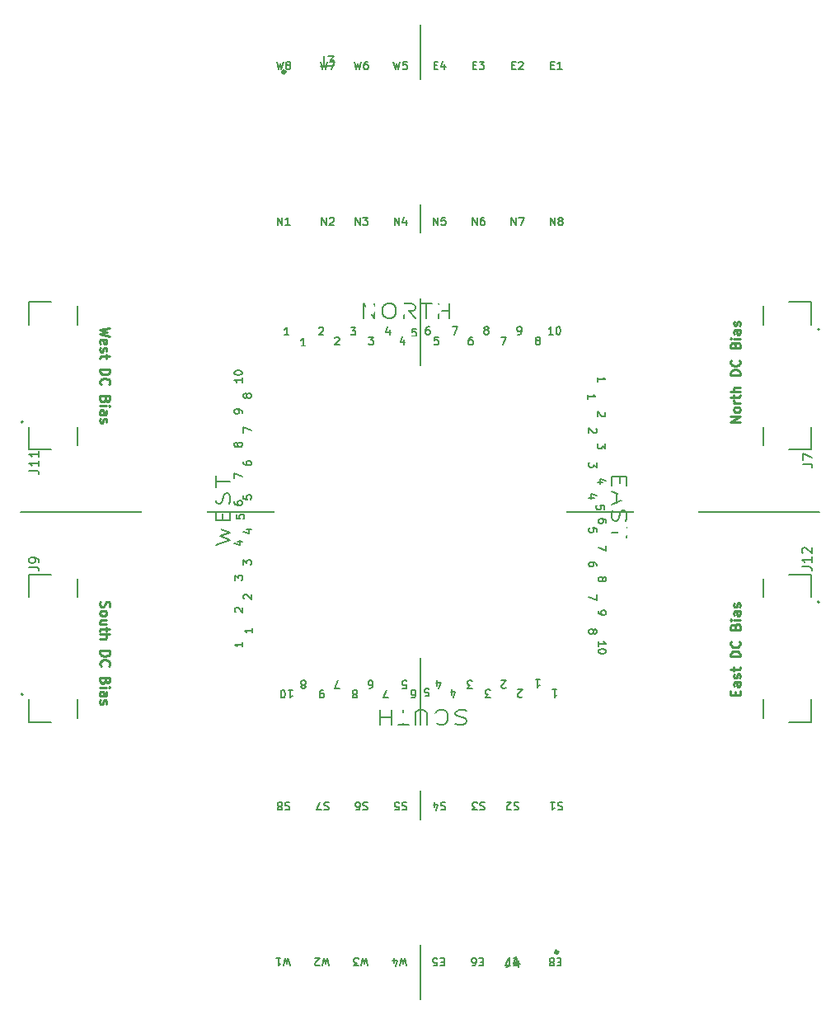
<source format=gbr>
%TF.GenerationSoftware,KiCad,Pcbnew,7.0.2*%
%TF.CreationDate,2023-10-10T18:20:49-06:00*%
%TF.ProjectId,igloo30,69676c6f-6f33-4302-9e6b-696361645f70,rev?*%
%TF.SameCoordinates,Original*%
%TF.FileFunction,Legend,Top*%
%TF.FilePolarity,Positive*%
%FSLAX46Y46*%
G04 Gerber Fmt 4.6, Leading zero omitted, Abs format (unit mm)*
G04 Created by KiCad (PCBNEW 7.0.2) date 2023-10-10 18:20:49*
%MOMM*%
%LPD*%
G01*
G04 APERTURE LIST*
%ADD10C,0.150000*%
%ADD11C,0.200000*%
%ADD12C,0.250000*%
%ADD13C,0.300000*%
%ADD14C,0.500000*%
%ADD15C,3.276562*%
%ADD16C,2.075000*%
%ADD17C,0.010000*%
%ADD18C,1.450000*%
%ADD19R,1.500000X0.300000*%
%ADD20C,1.500000*%
%ADD21R,0.600000X2.000000*%
%ADD22R,2.000000X0.600000*%
%ADD23R,2.000000X0.700000*%
%ADD24R,0.700000X2.000000*%
%ADD25C,1.420000*%
%ADD26C,3.680000*%
%ADD27C,2.080000*%
%ADD28C,0.560000*%
G04 APERTURE END LIST*
D10*
X0Y50000000D02*
X0Y-50000000D01*
X41000000Y0D02*
X-41000000Y0D01*
D11*
X1876176Y17957404D02*
X1495224Y17957404D01*
X1495224Y17957404D02*
X1457128Y17576452D01*
X1457128Y17576452D02*
X1495224Y17614547D01*
X1495224Y17614547D02*
X1571414Y17652642D01*
X1571414Y17652642D02*
X1761890Y17652642D01*
X1761890Y17652642D02*
X1838081Y17614547D01*
X1838081Y17614547D02*
X1876176Y17576452D01*
X1876176Y17576452D02*
X1914271Y17500261D01*
X1914271Y17500261D02*
X1914271Y17309785D01*
X1914271Y17309785D02*
X1876176Y17233595D01*
X1876176Y17233595D02*
X1838081Y17195500D01*
X1838081Y17195500D02*
X1761890Y17157404D01*
X1761890Y17157404D02*
X1571414Y17157404D01*
X1571414Y17157404D02*
X1495224Y17195500D01*
X1495224Y17195500D02*
X1457128Y17233595D01*
X-13563618Y-18287904D02*
X-13106475Y-18287904D01*
X-13335047Y-18287904D02*
X-13335047Y-19087904D01*
X-13335047Y-19087904D02*
X-13258856Y-18973619D01*
X-13258856Y-18973619D02*
X-13182666Y-18897428D01*
X-13182666Y-18897428D02*
X-13106475Y-18859333D01*
X-14058857Y-19087904D02*
X-14135047Y-19087904D01*
X-14135047Y-19087904D02*
X-14211238Y-19049809D01*
X-14211238Y-19049809D02*
X-14249333Y-19011714D01*
X-14249333Y-19011714D02*
X-14287428Y-18935523D01*
X-14287428Y-18935523D02*
X-14325523Y-18783142D01*
X-14325523Y-18783142D02*
X-14325523Y-18592666D01*
X-14325523Y-18592666D02*
X-14287428Y-18440285D01*
X-14287428Y-18440285D02*
X-14249333Y-18364095D01*
X-14249333Y-18364095D02*
X-14211238Y-18326000D01*
X-14211238Y-18326000D02*
X-14135047Y-18287904D01*
X-14135047Y-18287904D02*
X-14058857Y-18287904D01*
X-14058857Y-18287904D02*
X-13982666Y-18326000D01*
X-13982666Y-18326000D02*
X-13944571Y-18364095D01*
X-13944571Y-18364095D02*
X-13906476Y-18440285D01*
X-13906476Y-18440285D02*
X-13868380Y-18592666D01*
X-13868380Y-18592666D02*
X-13868380Y-18783142D01*
X-13868380Y-18783142D02*
X-13906476Y-18935523D01*
X-13906476Y-18935523D02*
X-13944571Y-19011714D01*
X-13944571Y-19011714D02*
X-13982666Y-19049809D01*
X-13982666Y-19049809D02*
X-14058857Y-19087904D01*
X-10123823Y29457404D02*
X-10123823Y30257404D01*
X-10123823Y30257404D02*
X-9666680Y29457404D01*
X-9666680Y29457404D02*
X-9666680Y30257404D01*
X-9323824Y30181214D02*
X-9285728Y30219309D01*
X-9285728Y30219309D02*
X-9209538Y30257404D01*
X-9209538Y30257404D02*
X-9019062Y30257404D01*
X-9019062Y30257404D02*
X-8942871Y30219309D01*
X-8942871Y30219309D02*
X-8904776Y30181214D01*
X-8904776Y30181214D02*
X-8866681Y30105023D01*
X-8866681Y30105023D02*
X-8866681Y30028833D01*
X-8866681Y30028833D02*
X-8904776Y29914547D01*
X-8904776Y29914547D02*
X-9361919Y29457404D01*
X-9361919Y29457404D02*
X-8866681Y29457404D01*
X-18953714Y-10272571D02*
X-18991809Y-10234475D01*
X-18991809Y-10234475D02*
X-19029904Y-10158285D01*
X-19029904Y-10158285D02*
X-19029904Y-9967809D01*
X-19029904Y-9967809D02*
X-18991809Y-9891618D01*
X-18991809Y-9891618D02*
X-18953714Y-9853523D01*
X-18953714Y-9853523D02*
X-18877523Y-9815428D01*
X-18877523Y-9815428D02*
X-18801333Y-9815428D01*
X-18801333Y-9815428D02*
X-18687047Y-9853523D01*
X-18687047Y-9853523D02*
X-18229904Y-10310666D01*
X-18229904Y-10310666D02*
X-18229904Y-9815428D01*
X-11785728Y17057404D02*
X-12242871Y17057404D01*
X-12014299Y17057404D02*
X-12014299Y17857404D01*
X-12014299Y17857404D02*
X-12090490Y17743119D01*
X-12090490Y17743119D02*
X-12166680Y17666928D01*
X-12166680Y17666928D02*
X-12242871Y17628833D01*
X952381Y19029904D02*
X800000Y19029904D01*
X800000Y19029904D02*
X723809Y18991809D01*
X723809Y18991809D02*
X685714Y18953714D01*
X685714Y18953714D02*
X609524Y18839428D01*
X609524Y18839428D02*
X571428Y18687047D01*
X571428Y18687047D02*
X571428Y18382285D01*
X571428Y18382285D02*
X609524Y18306095D01*
X609524Y18306095D02*
X647619Y18268000D01*
X647619Y18268000D02*
X723809Y18229904D01*
X723809Y18229904D02*
X876190Y18229904D01*
X876190Y18229904D02*
X952381Y18268000D01*
X952381Y18268000D02*
X990476Y18306095D01*
X990476Y18306095D02*
X1028571Y18382285D01*
X1028571Y18382285D02*
X1028571Y18572761D01*
X1028571Y18572761D02*
X990476Y18648952D01*
X990476Y18648952D02*
X952381Y18687047D01*
X952381Y18687047D02*
X876190Y18725142D01*
X876190Y18725142D02*
X723809Y18725142D01*
X723809Y18725142D02*
X647619Y18687047D01*
X647619Y18687047D02*
X609524Y18648952D01*
X609524Y18648952D02*
X571428Y18572761D01*
X9942843Y-46221451D02*
X9676177Y-46221451D01*
X9561891Y-45802403D02*
X9942843Y-45802403D01*
X9942843Y-45802403D02*
X9942843Y-46602403D01*
X9942843Y-46602403D02*
X9561891Y-46602403D01*
X9295224Y-46602403D02*
X8761890Y-46602403D01*
X8761890Y-46602403D02*
X9104748Y-45802403D01*
X18953714Y10272571D02*
X18991809Y10234475D01*
X18991809Y10234475D02*
X19029904Y10158285D01*
X19029904Y10158285D02*
X19029904Y9967809D01*
X19029904Y9967809D02*
X18991809Y9891618D01*
X18991809Y9891618D02*
X18953714Y9853523D01*
X18953714Y9853523D02*
X18877523Y9815428D01*
X18877523Y9815428D02*
X18801333Y9815428D01*
X18801333Y9815428D02*
X18687047Y9853523D01*
X18687047Y9853523D02*
X18229904Y10310666D01*
X18229904Y10310666D02*
X18229904Y9815428D01*
X1433319Y45876452D02*
X1699985Y45876452D01*
X1814271Y45457404D02*
X1433319Y45457404D01*
X1433319Y45457404D02*
X1433319Y46257404D01*
X1433319Y46257404D02*
X1814271Y46257404D01*
X2499986Y45990738D02*
X2499986Y45457404D01*
X2309510Y46295500D02*
X2119033Y45724071D01*
X2119033Y45724071D02*
X2614272Y45724071D01*
X11857128Y-17202404D02*
X12314271Y-17202404D01*
X12085699Y-17202404D02*
X12085699Y-18002404D01*
X12085699Y-18002404D02*
X12161890Y-17888119D01*
X12161890Y-17888119D02*
X12238080Y-17811928D01*
X12238080Y-17811928D02*
X12314271Y-17773833D01*
X-7124666Y18971904D02*
X-6629428Y18971904D01*
X-6629428Y18971904D02*
X-6896094Y18667142D01*
X-6896094Y18667142D02*
X-6781809Y18667142D01*
X-6781809Y18667142D02*
X-6705618Y18629047D01*
X-6705618Y18629047D02*
X-6667523Y18590952D01*
X-6667523Y18590952D02*
X-6629428Y18514761D01*
X-6629428Y18514761D02*
X-6629428Y18324285D01*
X-6629428Y18324285D02*
X-6667523Y18248095D01*
X-6667523Y18248095D02*
X-6705618Y18210000D01*
X-6705618Y18210000D02*
X-6781809Y18171904D01*
X-6781809Y18171904D02*
X-7010380Y18171904D01*
X-7010380Y18171904D02*
X-7086571Y18210000D01*
X-7086571Y18210000D02*
X-7124666Y18248095D01*
X9433319Y45876452D02*
X9699985Y45876452D01*
X9814271Y45457404D02*
X9433319Y45457404D01*
X9433319Y45457404D02*
X9433319Y46257404D01*
X9433319Y46257404D02*
X9814271Y46257404D01*
X10119033Y46181214D02*
X10157129Y46219309D01*
X10157129Y46219309D02*
X10233319Y46257404D01*
X10233319Y46257404D02*
X10423795Y46257404D01*
X10423795Y46257404D02*
X10499986Y46219309D01*
X10499986Y46219309D02*
X10538081Y46181214D01*
X10538081Y46181214D02*
X10576176Y46105023D01*
X10576176Y46105023D02*
X10576176Y46028833D01*
X10576176Y46028833D02*
X10538081Y45914547D01*
X10538081Y45914547D02*
X10080938Y45457404D01*
X10080938Y45457404D02*
X10576176Y45457404D01*
X-18287904Y10163619D02*
X-18287904Y10316000D01*
X-18287904Y10316000D02*
X-18326000Y10392190D01*
X-18326000Y10392190D02*
X-18364095Y10430286D01*
X-18364095Y10430286D02*
X-18478380Y10506476D01*
X-18478380Y10506476D02*
X-18630761Y10544571D01*
X-18630761Y10544571D02*
X-18935523Y10544571D01*
X-18935523Y10544571D02*
X-19011714Y10506476D01*
X-19011714Y10506476D02*
X-19049809Y10468381D01*
X-19049809Y10468381D02*
X-19087904Y10392190D01*
X-19087904Y10392190D02*
X-19087904Y10239809D01*
X-19087904Y10239809D02*
X-19049809Y10163619D01*
X-19049809Y10163619D02*
X-19011714Y10125524D01*
X-19011714Y10125524D02*
X-18935523Y10087428D01*
X-18935523Y10087428D02*
X-18745047Y10087428D01*
X-18745047Y10087428D02*
X-18668857Y10125524D01*
X-18668857Y10125524D02*
X-18630761Y10163619D01*
X-18630761Y10163619D02*
X-18592666Y10239809D01*
X-18592666Y10239809D02*
X-18592666Y10392190D01*
X-18592666Y10392190D02*
X-18630761Y10468381D01*
X-18630761Y10468381D02*
X-18668857Y10506476D01*
X-18668857Y10506476D02*
X-18745047Y10544571D01*
X493523Y-18887904D02*
X874475Y-18887904D01*
X874475Y-18887904D02*
X912571Y-18506952D01*
X912571Y-18506952D02*
X874475Y-18545047D01*
X874475Y-18545047D02*
X798285Y-18583142D01*
X798285Y-18583142D02*
X607809Y-18583142D01*
X607809Y-18583142D02*
X531618Y-18545047D01*
X531618Y-18545047D02*
X493523Y-18506952D01*
X493523Y-18506952D02*
X455428Y-18430761D01*
X455428Y-18430761D02*
X455428Y-18240285D01*
X455428Y-18240285D02*
X493523Y-18164095D01*
X493523Y-18164095D02*
X531618Y-18126000D01*
X531618Y-18126000D02*
X607809Y-18087904D01*
X607809Y-18087904D02*
X798285Y-18087904D01*
X798285Y-18087904D02*
X874475Y-18126000D01*
X874475Y-18126000D02*
X912571Y-18164095D01*
X6442843Y-46221451D02*
X6176177Y-46221451D01*
X6061891Y-45802403D02*
X6442843Y-45802403D01*
X6442843Y-45802403D02*
X6442843Y-46602403D01*
X6442843Y-46602403D02*
X6061891Y-46602403D01*
X5376176Y-46602403D02*
X5528557Y-46602403D01*
X5528557Y-46602403D02*
X5604748Y-46564308D01*
X5604748Y-46564308D02*
X5642843Y-46526213D01*
X5642843Y-46526213D02*
X5719033Y-46411927D01*
X5719033Y-46411927D02*
X5757129Y-46259546D01*
X5757129Y-46259546D02*
X5757129Y-45954784D01*
X5757129Y-45954784D02*
X5719033Y-45878594D01*
X5719033Y-45878594D02*
X5680938Y-45840499D01*
X5680938Y-45840499D02*
X5604748Y-45802403D01*
X5604748Y-45802403D02*
X5452367Y-45802403D01*
X5452367Y-45802403D02*
X5376176Y-45840499D01*
X5376176Y-45840499D02*
X5338081Y-45878594D01*
X5338081Y-45878594D02*
X5299986Y-45954784D01*
X5299986Y-45954784D02*
X5299986Y-46145260D01*
X5299986Y-46145260D02*
X5338081Y-46221451D01*
X5338081Y-46221451D02*
X5376176Y-46259546D01*
X5376176Y-46259546D02*
X5452367Y-46297641D01*
X5452367Y-46297641D02*
X5604748Y-46297641D01*
X5604748Y-46297641D02*
X5680938Y-46259546D01*
X5680938Y-46259546D02*
X5719033Y-46221451D01*
X5719033Y-46221451D02*
X5757129Y-46145260D01*
X-3249333Y-19087904D02*
X-3782667Y-19087904D01*
X-3782667Y-19087904D02*
X-3439809Y-18287904D01*
X-5266681Y-18102404D02*
X-5114300Y-18102404D01*
X-5114300Y-18102404D02*
X-5038109Y-18064309D01*
X-5038109Y-18064309D02*
X-5000014Y-18026214D01*
X-5000014Y-18026214D02*
X-4923824Y-17911928D01*
X-4923824Y-17911928D02*
X-4885728Y-17759547D01*
X-4885728Y-17759547D02*
X-4885728Y-17454785D01*
X-4885728Y-17454785D02*
X-4923824Y-17378595D01*
X-4923824Y-17378595D02*
X-4961919Y-17340500D01*
X-4961919Y-17340500D02*
X-5038109Y-17302404D01*
X-5038109Y-17302404D02*
X-5190490Y-17302404D01*
X-5190490Y-17302404D02*
X-5266681Y-17340500D01*
X-5266681Y-17340500D02*
X-5304776Y-17378595D01*
X-5304776Y-17378595D02*
X-5342871Y-17454785D01*
X-5342871Y-17454785D02*
X-5342871Y-17645261D01*
X-5342871Y-17645261D02*
X-5304776Y-17721452D01*
X-5304776Y-17721452D02*
X-5266681Y-17759547D01*
X-5266681Y-17759547D02*
X-5190490Y-17797642D01*
X-5190490Y-17797642D02*
X-5038109Y-17797642D01*
X-5038109Y-17797642D02*
X-4961919Y-17759547D01*
X-4961919Y-17759547D02*
X-4923824Y-17721452D01*
X-4923824Y-17721452D02*
X-4885728Y-17645261D01*
X-18763238Y-3033618D02*
X-18229904Y-3033618D01*
X-19068000Y-3224094D02*
X-18496571Y-3414571D01*
X-18496571Y-3414571D02*
X-18496571Y-2919332D01*
X2595224Y-29840500D02*
X2480938Y-29802404D01*
X2480938Y-29802404D02*
X2290462Y-29802404D01*
X2290462Y-29802404D02*
X2214271Y-29840500D01*
X2214271Y-29840500D02*
X2176176Y-29878595D01*
X2176176Y-29878595D02*
X2138081Y-29954785D01*
X2138081Y-29954785D02*
X2138081Y-30030976D01*
X2138081Y-30030976D02*
X2176176Y-30107166D01*
X2176176Y-30107166D02*
X2214271Y-30145261D01*
X2214271Y-30145261D02*
X2290462Y-30183357D01*
X2290462Y-30183357D02*
X2442843Y-30221452D01*
X2442843Y-30221452D02*
X2519033Y-30259547D01*
X2519033Y-30259547D02*
X2557128Y-30297642D01*
X2557128Y-30297642D02*
X2595224Y-30373833D01*
X2595224Y-30373833D02*
X2595224Y-30450023D01*
X2595224Y-30450023D02*
X2557128Y-30526214D01*
X2557128Y-30526214D02*
X2519033Y-30564309D01*
X2519033Y-30564309D02*
X2442843Y-30602404D01*
X2442843Y-30602404D02*
X2252366Y-30602404D01*
X2252366Y-30602404D02*
X2138081Y-30564309D01*
X1452366Y-30335738D02*
X1452366Y-29802404D01*
X1642842Y-30640500D02*
X1833319Y-30069071D01*
X1833319Y-30069071D02*
X1338080Y-30069071D01*
X-19087904Y3449333D02*
X-19087904Y3982667D01*
X-19087904Y3982667D02*
X-18287904Y3639809D01*
X5376176Y29457404D02*
X5376176Y30257404D01*
X5376176Y30257404D02*
X5833319Y29457404D01*
X5833319Y29457404D02*
X5833319Y30257404D01*
X6557128Y30257404D02*
X6404747Y30257404D01*
X6404747Y30257404D02*
X6328556Y30219309D01*
X6328556Y30219309D02*
X6290461Y30181214D01*
X6290461Y30181214D02*
X6214271Y30066928D01*
X6214271Y30066928D02*
X6176175Y29914547D01*
X6176175Y29914547D02*
X6176175Y29609785D01*
X6176175Y29609785D02*
X6214271Y29533595D01*
X6214271Y29533595D02*
X6252366Y29495500D01*
X6252366Y29495500D02*
X6328556Y29457404D01*
X6328556Y29457404D02*
X6480937Y29457404D01*
X6480937Y29457404D02*
X6557128Y29495500D01*
X6557128Y29495500D02*
X6595223Y29533595D01*
X6595223Y29533595D02*
X6633318Y29609785D01*
X6633318Y29609785D02*
X6633318Y29800261D01*
X6633318Y29800261D02*
X6595223Y29876452D01*
X6595223Y29876452D02*
X6557128Y29914547D01*
X6557128Y29914547D02*
X6480937Y29952642D01*
X6480937Y29952642D02*
X6328556Y29952642D01*
X6328556Y29952642D02*
X6252366Y29914547D01*
X6252366Y29914547D02*
X6214271Y29876452D01*
X6214271Y29876452D02*
X6176175Y29800261D01*
X12009509Y17614547D02*
X11933319Y17652642D01*
X11933319Y17652642D02*
X11895224Y17690738D01*
X11895224Y17690738D02*
X11857128Y17766928D01*
X11857128Y17766928D02*
X11857128Y17805023D01*
X11857128Y17805023D02*
X11895224Y17881214D01*
X11895224Y17881214D02*
X11933319Y17919309D01*
X11933319Y17919309D02*
X12009509Y17957404D01*
X12009509Y17957404D02*
X12161890Y17957404D01*
X12161890Y17957404D02*
X12238081Y17919309D01*
X12238081Y17919309D02*
X12276176Y17881214D01*
X12276176Y17881214D02*
X12314271Y17805023D01*
X12314271Y17805023D02*
X12314271Y17766928D01*
X12314271Y17766928D02*
X12276176Y17690738D01*
X12276176Y17690738D02*
X12238081Y17652642D01*
X12238081Y17652642D02*
X12161890Y17614547D01*
X12161890Y17614547D02*
X12009509Y17614547D01*
X12009509Y17614547D02*
X11933319Y17576452D01*
X11933319Y17576452D02*
X11895224Y17538357D01*
X11895224Y17538357D02*
X11857128Y17462166D01*
X11857128Y17462166D02*
X11857128Y17309785D01*
X11857128Y17309785D02*
X11895224Y17233595D01*
X11895224Y17233595D02*
X11933319Y17195500D01*
X11933319Y17195500D02*
X12009509Y17157404D01*
X12009509Y17157404D02*
X12161890Y17157404D01*
X12161890Y17157404D02*
X12238081Y17195500D01*
X12238081Y17195500D02*
X12276176Y17233595D01*
X12276176Y17233595D02*
X12314271Y17309785D01*
X12314271Y17309785D02*
X12314271Y17462166D01*
X12314271Y17462166D02*
X12276176Y17538357D01*
X12276176Y17538357D02*
X12238081Y17576452D01*
X12238081Y17576452D02*
X12161890Y17614547D01*
X-18144204Y5179881D02*
X-18144204Y5027500D01*
X-18144204Y5027500D02*
X-18106109Y4951309D01*
X-18106109Y4951309D02*
X-18068014Y4913214D01*
X-18068014Y4913214D02*
X-17953728Y4837024D01*
X-17953728Y4837024D02*
X-17801347Y4798928D01*
X-17801347Y4798928D02*
X-17496585Y4798928D01*
X-17496585Y4798928D02*
X-17420395Y4837024D01*
X-17420395Y4837024D02*
X-17382300Y4875119D01*
X-17382300Y4875119D02*
X-17344204Y4951309D01*
X-17344204Y4951309D02*
X-17344204Y5103690D01*
X-17344204Y5103690D02*
X-17382300Y5179881D01*
X-17382300Y5179881D02*
X-17420395Y5217976D01*
X-17420395Y5217976D02*
X-17496585Y5256071D01*
X-17496585Y5256071D02*
X-17687061Y5256071D01*
X-17687061Y5256071D02*
X-17763252Y5217976D01*
X-17763252Y5217976D02*
X-17801347Y5179881D01*
X-17801347Y5179881D02*
X-17839442Y5103690D01*
X-17839442Y5103690D02*
X-17839442Y4951309D01*
X-17839442Y4951309D02*
X-17801347Y4875119D01*
X-17801347Y4875119D02*
X-17763252Y4837024D01*
X-17763252Y4837024D02*
X-17687061Y4798928D01*
X5433319Y45876452D02*
X5699985Y45876452D01*
X5814271Y45457404D02*
X5433319Y45457404D01*
X5433319Y45457404D02*
X5433319Y46257404D01*
X5433319Y46257404D02*
X5814271Y46257404D01*
X6080938Y46257404D02*
X6576176Y46257404D01*
X6576176Y46257404D02*
X6309510Y45952642D01*
X6309510Y45952642D02*
X6423795Y45952642D01*
X6423795Y45952642D02*
X6499986Y45914547D01*
X6499986Y45914547D02*
X6538081Y45876452D01*
X6538081Y45876452D02*
X6576176Y45800261D01*
X6576176Y45800261D02*
X6576176Y45609785D01*
X6576176Y45609785D02*
X6538081Y45533595D01*
X6538081Y45533595D02*
X6499986Y45495500D01*
X6499986Y45495500D02*
X6423795Y45457404D01*
X6423795Y45457404D02*
X6195224Y45457404D01*
X6195224Y45457404D02*
X6119033Y45495500D01*
X6119033Y45495500D02*
X6080938Y45533595D01*
X-14623823Y29457404D02*
X-14623823Y30257404D01*
X-14623823Y30257404D02*
X-14166680Y29457404D01*
X-14166680Y29457404D02*
X-14166680Y30257404D01*
X-13366681Y29457404D02*
X-13823824Y29457404D01*
X-13595252Y29457404D02*
X-13595252Y30257404D01*
X-13595252Y30257404D02*
X-13671443Y30143119D01*
X-13671443Y30143119D02*
X-13747633Y30066928D01*
X-13747633Y30066928D02*
X-13823824Y30028833D01*
X5338081Y17957404D02*
X5185700Y17957404D01*
X5185700Y17957404D02*
X5109509Y17919309D01*
X5109509Y17919309D02*
X5071414Y17881214D01*
X5071414Y17881214D02*
X4995224Y17766928D01*
X4995224Y17766928D02*
X4957128Y17614547D01*
X4957128Y17614547D02*
X4957128Y17309785D01*
X4957128Y17309785D02*
X4995224Y17233595D01*
X4995224Y17233595D02*
X5033319Y17195500D01*
X5033319Y17195500D02*
X5109509Y17157404D01*
X5109509Y17157404D02*
X5261890Y17157404D01*
X5261890Y17157404D02*
X5338081Y17195500D01*
X5338081Y17195500D02*
X5376176Y17233595D01*
X5376176Y17233595D02*
X5414271Y17309785D01*
X5414271Y17309785D02*
X5414271Y17500261D01*
X5414271Y17500261D02*
X5376176Y17576452D01*
X5376176Y17576452D02*
X5338081Y17614547D01*
X5338081Y17614547D02*
X5261890Y17652642D01*
X5261890Y17652642D02*
X5109509Y17652642D01*
X5109509Y17652642D02*
X5033319Y17614547D01*
X5033319Y17614547D02*
X4995224Y17576452D01*
X4995224Y17576452D02*
X4957128Y17500261D01*
X-8742871Y17881214D02*
X-8704775Y17919309D01*
X-8704775Y17919309D02*
X-8628585Y17957404D01*
X-8628585Y17957404D02*
X-8438109Y17957404D01*
X-8438109Y17957404D02*
X-8361918Y17919309D01*
X-8361918Y17919309D02*
X-8323823Y17881214D01*
X-8323823Y17881214D02*
X-8285728Y17805023D01*
X-8285728Y17805023D02*
X-8285728Y17728833D01*
X-8285728Y17728833D02*
X-8323823Y17614547D01*
X-8323823Y17614547D02*
X-8780966Y17157404D01*
X-8780966Y17157404D02*
X-8285728Y17157404D01*
X-17801347Y11851309D02*
X-17839442Y11775119D01*
X-17839442Y11775119D02*
X-17877538Y11737024D01*
X-17877538Y11737024D02*
X-17953728Y11698928D01*
X-17953728Y11698928D02*
X-17991823Y11698928D01*
X-17991823Y11698928D02*
X-18068014Y11737024D01*
X-18068014Y11737024D02*
X-18106109Y11775119D01*
X-18106109Y11775119D02*
X-18144204Y11851309D01*
X-18144204Y11851309D02*
X-18144204Y12003690D01*
X-18144204Y12003690D02*
X-18106109Y12079881D01*
X-18106109Y12079881D02*
X-18068014Y12117976D01*
X-18068014Y12117976D02*
X-17991823Y12156071D01*
X-17991823Y12156071D02*
X-17953728Y12156071D01*
X-17953728Y12156071D02*
X-17877538Y12117976D01*
X-17877538Y12117976D02*
X-17839442Y12079881D01*
X-17839442Y12079881D02*
X-17801347Y12003690D01*
X-17801347Y12003690D02*
X-17801347Y11851309D01*
X-17801347Y11851309D02*
X-17763252Y11775119D01*
X-17763252Y11775119D02*
X-17725157Y11737024D01*
X-17725157Y11737024D02*
X-17648966Y11698928D01*
X-17648966Y11698928D02*
X-17496585Y11698928D01*
X-17496585Y11698928D02*
X-17420395Y11737024D01*
X-17420395Y11737024D02*
X-17382300Y11775119D01*
X-17382300Y11775119D02*
X-17344204Y11851309D01*
X-17344204Y11851309D02*
X-17344204Y12003690D01*
X-17344204Y12003690D02*
X-17382300Y12079881D01*
X-17382300Y12079881D02*
X-17420395Y12117976D01*
X-17420395Y12117976D02*
X-17496585Y12156071D01*
X-17496585Y12156071D02*
X-17648966Y12156071D01*
X-17648966Y12156071D02*
X-17725157Y12117976D01*
X-17725157Y12117976D02*
X-17763252Y12079881D01*
X-17763252Y12079881D02*
X-17801347Y12003690D01*
X18287904Y-10163619D02*
X18287904Y-10316000D01*
X18287904Y-10316000D02*
X18326000Y-10392190D01*
X18326000Y-10392190D02*
X18364095Y-10430286D01*
X18364095Y-10430286D02*
X18478380Y-10506476D01*
X18478380Y-10506476D02*
X18630761Y-10544571D01*
X18630761Y-10544571D02*
X18935523Y-10544571D01*
X18935523Y-10544571D02*
X19011714Y-10506476D01*
X19011714Y-10506476D02*
X19049809Y-10468381D01*
X19049809Y-10468381D02*
X19087904Y-10392190D01*
X19087904Y-10392190D02*
X19087904Y-10239809D01*
X19087904Y-10239809D02*
X19049809Y-10163619D01*
X19049809Y-10163619D02*
X19011714Y-10125524D01*
X19011714Y-10125524D02*
X18935523Y-10087428D01*
X18935523Y-10087428D02*
X18745047Y-10087428D01*
X18745047Y-10087428D02*
X18668857Y-10125524D01*
X18668857Y-10125524D02*
X18630761Y-10163619D01*
X18630761Y-10163619D02*
X18592666Y-10239809D01*
X18592666Y-10239809D02*
X18592666Y-10392190D01*
X18592666Y-10392190D02*
X18630761Y-10468381D01*
X18630761Y-10468381D02*
X18668857Y-10506476D01*
X18668857Y-10506476D02*
X18745047Y-10544571D01*
D12*
X32877619Y9238095D02*
X31877619Y9238095D01*
X31877619Y9238095D02*
X32877619Y9809523D01*
X32877619Y9809523D02*
X31877619Y9809523D01*
X32877619Y10428571D02*
X32830000Y10333333D01*
X32830000Y10333333D02*
X32782380Y10285714D01*
X32782380Y10285714D02*
X32687142Y10238095D01*
X32687142Y10238095D02*
X32401428Y10238095D01*
X32401428Y10238095D02*
X32306190Y10285714D01*
X32306190Y10285714D02*
X32258571Y10333333D01*
X32258571Y10333333D02*
X32210952Y10428571D01*
X32210952Y10428571D02*
X32210952Y10571428D01*
X32210952Y10571428D02*
X32258571Y10666666D01*
X32258571Y10666666D02*
X32306190Y10714285D01*
X32306190Y10714285D02*
X32401428Y10761904D01*
X32401428Y10761904D02*
X32687142Y10761904D01*
X32687142Y10761904D02*
X32782380Y10714285D01*
X32782380Y10714285D02*
X32830000Y10666666D01*
X32830000Y10666666D02*
X32877619Y10571428D01*
X32877619Y10571428D02*
X32877619Y10428571D01*
X32877619Y11190476D02*
X32210952Y11190476D01*
X32401428Y11190476D02*
X32306190Y11238095D01*
X32306190Y11238095D02*
X32258571Y11285714D01*
X32258571Y11285714D02*
X32210952Y11380952D01*
X32210952Y11380952D02*
X32210952Y11476190D01*
X32210952Y11666667D02*
X32210952Y12047619D01*
X31877619Y11809524D02*
X32734761Y11809524D01*
X32734761Y11809524D02*
X32830000Y11857143D01*
X32830000Y11857143D02*
X32877619Y11952381D01*
X32877619Y11952381D02*
X32877619Y12047619D01*
X32877619Y12380953D02*
X31877619Y12380953D01*
X32877619Y12809524D02*
X32353809Y12809524D01*
X32353809Y12809524D02*
X32258571Y12761905D01*
X32258571Y12761905D02*
X32210952Y12666667D01*
X32210952Y12666667D02*
X32210952Y12523810D01*
X32210952Y12523810D02*
X32258571Y12428572D01*
X32258571Y12428572D02*
X32306190Y12380953D01*
X32877619Y14047620D02*
X31877619Y14047620D01*
X31877619Y14047620D02*
X31877619Y14285715D01*
X31877619Y14285715D02*
X31925238Y14428572D01*
X31925238Y14428572D02*
X32020476Y14523810D01*
X32020476Y14523810D02*
X32115714Y14571429D01*
X32115714Y14571429D02*
X32306190Y14619048D01*
X32306190Y14619048D02*
X32449047Y14619048D01*
X32449047Y14619048D02*
X32639523Y14571429D01*
X32639523Y14571429D02*
X32734761Y14523810D01*
X32734761Y14523810D02*
X32830000Y14428572D01*
X32830000Y14428572D02*
X32877619Y14285715D01*
X32877619Y14285715D02*
X32877619Y14047620D01*
X32782380Y15619048D02*
X32830000Y15571429D01*
X32830000Y15571429D02*
X32877619Y15428572D01*
X32877619Y15428572D02*
X32877619Y15333334D01*
X32877619Y15333334D02*
X32830000Y15190477D01*
X32830000Y15190477D02*
X32734761Y15095239D01*
X32734761Y15095239D02*
X32639523Y15047620D01*
X32639523Y15047620D02*
X32449047Y15000001D01*
X32449047Y15000001D02*
X32306190Y15000001D01*
X32306190Y15000001D02*
X32115714Y15047620D01*
X32115714Y15047620D02*
X32020476Y15095239D01*
X32020476Y15095239D02*
X31925238Y15190477D01*
X31925238Y15190477D02*
X31877619Y15333334D01*
X31877619Y15333334D02*
X31877619Y15428572D01*
X31877619Y15428572D02*
X31925238Y15571429D01*
X31925238Y15571429D02*
X31972857Y15619048D01*
X32353809Y17142858D02*
X32401428Y17285715D01*
X32401428Y17285715D02*
X32449047Y17333334D01*
X32449047Y17333334D02*
X32544285Y17380953D01*
X32544285Y17380953D02*
X32687142Y17380953D01*
X32687142Y17380953D02*
X32782380Y17333334D01*
X32782380Y17333334D02*
X32830000Y17285715D01*
X32830000Y17285715D02*
X32877619Y17190477D01*
X32877619Y17190477D02*
X32877619Y16809525D01*
X32877619Y16809525D02*
X31877619Y16809525D01*
X31877619Y16809525D02*
X31877619Y17142858D01*
X31877619Y17142858D02*
X31925238Y17238096D01*
X31925238Y17238096D02*
X31972857Y17285715D01*
X31972857Y17285715D02*
X32068095Y17333334D01*
X32068095Y17333334D02*
X32163333Y17333334D01*
X32163333Y17333334D02*
X32258571Y17285715D01*
X32258571Y17285715D02*
X32306190Y17238096D01*
X32306190Y17238096D02*
X32353809Y17142858D01*
X32353809Y17142858D02*
X32353809Y16809525D01*
X32877619Y17809525D02*
X32210952Y17809525D01*
X31877619Y17809525D02*
X31925238Y17761906D01*
X31925238Y17761906D02*
X31972857Y17809525D01*
X31972857Y17809525D02*
X31925238Y17857144D01*
X31925238Y17857144D02*
X31877619Y17809525D01*
X31877619Y17809525D02*
X31972857Y17809525D01*
X32877619Y18714286D02*
X32353809Y18714286D01*
X32353809Y18714286D02*
X32258571Y18666667D01*
X32258571Y18666667D02*
X32210952Y18571429D01*
X32210952Y18571429D02*
X32210952Y18380953D01*
X32210952Y18380953D02*
X32258571Y18285715D01*
X32830000Y18714286D02*
X32877619Y18619048D01*
X32877619Y18619048D02*
X32877619Y18380953D01*
X32877619Y18380953D02*
X32830000Y18285715D01*
X32830000Y18285715D02*
X32734761Y18238096D01*
X32734761Y18238096D02*
X32639523Y18238096D01*
X32639523Y18238096D02*
X32544285Y18285715D01*
X32544285Y18285715D02*
X32496666Y18380953D01*
X32496666Y18380953D02*
X32496666Y18619048D01*
X32496666Y18619048D02*
X32449047Y18714286D01*
X32830000Y19142858D02*
X32877619Y19238096D01*
X32877619Y19238096D02*
X32877619Y19428572D01*
X32877619Y19428572D02*
X32830000Y19523810D01*
X32830000Y19523810D02*
X32734761Y19571429D01*
X32734761Y19571429D02*
X32687142Y19571429D01*
X32687142Y19571429D02*
X32591904Y19523810D01*
X32591904Y19523810D02*
X32544285Y19428572D01*
X32544285Y19428572D02*
X32544285Y19285715D01*
X32544285Y19285715D02*
X32496666Y19190477D01*
X32496666Y19190477D02*
X32401428Y19142858D01*
X32401428Y19142858D02*
X32353809Y19142858D01*
X32353809Y19142858D02*
X32258571Y19190477D01*
X32258571Y19190477D02*
X32210952Y19285715D01*
X32210952Y19285715D02*
X32210952Y19428572D01*
X32210952Y19428572D02*
X32258571Y19523810D01*
D11*
X8814271Y-18026214D02*
X8776175Y-18064309D01*
X8776175Y-18064309D02*
X8699985Y-18102404D01*
X8699985Y-18102404D02*
X8509509Y-18102404D01*
X8509509Y-18102404D02*
X8433318Y-18064309D01*
X8433318Y-18064309D02*
X8395223Y-18026214D01*
X8395223Y-18026214D02*
X8357128Y-17950023D01*
X8357128Y-17950023D02*
X8357128Y-17873833D01*
X8357128Y-17873833D02*
X8395223Y-17759547D01*
X8395223Y-17759547D02*
X8852366Y-17302404D01*
X8852366Y-17302404D02*
X8357128Y-17302404D01*
X6723809Y18687047D02*
X6647619Y18725142D01*
X6647619Y18725142D02*
X6609524Y18763238D01*
X6609524Y18763238D02*
X6571428Y18839428D01*
X6571428Y18839428D02*
X6571428Y18877523D01*
X6571428Y18877523D02*
X6609524Y18953714D01*
X6609524Y18953714D02*
X6647619Y18991809D01*
X6647619Y18991809D02*
X6723809Y19029904D01*
X6723809Y19029904D02*
X6876190Y19029904D01*
X6876190Y19029904D02*
X6952381Y18991809D01*
X6952381Y18991809D02*
X6990476Y18953714D01*
X6990476Y18953714D02*
X7028571Y18877523D01*
X7028571Y18877523D02*
X7028571Y18839428D01*
X7028571Y18839428D02*
X6990476Y18763238D01*
X6990476Y18763238D02*
X6952381Y18725142D01*
X6952381Y18725142D02*
X6876190Y18687047D01*
X6876190Y18687047D02*
X6723809Y18687047D01*
X6723809Y18687047D02*
X6647619Y18648952D01*
X6647619Y18648952D02*
X6609524Y18610857D01*
X6609524Y18610857D02*
X6571428Y18534666D01*
X6571428Y18534666D02*
X6571428Y18382285D01*
X6571428Y18382285D02*
X6609524Y18306095D01*
X6609524Y18306095D02*
X6647619Y18268000D01*
X6647619Y18268000D02*
X6723809Y18229904D01*
X6723809Y18229904D02*
X6876190Y18229904D01*
X6876190Y18229904D02*
X6952381Y18268000D01*
X6952381Y18268000D02*
X6990476Y18306095D01*
X6990476Y18306095D02*
X7028571Y18382285D01*
X7028571Y18382285D02*
X7028571Y18534666D01*
X7028571Y18534666D02*
X6990476Y18610857D01*
X6990476Y18610857D02*
X6952381Y18648952D01*
X6952381Y18648952D02*
X6876190Y18687047D01*
X14442843Y-46221451D02*
X14176177Y-46221451D01*
X14061891Y-45802403D02*
X14442843Y-45802403D01*
X14442843Y-45802403D02*
X14442843Y-46602403D01*
X14442843Y-46602403D02*
X14061891Y-46602403D01*
X13604748Y-46259546D02*
X13680938Y-46297641D01*
X13680938Y-46297641D02*
X13719033Y-46335737D01*
X13719033Y-46335737D02*
X13757129Y-46411927D01*
X13757129Y-46411927D02*
X13757129Y-46450022D01*
X13757129Y-46450022D02*
X13719033Y-46526213D01*
X13719033Y-46526213D02*
X13680938Y-46564308D01*
X13680938Y-46564308D02*
X13604748Y-46602403D01*
X13604748Y-46602403D02*
X13452367Y-46602403D01*
X13452367Y-46602403D02*
X13376176Y-46564308D01*
X13376176Y-46564308D02*
X13338081Y-46526213D01*
X13338081Y-46526213D02*
X13299986Y-46450022D01*
X13299986Y-46450022D02*
X13299986Y-46411927D01*
X13299986Y-46411927D02*
X13338081Y-46335737D01*
X13338081Y-46335737D02*
X13376176Y-46297641D01*
X13376176Y-46297641D02*
X13452367Y-46259546D01*
X13452367Y-46259546D02*
X13604748Y-46259546D01*
X13604748Y-46259546D02*
X13680938Y-46221451D01*
X13680938Y-46221451D02*
X13719033Y-46183356D01*
X13719033Y-46183356D02*
X13757129Y-46107165D01*
X13757129Y-46107165D02*
X13757129Y-45954784D01*
X13757129Y-45954784D02*
X13719033Y-45878594D01*
X13719033Y-45878594D02*
X13680938Y-45840499D01*
X13680938Y-45840499D02*
X13604748Y-45802403D01*
X13604748Y-45802403D02*
X13452367Y-45802403D01*
X13452367Y-45802403D02*
X13376176Y-45840499D01*
X13376176Y-45840499D02*
X13338081Y-45878594D01*
X13338081Y-45878594D02*
X13299986Y-45954784D01*
X13299986Y-45954784D02*
X13299986Y-46107165D01*
X13299986Y-46107165D02*
X13338081Y-46183356D01*
X13338081Y-46183356D02*
X13376176Y-46221451D01*
X13376176Y-46221451D02*
X13452367Y-46259546D01*
X-3149618Y18705238D02*
X-3149618Y18171904D01*
X-3340094Y19010000D02*
X-3530571Y18438571D01*
X-3530571Y18438571D02*
X-3035332Y18438571D01*
X-9385727Y-46602403D02*
X-9576203Y-45802403D01*
X-9576203Y-45802403D02*
X-9728584Y-46373832D01*
X-9728584Y-46373832D02*
X-9880965Y-45802403D01*
X-9880965Y-45802403D02*
X-10071442Y-46602403D01*
X-10338108Y-46526213D02*
X-10376204Y-46564308D01*
X-10376204Y-46564308D02*
X-10452394Y-46602403D01*
X-10452394Y-46602403D02*
X-10642870Y-46602403D01*
X-10642870Y-46602403D02*
X-10719061Y-46564308D01*
X-10719061Y-46564308D02*
X-10757156Y-46526213D01*
X-10757156Y-46526213D02*
X-10795251Y-46450022D01*
X-10795251Y-46450022D02*
X-10795251Y-46373832D01*
X-10795251Y-46373832D02*
X-10757156Y-46259546D01*
X-10757156Y-46259546D02*
X-10300013Y-45802403D01*
X-10300013Y-45802403D02*
X-10795251Y-45802403D01*
X13433319Y45876452D02*
X13699985Y45876452D01*
X13814271Y45457404D02*
X13433319Y45457404D01*
X13433319Y45457404D02*
X13433319Y46257404D01*
X13433319Y46257404D02*
X13814271Y46257404D01*
X14576176Y45457404D02*
X14119033Y45457404D01*
X14347605Y45457404D02*
X14347605Y46257404D01*
X14347605Y46257404D02*
X14271414Y46143119D01*
X14271414Y46143119D02*
X14195224Y46066928D01*
X14195224Y46066928D02*
X14119033Y46028833D01*
X-19087904Y1068381D02*
X-19087904Y916000D01*
X-19087904Y916000D02*
X-19049809Y839809D01*
X-19049809Y839809D02*
X-19011714Y801714D01*
X-19011714Y801714D02*
X-18897428Y725524D01*
X-18897428Y725524D02*
X-18745047Y687428D01*
X-18745047Y687428D02*
X-18440285Y687428D01*
X-18440285Y687428D02*
X-18364095Y725524D01*
X-18364095Y725524D02*
X-18326000Y763619D01*
X-18326000Y763619D02*
X-18287904Y839809D01*
X-18287904Y839809D02*
X-18287904Y992190D01*
X-18287904Y992190D02*
X-18326000Y1068381D01*
X-18326000Y1068381D02*
X-18364095Y1106476D01*
X-18364095Y1106476D02*
X-18440285Y1144571D01*
X-18440285Y1144571D02*
X-18630761Y1144571D01*
X-18630761Y1144571D02*
X-18706952Y1106476D01*
X-18706952Y1106476D02*
X-18745047Y1068381D01*
X-18745047Y1068381D02*
X-18783142Y992190D01*
X-18783142Y992190D02*
X-18783142Y839809D01*
X-18783142Y839809D02*
X-18745047Y763619D01*
X-18745047Y763619D02*
X-18706952Y725524D01*
X-18706952Y725524D02*
X-18630761Y687428D01*
X-21006071Y-3348690D02*
X-19506071Y-2872500D01*
X-19506071Y-2872500D02*
X-20577500Y-2491547D01*
X-20577500Y-2491547D02*
X-19506071Y-2110595D01*
X-19506071Y-2110595D02*
X-21006071Y-1634405D01*
X-20291785Y-872500D02*
X-20291785Y-205833D01*
X-19506071Y79880D02*
X-19506071Y-872500D01*
X-19506071Y-872500D02*
X-21006071Y-872500D01*
X-21006071Y-872500D02*
X-21006071Y79880D01*
X-19577500Y841785D02*
X-19506071Y1127499D01*
X-19506071Y1127499D02*
X-19506071Y1603690D01*
X-19506071Y1603690D02*
X-19577500Y1794166D01*
X-19577500Y1794166D02*
X-19648928Y1889404D01*
X-19648928Y1889404D02*
X-19791785Y1984642D01*
X-19791785Y1984642D02*
X-19934642Y1984642D01*
X-19934642Y1984642D02*
X-20077500Y1889404D01*
X-20077500Y1889404D02*
X-20148928Y1794166D01*
X-20148928Y1794166D02*
X-20220357Y1603690D01*
X-20220357Y1603690D02*
X-20291785Y1222737D01*
X-20291785Y1222737D02*
X-20363214Y1032261D01*
X-20363214Y1032261D02*
X-20434642Y937023D01*
X-20434642Y937023D02*
X-20577500Y841785D01*
X-20577500Y841785D02*
X-20720357Y841785D01*
X-20720357Y841785D02*
X-20863214Y937023D01*
X-20863214Y937023D02*
X-20934642Y1032261D01*
X-20934642Y1032261D02*
X-21006071Y1222737D01*
X-21006071Y1222737D02*
X-21006071Y1698928D01*
X-21006071Y1698928D02*
X-20934642Y1984642D01*
X-21006071Y2556071D02*
X-21006071Y3698928D01*
X-19506071Y3127499D02*
X-21006071Y3127499D01*
X-18144204Y1717976D02*
X-18144204Y1337024D01*
X-18144204Y1337024D02*
X-17763252Y1298928D01*
X-17763252Y1298928D02*
X-17801347Y1337024D01*
X-17801347Y1337024D02*
X-17839442Y1413214D01*
X-17839442Y1413214D02*
X-17839442Y1603690D01*
X-17839442Y1603690D02*
X-17801347Y1679881D01*
X-17801347Y1679881D02*
X-17763252Y1717976D01*
X-17763252Y1717976D02*
X-17687061Y1756071D01*
X-17687061Y1756071D02*
X-17496585Y1756071D01*
X-17496585Y1756071D02*
X-17420395Y1717976D01*
X-17420395Y1717976D02*
X-17382300Y1679881D01*
X-17382300Y1679881D02*
X-17344204Y1603690D01*
X-17344204Y1603690D02*
X-17344204Y1413214D01*
X-17344204Y1413214D02*
X-17382300Y1337024D01*
X-17382300Y1337024D02*
X-17420395Y1298928D01*
X20491785Y3627500D02*
X20491785Y2960833D01*
X19706071Y2675119D02*
X19706071Y3627500D01*
X19706071Y3627500D02*
X21206071Y3627500D01*
X21206071Y3627500D02*
X21206071Y2675119D01*
X20134642Y1913214D02*
X20134642Y960833D01*
X19706071Y2103690D02*
X21206071Y1437024D01*
X21206071Y1437024D02*
X19706071Y770357D01*
X19777500Y198928D02*
X19706071Y-86785D01*
X19706071Y-86785D02*
X19706071Y-562976D01*
X19706071Y-562976D02*
X19777500Y-753452D01*
X19777500Y-753452D02*
X19848928Y-848690D01*
X19848928Y-848690D02*
X19991785Y-943928D01*
X19991785Y-943928D02*
X20134642Y-943928D01*
X20134642Y-943928D02*
X20277500Y-848690D01*
X20277500Y-848690D02*
X20348928Y-753452D01*
X20348928Y-753452D02*
X20420357Y-562976D01*
X20420357Y-562976D02*
X20491785Y-182023D01*
X20491785Y-182023D02*
X20563214Y8452D01*
X20563214Y8452D02*
X20634642Y103690D01*
X20634642Y103690D02*
X20777500Y198928D01*
X20777500Y198928D02*
X20920357Y198928D01*
X20920357Y198928D02*
X21063214Y103690D01*
X21063214Y103690D02*
X21134642Y8452D01*
X21134642Y8452D02*
X21206071Y-182023D01*
X21206071Y-182023D02*
X21206071Y-658214D01*
X21206071Y-658214D02*
X21134642Y-943928D01*
X21206071Y-1515357D02*
X21206071Y-2658214D01*
X19706071Y-2086785D02*
X21206071Y-2086785D01*
X-13487428Y18171904D02*
X-13944571Y18171904D01*
X-13715999Y18171904D02*
X-13715999Y18971904D01*
X-13715999Y18971904D02*
X-13792190Y18857619D01*
X-13792190Y18857619D02*
X-13868380Y18781428D01*
X-13868380Y18781428D02*
X-13944571Y18743333D01*
X18229904Y13371428D02*
X18229904Y13828571D01*
X18229904Y13599999D02*
X19029904Y13599999D01*
X19029904Y13599999D02*
X18915619Y13676190D01*
X18915619Y13676190D02*
X18839428Y13752380D01*
X18839428Y13752380D02*
X18801333Y13828571D01*
X-868381Y-19087904D02*
X-716000Y-19087904D01*
X-716000Y-19087904D02*
X-639809Y-19049809D01*
X-639809Y-19049809D02*
X-601714Y-19011714D01*
X-601714Y-19011714D02*
X-525524Y-18897428D01*
X-525524Y-18897428D02*
X-487428Y-18745047D01*
X-487428Y-18745047D02*
X-487428Y-18440285D01*
X-487428Y-18440285D02*
X-525524Y-18364095D01*
X-525524Y-18364095D02*
X-563619Y-18326000D01*
X-563619Y-18326000D02*
X-639809Y-18287904D01*
X-639809Y-18287904D02*
X-792190Y-18287904D01*
X-792190Y-18287904D02*
X-868381Y-18326000D01*
X-868381Y-18326000D02*
X-906476Y-18364095D01*
X-906476Y-18364095D02*
X-944571Y-18440285D01*
X-944571Y-18440285D02*
X-944571Y-18630761D01*
X-944571Y-18630761D02*
X-906476Y-18706952D01*
X-906476Y-18706952D02*
X-868381Y-18745047D01*
X-868381Y-18745047D02*
X-792190Y-18783142D01*
X-792190Y-18783142D02*
X-639809Y-18783142D01*
X-639809Y-18783142D02*
X-563619Y-18745047D01*
X-563619Y-18745047D02*
X-525524Y-18706952D01*
X-525524Y-18706952D02*
X-487428Y-18630761D01*
X14595224Y-29840500D02*
X14480938Y-29802404D01*
X14480938Y-29802404D02*
X14290462Y-29802404D01*
X14290462Y-29802404D02*
X14214271Y-29840500D01*
X14214271Y-29840500D02*
X14176176Y-29878595D01*
X14176176Y-29878595D02*
X14138081Y-29954785D01*
X14138081Y-29954785D02*
X14138081Y-30030976D01*
X14138081Y-30030976D02*
X14176176Y-30107166D01*
X14176176Y-30107166D02*
X14214271Y-30145261D01*
X14214271Y-30145261D02*
X14290462Y-30183357D01*
X14290462Y-30183357D02*
X14442843Y-30221452D01*
X14442843Y-30221452D02*
X14519033Y-30259547D01*
X14519033Y-30259547D02*
X14557128Y-30297642D01*
X14557128Y-30297642D02*
X14595224Y-30373833D01*
X14595224Y-30373833D02*
X14595224Y-30450023D01*
X14595224Y-30450023D02*
X14557128Y-30526214D01*
X14557128Y-30526214D02*
X14519033Y-30564309D01*
X14519033Y-30564309D02*
X14442843Y-30602404D01*
X14442843Y-30602404D02*
X14252366Y-30602404D01*
X14252366Y-30602404D02*
X14138081Y-30564309D01*
X13376176Y-29802404D02*
X13833319Y-29802404D01*
X13604747Y-29802404D02*
X13604747Y-30602404D01*
X13604747Y-30602404D02*
X13680938Y-30488119D01*
X13680938Y-30488119D02*
X13757128Y-30411928D01*
X13757128Y-30411928D02*
X13833319Y-30373833D01*
X3233618Y-18763238D02*
X3233618Y-18229904D01*
X3424094Y-19068000D02*
X3614571Y-18496571D01*
X3614571Y-18496571D02*
X3119332Y-18496571D01*
X19029904Y7008666D02*
X19029904Y6513428D01*
X19029904Y6513428D02*
X18725142Y6780094D01*
X18725142Y6780094D02*
X18725142Y6665809D01*
X18725142Y6665809D02*
X18687047Y6589618D01*
X18687047Y6589618D02*
X18648952Y6551523D01*
X18648952Y6551523D02*
X18572761Y6513428D01*
X18572761Y6513428D02*
X18382285Y6513428D01*
X18382285Y6513428D02*
X18306095Y6551523D01*
X18306095Y6551523D02*
X18268000Y6589618D01*
X18268000Y6589618D02*
X18229904Y6665809D01*
X18229904Y6665809D02*
X18229904Y6894380D01*
X18229904Y6894380D02*
X18268000Y6970571D01*
X18268000Y6970571D02*
X18306095Y7008666D01*
X-5385727Y-46602403D02*
X-5576203Y-45802403D01*
X-5576203Y-45802403D02*
X-5728584Y-46373832D01*
X-5728584Y-46373832D02*
X-5880965Y-45802403D01*
X-5880965Y-45802403D02*
X-6071442Y-46602403D01*
X-6300013Y-46602403D02*
X-6795251Y-46602403D01*
X-6795251Y-46602403D02*
X-6528585Y-46297641D01*
X-6528585Y-46297641D02*
X-6642870Y-46297641D01*
X-6642870Y-46297641D02*
X-6719061Y-46259546D01*
X-6719061Y-46259546D02*
X-6757156Y-46221451D01*
X-6757156Y-46221451D02*
X-6795251Y-46145260D01*
X-6795251Y-46145260D02*
X-6795251Y-45954784D01*
X-6795251Y-45954784D02*
X-6757156Y-45878594D01*
X-6757156Y-45878594D02*
X-6719061Y-45840499D01*
X-6719061Y-45840499D02*
X-6642870Y-45802403D01*
X-6642870Y-45802403D02*
X-6414299Y-45802403D01*
X-6414299Y-45802403D02*
X-6338108Y-45840499D01*
X-6338108Y-45840499D02*
X-6300013Y-45878594D01*
D12*
X-31877619Y18907142D02*
X-32877619Y18669047D01*
X-32877619Y18669047D02*
X-32163333Y18478571D01*
X-32163333Y18478571D02*
X-32877619Y18288095D01*
X-32877619Y18288095D02*
X-31877619Y18050000D01*
X-32830000Y17288095D02*
X-32877619Y17383333D01*
X-32877619Y17383333D02*
X-32877619Y17573809D01*
X-32877619Y17573809D02*
X-32830000Y17669047D01*
X-32830000Y17669047D02*
X-32734761Y17716666D01*
X-32734761Y17716666D02*
X-32353809Y17716666D01*
X-32353809Y17716666D02*
X-32258571Y17669047D01*
X-32258571Y17669047D02*
X-32210952Y17573809D01*
X-32210952Y17573809D02*
X-32210952Y17383333D01*
X-32210952Y17383333D02*
X-32258571Y17288095D01*
X-32258571Y17288095D02*
X-32353809Y17240476D01*
X-32353809Y17240476D02*
X-32449047Y17240476D01*
X-32449047Y17240476D02*
X-32544285Y17716666D01*
X-32830000Y16859523D02*
X-32877619Y16764285D01*
X-32877619Y16764285D02*
X-32877619Y16573809D01*
X-32877619Y16573809D02*
X-32830000Y16478571D01*
X-32830000Y16478571D02*
X-32734761Y16430952D01*
X-32734761Y16430952D02*
X-32687142Y16430952D01*
X-32687142Y16430952D02*
X-32591904Y16478571D01*
X-32591904Y16478571D02*
X-32544285Y16573809D01*
X-32544285Y16573809D02*
X-32544285Y16716666D01*
X-32544285Y16716666D02*
X-32496666Y16811904D01*
X-32496666Y16811904D02*
X-32401428Y16859523D01*
X-32401428Y16859523D02*
X-32353809Y16859523D01*
X-32353809Y16859523D02*
X-32258571Y16811904D01*
X-32258571Y16811904D02*
X-32210952Y16716666D01*
X-32210952Y16716666D02*
X-32210952Y16573809D01*
X-32210952Y16573809D02*
X-32258571Y16478571D01*
X-32210952Y16145237D02*
X-32210952Y15764285D01*
X-31877619Y16002380D02*
X-32734761Y16002380D01*
X-32734761Y16002380D02*
X-32830000Y15954761D01*
X-32830000Y15954761D02*
X-32877619Y15859523D01*
X-32877619Y15859523D02*
X-32877619Y15764285D01*
X-32877619Y14669046D02*
X-31877619Y14669046D01*
X-31877619Y14669046D02*
X-31877619Y14430951D01*
X-31877619Y14430951D02*
X-31925238Y14288094D01*
X-31925238Y14288094D02*
X-32020476Y14192856D01*
X-32020476Y14192856D02*
X-32115714Y14145237D01*
X-32115714Y14145237D02*
X-32306190Y14097618D01*
X-32306190Y14097618D02*
X-32449047Y14097618D01*
X-32449047Y14097618D02*
X-32639523Y14145237D01*
X-32639523Y14145237D02*
X-32734761Y14192856D01*
X-32734761Y14192856D02*
X-32830000Y14288094D01*
X-32830000Y14288094D02*
X-32877619Y14430951D01*
X-32877619Y14430951D02*
X-32877619Y14669046D01*
X-32782380Y13097618D02*
X-32830000Y13145237D01*
X-32830000Y13145237D02*
X-32877619Y13288094D01*
X-32877619Y13288094D02*
X-32877619Y13383332D01*
X-32877619Y13383332D02*
X-32830000Y13526189D01*
X-32830000Y13526189D02*
X-32734761Y13621427D01*
X-32734761Y13621427D02*
X-32639523Y13669046D01*
X-32639523Y13669046D02*
X-32449047Y13716665D01*
X-32449047Y13716665D02*
X-32306190Y13716665D01*
X-32306190Y13716665D02*
X-32115714Y13669046D01*
X-32115714Y13669046D02*
X-32020476Y13621427D01*
X-32020476Y13621427D02*
X-31925238Y13526189D01*
X-31925238Y13526189D02*
X-31877619Y13383332D01*
X-31877619Y13383332D02*
X-31877619Y13288094D01*
X-31877619Y13288094D02*
X-31925238Y13145237D01*
X-31925238Y13145237D02*
X-31972857Y13097618D01*
X-32353809Y11573808D02*
X-32401428Y11430951D01*
X-32401428Y11430951D02*
X-32449047Y11383332D01*
X-32449047Y11383332D02*
X-32544285Y11335713D01*
X-32544285Y11335713D02*
X-32687142Y11335713D01*
X-32687142Y11335713D02*
X-32782380Y11383332D01*
X-32782380Y11383332D02*
X-32830000Y11430951D01*
X-32830000Y11430951D02*
X-32877619Y11526189D01*
X-32877619Y11526189D02*
X-32877619Y11907141D01*
X-32877619Y11907141D02*
X-31877619Y11907141D01*
X-31877619Y11907141D02*
X-31877619Y11573808D01*
X-31877619Y11573808D02*
X-31925238Y11478570D01*
X-31925238Y11478570D02*
X-31972857Y11430951D01*
X-31972857Y11430951D02*
X-32068095Y11383332D01*
X-32068095Y11383332D02*
X-32163333Y11383332D01*
X-32163333Y11383332D02*
X-32258571Y11430951D01*
X-32258571Y11430951D02*
X-32306190Y11478570D01*
X-32306190Y11478570D02*
X-32353809Y11573808D01*
X-32353809Y11573808D02*
X-32353809Y11907141D01*
X-32877619Y10907141D02*
X-32210952Y10907141D01*
X-31877619Y10907141D02*
X-31925238Y10954760D01*
X-31925238Y10954760D02*
X-31972857Y10907141D01*
X-31972857Y10907141D02*
X-31925238Y10859522D01*
X-31925238Y10859522D02*
X-31877619Y10907141D01*
X-31877619Y10907141D02*
X-31972857Y10907141D01*
X-32877619Y10002380D02*
X-32353809Y10002380D01*
X-32353809Y10002380D02*
X-32258571Y10049999D01*
X-32258571Y10049999D02*
X-32210952Y10145237D01*
X-32210952Y10145237D02*
X-32210952Y10335713D01*
X-32210952Y10335713D02*
X-32258571Y10430951D01*
X-32830000Y10002380D02*
X-32877619Y10097618D01*
X-32877619Y10097618D02*
X-32877619Y10335713D01*
X-32877619Y10335713D02*
X-32830000Y10430951D01*
X-32830000Y10430951D02*
X-32734761Y10478570D01*
X-32734761Y10478570D02*
X-32639523Y10478570D01*
X-32639523Y10478570D02*
X-32544285Y10430951D01*
X-32544285Y10430951D02*
X-32496666Y10335713D01*
X-32496666Y10335713D02*
X-32496666Y10097618D01*
X-32496666Y10097618D02*
X-32449047Y10002380D01*
X-32830000Y9573808D02*
X-32877619Y9478570D01*
X-32877619Y9478570D02*
X-32877619Y9288094D01*
X-32877619Y9288094D02*
X-32830000Y9192856D01*
X-32830000Y9192856D02*
X-32734761Y9145237D01*
X-32734761Y9145237D02*
X-32687142Y9145237D01*
X-32687142Y9145237D02*
X-32591904Y9192856D01*
X-32591904Y9192856D02*
X-32544285Y9288094D01*
X-32544285Y9288094D02*
X-32544285Y9430951D01*
X-32544285Y9430951D02*
X-32496666Y9526189D01*
X-32496666Y9526189D02*
X-32401428Y9573808D01*
X-32401428Y9573808D02*
X-32353809Y9573808D01*
X-32353809Y9573808D02*
X-32258571Y9526189D01*
X-32258571Y9526189D02*
X-32210952Y9430951D01*
X-32210952Y9430951D02*
X-32210952Y9288094D01*
X-32210952Y9288094D02*
X-32258571Y9192856D01*
D11*
X1733318Y-17835738D02*
X1733318Y-17302404D01*
X1923794Y-18140500D02*
X2114271Y-17569071D01*
X2114271Y-17569071D02*
X1619032Y-17569071D01*
X4761890Y-20377500D02*
X4476176Y-20306071D01*
X4476176Y-20306071D02*
X3999985Y-20306071D01*
X3999985Y-20306071D02*
X3809509Y-20377500D01*
X3809509Y-20377500D02*
X3714271Y-20448928D01*
X3714271Y-20448928D02*
X3619033Y-20591785D01*
X3619033Y-20591785D02*
X3619033Y-20734642D01*
X3619033Y-20734642D02*
X3714271Y-20877500D01*
X3714271Y-20877500D02*
X3809509Y-20948928D01*
X3809509Y-20948928D02*
X3999985Y-21020357D01*
X3999985Y-21020357D02*
X4380938Y-21091785D01*
X4380938Y-21091785D02*
X4571414Y-21163214D01*
X4571414Y-21163214D02*
X4666652Y-21234642D01*
X4666652Y-21234642D02*
X4761890Y-21377500D01*
X4761890Y-21377500D02*
X4761890Y-21520357D01*
X4761890Y-21520357D02*
X4666652Y-21663214D01*
X4666652Y-21663214D02*
X4571414Y-21734642D01*
X4571414Y-21734642D02*
X4380938Y-21806071D01*
X4380938Y-21806071D02*
X3904747Y-21806071D01*
X3904747Y-21806071D02*
X3619033Y-21734642D01*
X2380938Y-21806071D02*
X1999985Y-21806071D01*
X1999985Y-21806071D02*
X1809509Y-21734642D01*
X1809509Y-21734642D02*
X1619033Y-21591785D01*
X1619033Y-21591785D02*
X1523795Y-21306071D01*
X1523795Y-21306071D02*
X1523795Y-20806071D01*
X1523795Y-20806071D02*
X1619033Y-20520357D01*
X1619033Y-20520357D02*
X1809509Y-20377500D01*
X1809509Y-20377500D02*
X1999985Y-20306071D01*
X1999985Y-20306071D02*
X2380938Y-20306071D01*
X2380938Y-20306071D02*
X2571414Y-20377500D01*
X2571414Y-20377500D02*
X2761890Y-20520357D01*
X2761890Y-20520357D02*
X2857128Y-20806071D01*
X2857128Y-20806071D02*
X2857128Y-21306071D01*
X2857128Y-21306071D02*
X2761890Y-21591785D01*
X2761890Y-21591785D02*
X2571414Y-21734642D01*
X2571414Y-21734642D02*
X2380938Y-21806071D01*
X666652Y-21806071D02*
X666652Y-20591785D01*
X666652Y-20591785D02*
X571414Y-20448928D01*
X571414Y-20448928D02*
X476176Y-20377500D01*
X476176Y-20377500D02*
X285700Y-20306071D01*
X285700Y-20306071D02*
X-95252Y-20306071D01*
X-95252Y-20306071D02*
X-285728Y-20377500D01*
X-285728Y-20377500D02*
X-380966Y-20448928D01*
X-380966Y-20448928D02*
X-476204Y-20591785D01*
X-476204Y-20591785D02*
X-476204Y-21806071D01*
X-1142871Y-21806071D02*
X-2285728Y-21806071D01*
X-1714299Y-20306071D02*
X-1714299Y-21806071D01*
X-2952395Y-20306071D02*
X-2952395Y-21806071D01*
X-2952395Y-21091785D02*
X-4095252Y-21091785D01*
X-4095252Y-20306071D02*
X-4095252Y-21806071D01*
X13376176Y29457404D02*
X13376176Y30257404D01*
X13376176Y30257404D02*
X13833319Y29457404D01*
X13833319Y29457404D02*
X13833319Y30257404D01*
X14328556Y29914547D02*
X14252366Y29952642D01*
X14252366Y29952642D02*
X14214271Y29990738D01*
X14214271Y29990738D02*
X14176175Y30066928D01*
X14176175Y30066928D02*
X14176175Y30105023D01*
X14176175Y30105023D02*
X14214271Y30181214D01*
X14214271Y30181214D02*
X14252366Y30219309D01*
X14252366Y30219309D02*
X14328556Y30257404D01*
X14328556Y30257404D02*
X14480937Y30257404D01*
X14480937Y30257404D02*
X14557128Y30219309D01*
X14557128Y30219309D02*
X14595223Y30181214D01*
X14595223Y30181214D02*
X14633318Y30105023D01*
X14633318Y30105023D02*
X14633318Y30066928D01*
X14633318Y30066928D02*
X14595223Y29990738D01*
X14595223Y29990738D02*
X14557128Y29952642D01*
X14557128Y29952642D02*
X14480937Y29914547D01*
X14480937Y29914547D02*
X14328556Y29914547D01*
X14328556Y29914547D02*
X14252366Y29876452D01*
X14252366Y29876452D02*
X14214271Y29838357D01*
X14214271Y29838357D02*
X14176175Y29762166D01*
X14176175Y29762166D02*
X14176175Y29609785D01*
X14176175Y29609785D02*
X14214271Y29533595D01*
X14214271Y29533595D02*
X14252366Y29495500D01*
X14252366Y29495500D02*
X14328556Y29457404D01*
X14328556Y29457404D02*
X14480937Y29457404D01*
X14480937Y29457404D02*
X14557128Y29495500D01*
X14557128Y29495500D02*
X14595223Y29533595D01*
X14595223Y29533595D02*
X14633318Y29609785D01*
X14633318Y29609785D02*
X14633318Y29762166D01*
X14633318Y29762166D02*
X14595223Y29838357D01*
X14595223Y29838357D02*
X14557128Y29876452D01*
X14557128Y29876452D02*
X14480937Y29914547D01*
X-18287904Y13763618D02*
X-18287904Y13306475D01*
X-18287904Y13535047D02*
X-19087904Y13535047D01*
X-19087904Y13535047D02*
X-18973619Y13458856D01*
X-18973619Y13458856D02*
X-18897428Y13382666D01*
X-18897428Y13382666D02*
X-18859333Y13306475D01*
X-19087904Y14258857D02*
X-19087904Y14335047D01*
X-19087904Y14335047D02*
X-19049809Y14411238D01*
X-19049809Y14411238D02*
X-19011714Y14449333D01*
X-19011714Y14449333D02*
X-18935523Y14487428D01*
X-18935523Y14487428D02*
X-18783142Y14525523D01*
X-18783142Y14525523D02*
X-18592666Y14525523D01*
X-18592666Y14525523D02*
X-18440285Y14487428D01*
X-18440285Y14487428D02*
X-18364095Y14449333D01*
X-18364095Y14449333D02*
X-18326000Y14411238D01*
X-18326000Y14411238D02*
X-18287904Y14335047D01*
X-18287904Y14335047D02*
X-18287904Y14258857D01*
X-18287904Y14258857D02*
X-18326000Y14182666D01*
X-18326000Y14182666D02*
X-18364095Y14144571D01*
X-18364095Y14144571D02*
X-18440285Y14106476D01*
X-18440285Y14106476D02*
X-18592666Y14068380D01*
X-18592666Y14068380D02*
X-18783142Y14068380D01*
X-18783142Y14068380D02*
X-18935523Y14106476D01*
X-18935523Y14106476D02*
X-19011714Y14144571D01*
X-19011714Y14144571D02*
X-19049809Y14182666D01*
X-19049809Y14182666D02*
X-19087904Y14258857D01*
X7208666Y-19029904D02*
X6713428Y-19029904D01*
X6713428Y-19029904D02*
X6980094Y-18725142D01*
X6980094Y-18725142D02*
X6865809Y-18725142D01*
X6865809Y-18725142D02*
X6789618Y-18687047D01*
X6789618Y-18687047D02*
X6751523Y-18648952D01*
X6751523Y-18648952D02*
X6713428Y-18572761D01*
X6713428Y-18572761D02*
X6713428Y-18382285D01*
X6713428Y-18382285D02*
X6751523Y-18306095D01*
X6751523Y-18306095D02*
X6789618Y-18268000D01*
X6789618Y-18268000D02*
X6865809Y-18229904D01*
X6865809Y-18229904D02*
X7094380Y-18229904D01*
X7094380Y-18229904D02*
X7170571Y-18268000D01*
X7170571Y-18268000D02*
X7208666Y-18306095D01*
X-10388571Y18895714D02*
X-10350475Y18933809D01*
X-10350475Y18933809D02*
X-10274285Y18971904D01*
X-10274285Y18971904D02*
X-10083809Y18971904D01*
X-10083809Y18971904D02*
X-10007618Y18933809D01*
X-10007618Y18933809D02*
X-9969523Y18895714D01*
X-9969523Y18895714D02*
X-9931428Y18819523D01*
X-9931428Y18819523D02*
X-9931428Y18743333D01*
X-9931428Y18743333D02*
X-9969523Y18629047D01*
X-9969523Y18629047D02*
X-10426666Y18171904D01*
X-10426666Y18171904D02*
X-9931428Y18171904D01*
X5352366Y-18102404D02*
X4857128Y-18102404D01*
X4857128Y-18102404D02*
X5123794Y-17797642D01*
X5123794Y-17797642D02*
X5009509Y-17797642D01*
X5009509Y-17797642D02*
X4933318Y-17759547D01*
X4933318Y-17759547D02*
X4895223Y-17721452D01*
X4895223Y-17721452D02*
X4857128Y-17645261D01*
X4857128Y-17645261D02*
X4857128Y-17454785D01*
X4857128Y-17454785D02*
X4895223Y-17378595D01*
X4895223Y-17378595D02*
X4933318Y-17340500D01*
X4933318Y-17340500D02*
X5009509Y-17302404D01*
X5009509Y-17302404D02*
X5238080Y-17302404D01*
X5238080Y-17302404D02*
X5314271Y-17340500D01*
X5314271Y-17340500D02*
X5352366Y-17378595D01*
X17772747Y-12196309D02*
X17810842Y-12120119D01*
X17810842Y-12120119D02*
X17848938Y-12082024D01*
X17848938Y-12082024D02*
X17925128Y-12043928D01*
X17925128Y-12043928D02*
X17963223Y-12043928D01*
X17963223Y-12043928D02*
X18039414Y-12082024D01*
X18039414Y-12082024D02*
X18077509Y-12120119D01*
X18077509Y-12120119D02*
X18115604Y-12196309D01*
X18115604Y-12196309D02*
X18115604Y-12348690D01*
X18115604Y-12348690D02*
X18077509Y-12424881D01*
X18077509Y-12424881D02*
X18039414Y-12462976D01*
X18039414Y-12462976D02*
X17963223Y-12501071D01*
X17963223Y-12501071D02*
X17925128Y-12501071D01*
X17925128Y-12501071D02*
X17848938Y-12462976D01*
X17848938Y-12462976D02*
X17810842Y-12424881D01*
X17810842Y-12424881D02*
X17772747Y-12348690D01*
X17772747Y-12348690D02*
X17772747Y-12196309D01*
X17772747Y-12196309D02*
X17734652Y-12120119D01*
X17734652Y-12120119D02*
X17696557Y-12082024D01*
X17696557Y-12082024D02*
X17620366Y-12043928D01*
X17620366Y-12043928D02*
X17467985Y-12043928D01*
X17467985Y-12043928D02*
X17391795Y-12082024D01*
X17391795Y-12082024D02*
X17353700Y-12120119D01*
X17353700Y-12120119D02*
X17315604Y-12196309D01*
X17315604Y-12196309D02*
X17315604Y-12348690D01*
X17315604Y-12348690D02*
X17353700Y-12424881D01*
X17353700Y-12424881D02*
X17391795Y-12462976D01*
X17391795Y-12462976D02*
X17467985Y-12501071D01*
X17467985Y-12501071D02*
X17620366Y-12501071D01*
X17620366Y-12501071D02*
X17696557Y-12462976D01*
X17696557Y-12462976D02*
X17734652Y-12424881D01*
X17734652Y-12424881D02*
X17772747Y-12348690D01*
X-1385727Y-46602403D02*
X-1576203Y-45802403D01*
X-1576203Y-45802403D02*
X-1728584Y-46373832D01*
X-1728584Y-46373832D02*
X-1880965Y-45802403D01*
X-1880965Y-45802403D02*
X-2071442Y-46602403D01*
X-2719061Y-46335737D02*
X-2719061Y-45802403D01*
X-2528585Y-46640499D02*
X-2338108Y-46069070D01*
X-2338108Y-46069070D02*
X-2833347Y-46069070D01*
X-2623823Y29457404D02*
X-2623823Y30257404D01*
X-2623823Y30257404D02*
X-2166680Y29457404D01*
X-2166680Y29457404D02*
X-2166680Y30257404D01*
X-1442871Y29990738D02*
X-1442871Y29457404D01*
X-1633347Y30295500D02*
X-1823824Y29724071D01*
X-1823824Y29724071D02*
X-1328585Y29724071D01*
X-18144204Y8160833D02*
X-18144204Y8694167D01*
X-18144204Y8694167D02*
X-17344204Y8351309D01*
X10047619Y18229904D02*
X10200000Y18229904D01*
X10200000Y18229904D02*
X10276190Y18268000D01*
X10276190Y18268000D02*
X10314286Y18306095D01*
X10314286Y18306095D02*
X10390476Y18420380D01*
X10390476Y18420380D02*
X10428571Y18572761D01*
X10428571Y18572761D02*
X10428571Y18877523D01*
X10428571Y18877523D02*
X10390476Y18953714D01*
X10390476Y18953714D02*
X10352381Y18991809D01*
X10352381Y18991809D02*
X10276190Y19029904D01*
X10276190Y19029904D02*
X10123809Y19029904D01*
X10123809Y19029904D02*
X10047619Y18991809D01*
X10047619Y18991809D02*
X10009524Y18953714D01*
X10009524Y18953714D02*
X9971428Y18877523D01*
X9971428Y18877523D02*
X9971428Y18687047D01*
X9971428Y18687047D02*
X10009524Y18610857D01*
X10009524Y18610857D02*
X10047619Y18572761D01*
X10047619Y18572761D02*
X10123809Y18534666D01*
X10123809Y18534666D02*
X10276190Y18534666D01*
X10276190Y18534666D02*
X10352381Y18572761D01*
X10352381Y18572761D02*
X10390476Y18610857D01*
X10390476Y18610857D02*
X10428571Y18687047D01*
X19087904Y-3449333D02*
X19087904Y-3982667D01*
X19087904Y-3982667D02*
X18287904Y-3639809D01*
X-13385727Y-46602403D02*
X-13576203Y-45802403D01*
X-13576203Y-45802403D02*
X-13728584Y-46373832D01*
X-13728584Y-46373832D02*
X-13880965Y-45802403D01*
X-13880965Y-45802403D02*
X-14071442Y-46602403D01*
X-14795251Y-45802403D02*
X-14338108Y-45802403D01*
X-14566680Y-45802403D02*
X-14566680Y-46602403D01*
X-14566680Y-46602403D02*
X-14490489Y-46488118D01*
X-14490489Y-46488118D02*
X-14414299Y-46411927D01*
X-14414299Y-46411927D02*
X-14338108Y-46373832D01*
X-6623823Y29457404D02*
X-6623823Y30257404D01*
X-6623823Y30257404D02*
X-6166680Y29457404D01*
X-6166680Y29457404D02*
X-6166680Y30257404D01*
X-5861919Y30257404D02*
X-5366681Y30257404D01*
X-5366681Y30257404D02*
X-5633347Y29952642D01*
X-5633347Y29952642D02*
X-5519062Y29952642D01*
X-5519062Y29952642D02*
X-5442871Y29914547D01*
X-5442871Y29914547D02*
X-5404776Y29876452D01*
X-5404776Y29876452D02*
X-5366681Y29800261D01*
X-5366681Y29800261D02*
X-5366681Y29609785D01*
X-5366681Y29609785D02*
X-5404776Y29533595D01*
X-5404776Y29533595D02*
X-5442871Y29495500D01*
X-5442871Y29495500D02*
X-5519062Y29457404D01*
X-5519062Y29457404D02*
X-5747633Y29457404D01*
X-5747633Y29457404D02*
X-5823824Y29495500D01*
X-5823824Y29495500D02*
X-5861919Y29533595D01*
X-13404775Y-29840500D02*
X-13519061Y-29802404D01*
X-13519061Y-29802404D02*
X-13709537Y-29802404D01*
X-13709537Y-29802404D02*
X-13785728Y-29840500D01*
X-13785728Y-29840500D02*
X-13823823Y-29878595D01*
X-13823823Y-29878595D02*
X-13861918Y-29954785D01*
X-13861918Y-29954785D02*
X-13861918Y-30030976D01*
X-13861918Y-30030976D02*
X-13823823Y-30107166D01*
X-13823823Y-30107166D02*
X-13785728Y-30145261D01*
X-13785728Y-30145261D02*
X-13709537Y-30183357D01*
X-13709537Y-30183357D02*
X-13557156Y-30221452D01*
X-13557156Y-30221452D02*
X-13480966Y-30259547D01*
X-13480966Y-30259547D02*
X-13442871Y-30297642D01*
X-13442871Y-30297642D02*
X-13404775Y-30373833D01*
X-13404775Y-30373833D02*
X-13404775Y-30450023D01*
X-13404775Y-30450023D02*
X-13442871Y-30526214D01*
X-13442871Y-30526214D02*
X-13480966Y-30564309D01*
X-13480966Y-30564309D02*
X-13557156Y-30602404D01*
X-13557156Y-30602404D02*
X-13747633Y-30602404D01*
X-13747633Y-30602404D02*
X-13861918Y-30564309D01*
X-14319061Y-30259547D02*
X-14242871Y-30297642D01*
X-14242871Y-30297642D02*
X-14204776Y-30335738D01*
X-14204776Y-30335738D02*
X-14166680Y-30411928D01*
X-14166680Y-30411928D02*
X-14166680Y-30450023D01*
X-14166680Y-30450023D02*
X-14204776Y-30526214D01*
X-14204776Y-30526214D02*
X-14242871Y-30564309D01*
X-14242871Y-30564309D02*
X-14319061Y-30602404D01*
X-14319061Y-30602404D02*
X-14471442Y-30602404D01*
X-14471442Y-30602404D02*
X-14547633Y-30564309D01*
X-14547633Y-30564309D02*
X-14585728Y-30526214D01*
X-14585728Y-30526214D02*
X-14623823Y-30450023D01*
X-14623823Y-30450023D02*
X-14623823Y-30411928D01*
X-14623823Y-30411928D02*
X-14585728Y-30335738D01*
X-14585728Y-30335738D02*
X-14547633Y-30297642D01*
X-14547633Y-30297642D02*
X-14471442Y-30259547D01*
X-14471442Y-30259547D02*
X-14319061Y-30259547D01*
X-14319061Y-30259547D02*
X-14242871Y-30221452D01*
X-14242871Y-30221452D02*
X-14204776Y-30183357D01*
X-14204776Y-30183357D02*
X-14166680Y-30107166D01*
X-14166680Y-30107166D02*
X-14166680Y-29954785D01*
X-14166680Y-29954785D02*
X-14204776Y-29878595D01*
X-14204776Y-29878595D02*
X-14242871Y-29840500D01*
X-14242871Y-29840500D02*
X-14319061Y-29802404D01*
X-14319061Y-29802404D02*
X-14471442Y-29802404D01*
X-14471442Y-29802404D02*
X-14547633Y-29840500D01*
X-14547633Y-29840500D02*
X-14585728Y-29878595D01*
X-14585728Y-29878595D02*
X-14623823Y-29954785D01*
X-14623823Y-29954785D02*
X-14623823Y-30107166D01*
X-14623823Y-30107166D02*
X-14585728Y-30183357D01*
X-14585728Y-30183357D02*
X-14547633Y-30221452D01*
X-14547633Y-30221452D02*
X-14471442Y-30259547D01*
X17848938Y1475118D02*
X17315604Y1475118D01*
X18153700Y1665594D02*
X17582271Y1856071D01*
X17582271Y1856071D02*
X17582271Y1360832D01*
X10095224Y-29840500D02*
X9980938Y-29802404D01*
X9980938Y-29802404D02*
X9790462Y-29802404D01*
X9790462Y-29802404D02*
X9714271Y-29840500D01*
X9714271Y-29840500D02*
X9676176Y-29878595D01*
X9676176Y-29878595D02*
X9638081Y-29954785D01*
X9638081Y-29954785D02*
X9638081Y-30030976D01*
X9638081Y-30030976D02*
X9676176Y-30107166D01*
X9676176Y-30107166D02*
X9714271Y-30145261D01*
X9714271Y-30145261D02*
X9790462Y-30183357D01*
X9790462Y-30183357D02*
X9942843Y-30221452D01*
X9942843Y-30221452D02*
X10019033Y-30259547D01*
X10019033Y-30259547D02*
X10057128Y-30297642D01*
X10057128Y-30297642D02*
X10095224Y-30373833D01*
X10095224Y-30373833D02*
X10095224Y-30450023D01*
X10095224Y-30450023D02*
X10057128Y-30526214D01*
X10057128Y-30526214D02*
X10019033Y-30564309D01*
X10019033Y-30564309D02*
X9942843Y-30602404D01*
X9942843Y-30602404D02*
X9752366Y-30602404D01*
X9752366Y-30602404D02*
X9638081Y-30564309D01*
X9333319Y-30526214D02*
X9295223Y-30564309D01*
X9295223Y-30564309D02*
X9219033Y-30602404D01*
X9219033Y-30602404D02*
X9028557Y-30602404D01*
X9028557Y-30602404D02*
X8952366Y-30564309D01*
X8952366Y-30564309D02*
X8914271Y-30526214D01*
X8914271Y-30526214D02*
X8876176Y-30450023D01*
X8876176Y-30450023D02*
X8876176Y-30373833D01*
X8876176Y-30373833D02*
X8914271Y-30259547D01*
X8914271Y-30259547D02*
X9371414Y-29802404D01*
X9371414Y-29802404D02*
X8876176Y-29802404D01*
X-9404775Y-29840500D02*
X-9519061Y-29802404D01*
X-9519061Y-29802404D02*
X-9709537Y-29802404D01*
X-9709537Y-29802404D02*
X-9785728Y-29840500D01*
X-9785728Y-29840500D02*
X-9823823Y-29878595D01*
X-9823823Y-29878595D02*
X-9861918Y-29954785D01*
X-9861918Y-29954785D02*
X-9861918Y-30030976D01*
X-9861918Y-30030976D02*
X-9823823Y-30107166D01*
X-9823823Y-30107166D02*
X-9785728Y-30145261D01*
X-9785728Y-30145261D02*
X-9709537Y-30183357D01*
X-9709537Y-30183357D02*
X-9557156Y-30221452D01*
X-9557156Y-30221452D02*
X-9480966Y-30259547D01*
X-9480966Y-30259547D02*
X-9442871Y-30297642D01*
X-9442871Y-30297642D02*
X-9404775Y-30373833D01*
X-9404775Y-30373833D02*
X-9404775Y-30450023D01*
X-9404775Y-30450023D02*
X-9442871Y-30526214D01*
X-9442871Y-30526214D02*
X-9480966Y-30564309D01*
X-9480966Y-30564309D02*
X-9557156Y-30602404D01*
X-9557156Y-30602404D02*
X-9747633Y-30602404D01*
X-9747633Y-30602404D02*
X-9861918Y-30564309D01*
X-10128585Y-30602404D02*
X-10661919Y-30602404D01*
X-10661919Y-30602404D02*
X-10319061Y-29802404D01*
D12*
X32353809Y-18811904D02*
X32353809Y-18478571D01*
X32877619Y-18335714D02*
X32877619Y-18811904D01*
X32877619Y-18811904D02*
X31877619Y-18811904D01*
X31877619Y-18811904D02*
X31877619Y-18335714D01*
X32877619Y-17478571D02*
X32353809Y-17478571D01*
X32353809Y-17478571D02*
X32258571Y-17526190D01*
X32258571Y-17526190D02*
X32210952Y-17621428D01*
X32210952Y-17621428D02*
X32210952Y-17811904D01*
X32210952Y-17811904D02*
X32258571Y-17907142D01*
X32830000Y-17478571D02*
X32877619Y-17573809D01*
X32877619Y-17573809D02*
X32877619Y-17811904D01*
X32877619Y-17811904D02*
X32830000Y-17907142D01*
X32830000Y-17907142D02*
X32734761Y-17954761D01*
X32734761Y-17954761D02*
X32639523Y-17954761D01*
X32639523Y-17954761D02*
X32544285Y-17907142D01*
X32544285Y-17907142D02*
X32496666Y-17811904D01*
X32496666Y-17811904D02*
X32496666Y-17573809D01*
X32496666Y-17573809D02*
X32449047Y-17478571D01*
X32830000Y-17049999D02*
X32877619Y-16954761D01*
X32877619Y-16954761D02*
X32877619Y-16764285D01*
X32877619Y-16764285D02*
X32830000Y-16669047D01*
X32830000Y-16669047D02*
X32734761Y-16621428D01*
X32734761Y-16621428D02*
X32687142Y-16621428D01*
X32687142Y-16621428D02*
X32591904Y-16669047D01*
X32591904Y-16669047D02*
X32544285Y-16764285D01*
X32544285Y-16764285D02*
X32544285Y-16907142D01*
X32544285Y-16907142D02*
X32496666Y-17002380D01*
X32496666Y-17002380D02*
X32401428Y-17049999D01*
X32401428Y-17049999D02*
X32353809Y-17049999D01*
X32353809Y-17049999D02*
X32258571Y-17002380D01*
X32258571Y-17002380D02*
X32210952Y-16907142D01*
X32210952Y-16907142D02*
X32210952Y-16764285D01*
X32210952Y-16764285D02*
X32258571Y-16669047D01*
X32210952Y-16335713D02*
X32210952Y-15954761D01*
X31877619Y-16192856D02*
X32734761Y-16192856D01*
X32734761Y-16192856D02*
X32830000Y-16145237D01*
X32830000Y-16145237D02*
X32877619Y-16049999D01*
X32877619Y-16049999D02*
X32877619Y-15954761D01*
X32877619Y-14859522D02*
X31877619Y-14859522D01*
X31877619Y-14859522D02*
X31877619Y-14621427D01*
X31877619Y-14621427D02*
X31925238Y-14478570D01*
X31925238Y-14478570D02*
X32020476Y-14383332D01*
X32020476Y-14383332D02*
X32115714Y-14335713D01*
X32115714Y-14335713D02*
X32306190Y-14288094D01*
X32306190Y-14288094D02*
X32449047Y-14288094D01*
X32449047Y-14288094D02*
X32639523Y-14335713D01*
X32639523Y-14335713D02*
X32734761Y-14383332D01*
X32734761Y-14383332D02*
X32830000Y-14478570D01*
X32830000Y-14478570D02*
X32877619Y-14621427D01*
X32877619Y-14621427D02*
X32877619Y-14859522D01*
X32782380Y-13288094D02*
X32830000Y-13335713D01*
X32830000Y-13335713D02*
X32877619Y-13478570D01*
X32877619Y-13478570D02*
X32877619Y-13573808D01*
X32877619Y-13573808D02*
X32830000Y-13716665D01*
X32830000Y-13716665D02*
X32734761Y-13811903D01*
X32734761Y-13811903D02*
X32639523Y-13859522D01*
X32639523Y-13859522D02*
X32449047Y-13907141D01*
X32449047Y-13907141D02*
X32306190Y-13907141D01*
X32306190Y-13907141D02*
X32115714Y-13859522D01*
X32115714Y-13859522D02*
X32020476Y-13811903D01*
X32020476Y-13811903D02*
X31925238Y-13716665D01*
X31925238Y-13716665D02*
X31877619Y-13573808D01*
X31877619Y-13573808D02*
X31877619Y-13478570D01*
X31877619Y-13478570D02*
X31925238Y-13335713D01*
X31925238Y-13335713D02*
X31972857Y-13288094D01*
X32353809Y-11764284D02*
X32401428Y-11621427D01*
X32401428Y-11621427D02*
X32449047Y-11573808D01*
X32449047Y-11573808D02*
X32544285Y-11526189D01*
X32544285Y-11526189D02*
X32687142Y-11526189D01*
X32687142Y-11526189D02*
X32782380Y-11573808D01*
X32782380Y-11573808D02*
X32830000Y-11621427D01*
X32830000Y-11621427D02*
X32877619Y-11716665D01*
X32877619Y-11716665D02*
X32877619Y-12097617D01*
X32877619Y-12097617D02*
X31877619Y-12097617D01*
X31877619Y-12097617D02*
X31877619Y-11764284D01*
X31877619Y-11764284D02*
X31925238Y-11669046D01*
X31925238Y-11669046D02*
X31972857Y-11621427D01*
X31972857Y-11621427D02*
X32068095Y-11573808D01*
X32068095Y-11573808D02*
X32163333Y-11573808D01*
X32163333Y-11573808D02*
X32258571Y-11621427D01*
X32258571Y-11621427D02*
X32306190Y-11669046D01*
X32306190Y-11669046D02*
X32353809Y-11764284D01*
X32353809Y-11764284D02*
X32353809Y-12097617D01*
X32877619Y-11097617D02*
X32210952Y-11097617D01*
X31877619Y-11097617D02*
X31925238Y-11145236D01*
X31925238Y-11145236D02*
X31972857Y-11097617D01*
X31972857Y-11097617D02*
X31925238Y-11049998D01*
X31925238Y-11049998D02*
X31877619Y-11097617D01*
X31877619Y-11097617D02*
X31972857Y-11097617D01*
X32877619Y-10192856D02*
X32353809Y-10192856D01*
X32353809Y-10192856D02*
X32258571Y-10240475D01*
X32258571Y-10240475D02*
X32210952Y-10335713D01*
X32210952Y-10335713D02*
X32210952Y-10526189D01*
X32210952Y-10526189D02*
X32258571Y-10621427D01*
X32830000Y-10192856D02*
X32877619Y-10288094D01*
X32877619Y-10288094D02*
X32877619Y-10526189D01*
X32877619Y-10526189D02*
X32830000Y-10621427D01*
X32830000Y-10621427D02*
X32734761Y-10669046D01*
X32734761Y-10669046D02*
X32639523Y-10669046D01*
X32639523Y-10669046D02*
X32544285Y-10621427D01*
X32544285Y-10621427D02*
X32496666Y-10526189D01*
X32496666Y-10526189D02*
X32496666Y-10288094D01*
X32496666Y-10288094D02*
X32449047Y-10192856D01*
X32830000Y-9764284D02*
X32877619Y-9669046D01*
X32877619Y-9669046D02*
X32877619Y-9478570D01*
X32877619Y-9478570D02*
X32830000Y-9383332D01*
X32830000Y-9383332D02*
X32734761Y-9335713D01*
X32734761Y-9335713D02*
X32687142Y-9335713D01*
X32687142Y-9335713D02*
X32591904Y-9383332D01*
X32591904Y-9383332D02*
X32544285Y-9478570D01*
X32544285Y-9478570D02*
X32544285Y-9621427D01*
X32544285Y-9621427D02*
X32496666Y-9716665D01*
X32496666Y-9716665D02*
X32401428Y-9764284D01*
X32401428Y-9764284D02*
X32353809Y-9764284D01*
X32353809Y-9764284D02*
X32258571Y-9716665D01*
X32258571Y-9716665D02*
X32210952Y-9621427D01*
X32210952Y-9621427D02*
X32210952Y-9478570D01*
X32210952Y-9478570D02*
X32258571Y-9383332D01*
D11*
X-8247633Y-18102404D02*
X-8780967Y-18102404D01*
X-8780967Y-18102404D02*
X-8438109Y-17302404D01*
X17215604Y11598928D02*
X17215604Y12056071D01*
X17215604Y11827499D02*
X18015604Y11827499D01*
X18015604Y11827499D02*
X17901319Y11903690D01*
X17901319Y11903690D02*
X17825128Y11979880D01*
X17825128Y11979880D02*
X17787033Y12056071D01*
X3333333Y19029904D02*
X3866667Y19029904D01*
X3866667Y19029904D02*
X3523809Y18229904D01*
X10472571Y-18953714D02*
X10434475Y-18991809D01*
X10434475Y-18991809D02*
X10358285Y-19029904D01*
X10358285Y-19029904D02*
X10167809Y-19029904D01*
X10167809Y-19029904D02*
X10091618Y-18991809D01*
X10091618Y-18991809D02*
X10053523Y-18953714D01*
X10053523Y-18953714D02*
X10015428Y-18877523D01*
X10015428Y-18877523D02*
X10015428Y-18801333D01*
X10015428Y-18801333D02*
X10053523Y-18687047D01*
X10053523Y-18687047D02*
X10510666Y-18229904D01*
X10510666Y-18229904D02*
X10015428Y-18229904D01*
X18039414Y8556071D02*
X18077509Y8517975D01*
X18077509Y8517975D02*
X18115604Y8441785D01*
X18115604Y8441785D02*
X18115604Y8251309D01*
X18115604Y8251309D02*
X18077509Y8175118D01*
X18077509Y8175118D02*
X18039414Y8137023D01*
X18039414Y8137023D02*
X17963223Y8098928D01*
X17963223Y8098928D02*
X17887033Y8098928D01*
X17887033Y8098928D02*
X17772747Y8137023D01*
X17772747Y8137023D02*
X17315604Y8594166D01*
X17315604Y8594166D02*
X17315604Y8098928D01*
X-409523Y18829904D02*
X-790475Y18829904D01*
X-790475Y18829904D02*
X-828571Y18448952D01*
X-828571Y18448952D02*
X-790475Y18487047D01*
X-790475Y18487047D02*
X-714285Y18525142D01*
X-714285Y18525142D02*
X-523809Y18525142D01*
X-523809Y18525142D02*
X-447618Y18487047D01*
X-447618Y18487047D02*
X-409523Y18448952D01*
X-409523Y18448952D02*
X-371428Y18372761D01*
X-371428Y18372761D02*
X-371428Y18182285D01*
X-371428Y18182285D02*
X-409523Y18106095D01*
X-409523Y18106095D02*
X-447618Y18068000D01*
X-447618Y18068000D02*
X-523809Y18029904D01*
X-523809Y18029904D02*
X-714285Y18029904D01*
X-714285Y18029904D02*
X-790475Y18068000D01*
X-790475Y18068000D02*
X-828571Y18106095D01*
X13647618Y18229904D02*
X13190475Y18229904D01*
X13419047Y18229904D02*
X13419047Y19029904D01*
X13419047Y19029904D02*
X13342856Y18915619D01*
X13342856Y18915619D02*
X13266666Y18839428D01*
X13266666Y18839428D02*
X13190475Y18801333D01*
X14142857Y19029904D02*
X14219047Y19029904D01*
X14219047Y19029904D02*
X14295238Y18991809D01*
X14295238Y18991809D02*
X14333333Y18953714D01*
X14333333Y18953714D02*
X14371428Y18877523D01*
X14371428Y18877523D02*
X14409523Y18725142D01*
X14409523Y18725142D02*
X14409523Y18534666D01*
X14409523Y18534666D02*
X14371428Y18382285D01*
X14371428Y18382285D02*
X14333333Y18306095D01*
X14333333Y18306095D02*
X14295238Y18268000D01*
X14295238Y18268000D02*
X14219047Y18229904D01*
X14219047Y18229904D02*
X14142857Y18229904D01*
X14142857Y18229904D02*
X14066666Y18268000D01*
X14066666Y18268000D02*
X14028571Y18306095D01*
X14028571Y18306095D02*
X13990476Y18382285D01*
X13990476Y18382285D02*
X13952380Y18534666D01*
X13952380Y18534666D02*
X13952380Y18725142D01*
X13952380Y18725142D02*
X13990476Y18877523D01*
X13990476Y18877523D02*
X14028571Y18953714D01*
X14028571Y18953714D02*
X14066666Y18991809D01*
X14066666Y18991809D02*
X14142857Y19029904D01*
X6595224Y-29840500D02*
X6480938Y-29802404D01*
X6480938Y-29802404D02*
X6290462Y-29802404D01*
X6290462Y-29802404D02*
X6214271Y-29840500D01*
X6214271Y-29840500D02*
X6176176Y-29878595D01*
X6176176Y-29878595D02*
X6138081Y-29954785D01*
X6138081Y-29954785D02*
X6138081Y-30030976D01*
X6138081Y-30030976D02*
X6176176Y-30107166D01*
X6176176Y-30107166D02*
X6214271Y-30145261D01*
X6214271Y-30145261D02*
X6290462Y-30183357D01*
X6290462Y-30183357D02*
X6442843Y-30221452D01*
X6442843Y-30221452D02*
X6519033Y-30259547D01*
X6519033Y-30259547D02*
X6557128Y-30297642D01*
X6557128Y-30297642D02*
X6595224Y-30373833D01*
X6595224Y-30373833D02*
X6595224Y-30450023D01*
X6595224Y-30450023D02*
X6557128Y-30526214D01*
X6557128Y-30526214D02*
X6519033Y-30564309D01*
X6519033Y-30564309D02*
X6442843Y-30602404D01*
X6442843Y-30602404D02*
X6252366Y-30602404D01*
X6252366Y-30602404D02*
X6138081Y-30564309D01*
X5871414Y-30602404D02*
X5376176Y-30602404D01*
X5376176Y-30602404D02*
X5642842Y-30297642D01*
X5642842Y-30297642D02*
X5528557Y-30297642D01*
X5528557Y-30297642D02*
X5452366Y-30259547D01*
X5452366Y-30259547D02*
X5414271Y-30221452D01*
X5414271Y-30221452D02*
X5376176Y-30145261D01*
X5376176Y-30145261D02*
X5376176Y-29954785D01*
X5376176Y-29954785D02*
X5414271Y-29878595D01*
X5414271Y-29878595D02*
X5452366Y-29840500D01*
X5452366Y-29840500D02*
X5528557Y-29802404D01*
X5528557Y-29802404D02*
X5757128Y-29802404D01*
X5757128Y-29802404D02*
X5833319Y-29840500D01*
X5833319Y-29840500D02*
X5871414Y-29878595D01*
X-9963619Y-18287904D02*
X-10116000Y-18287904D01*
X-10116000Y-18287904D02*
X-10192190Y-18326000D01*
X-10192190Y-18326000D02*
X-10230286Y-18364095D01*
X-10230286Y-18364095D02*
X-10306476Y-18478380D01*
X-10306476Y-18478380D02*
X-10344571Y-18630761D01*
X-10344571Y-18630761D02*
X-10344571Y-18935523D01*
X-10344571Y-18935523D02*
X-10306476Y-19011714D01*
X-10306476Y-19011714D02*
X-10268381Y-19049809D01*
X-10268381Y-19049809D02*
X-10192190Y-19087904D01*
X-10192190Y-19087904D02*
X-10039809Y-19087904D01*
X-10039809Y-19087904D02*
X-9963619Y-19049809D01*
X-9963619Y-19049809D02*
X-9925524Y-19011714D01*
X-9925524Y-19011714D02*
X-9887428Y-18935523D01*
X-9887428Y-18935523D02*
X-9887428Y-18745047D01*
X-9887428Y-18745047D02*
X-9925524Y-18668857D01*
X-9925524Y-18668857D02*
X-9963619Y-18630761D01*
X-9963619Y-18630761D02*
X-10039809Y-18592666D01*
X-10039809Y-18592666D02*
X-10192190Y-18592666D01*
X-10192190Y-18592666D02*
X-10268381Y-18630761D01*
X-10268381Y-18630761D02*
X-10306476Y-18668857D01*
X-10306476Y-18668857D02*
X-10344571Y-18745047D01*
X1376176Y29457404D02*
X1376176Y30257404D01*
X1376176Y30257404D02*
X1833319Y29457404D01*
X1833319Y29457404D02*
X1833319Y30257404D01*
X2595223Y30257404D02*
X2214271Y30257404D01*
X2214271Y30257404D02*
X2176175Y29876452D01*
X2176175Y29876452D02*
X2214271Y29914547D01*
X2214271Y29914547D02*
X2290461Y29952642D01*
X2290461Y29952642D02*
X2480937Y29952642D01*
X2480937Y29952642D02*
X2557128Y29914547D01*
X2557128Y29914547D02*
X2595223Y29876452D01*
X2595223Y29876452D02*
X2633318Y29800261D01*
X2633318Y29800261D02*
X2633318Y29609785D01*
X2633318Y29609785D02*
X2595223Y29533595D01*
X2595223Y29533595D02*
X2557128Y29495500D01*
X2557128Y29495500D02*
X2480937Y29457404D01*
X2480937Y29457404D02*
X2290461Y29457404D01*
X2290461Y29457404D02*
X2214271Y29495500D01*
X2214271Y29495500D02*
X2176175Y29533595D01*
X8319033Y17957404D02*
X8852367Y17957404D01*
X8852367Y17957404D02*
X8509509Y17157404D01*
X18115604Y-8505833D02*
X18115604Y-9039167D01*
X18115604Y-9039167D02*
X17315604Y-8696309D01*
X-18068014Y-8901071D02*
X-18106109Y-8862975D01*
X-18106109Y-8862975D02*
X-18144204Y-8786785D01*
X-18144204Y-8786785D02*
X-18144204Y-8596309D01*
X-18144204Y-8596309D02*
X-18106109Y-8520118D01*
X-18106109Y-8520118D02*
X-18068014Y-8482023D01*
X-18068014Y-8482023D02*
X-17991823Y-8443928D01*
X-17991823Y-8443928D02*
X-17915633Y-8443928D01*
X-17915633Y-8443928D02*
X-17801347Y-8482023D01*
X-17801347Y-8482023D02*
X-17344204Y-8939166D01*
X-17344204Y-8939166D02*
X-17344204Y-8443928D01*
X18115604Y-2062976D02*
X18115604Y-1682024D01*
X18115604Y-1682024D02*
X17734652Y-1643928D01*
X17734652Y-1643928D02*
X17772747Y-1682024D01*
X17772747Y-1682024D02*
X17810842Y-1758214D01*
X17810842Y-1758214D02*
X17810842Y-1948690D01*
X17810842Y-1948690D02*
X17772747Y-2024881D01*
X17772747Y-2024881D02*
X17734652Y-2062976D01*
X17734652Y-2062976D02*
X17658461Y-2101071D01*
X17658461Y-2101071D02*
X17467985Y-2101071D01*
X17467985Y-2101071D02*
X17391795Y-2062976D01*
X17391795Y-2062976D02*
X17353700Y-2024881D01*
X17353700Y-2024881D02*
X17315604Y-1948690D01*
X17315604Y-1948690D02*
X17315604Y-1758214D01*
X17315604Y-1758214D02*
X17353700Y-1682024D01*
X17353700Y-1682024D02*
X17391795Y-1643928D01*
X-17244204Y-11943928D02*
X-17244204Y-12401071D01*
X-17244204Y-12172499D02*
X-18044204Y-12172499D01*
X-18044204Y-12172499D02*
X-17929919Y-12248690D01*
X-17929919Y-12248690D02*
X-17853728Y-12324880D01*
X-17853728Y-12324880D02*
X-17815633Y-12401071D01*
X-1404775Y-29840500D02*
X-1519061Y-29802404D01*
X-1519061Y-29802404D02*
X-1709537Y-29802404D01*
X-1709537Y-29802404D02*
X-1785728Y-29840500D01*
X-1785728Y-29840500D02*
X-1823823Y-29878595D01*
X-1823823Y-29878595D02*
X-1861918Y-29954785D01*
X-1861918Y-29954785D02*
X-1861918Y-30030976D01*
X-1861918Y-30030976D02*
X-1823823Y-30107166D01*
X-1823823Y-30107166D02*
X-1785728Y-30145261D01*
X-1785728Y-30145261D02*
X-1709537Y-30183357D01*
X-1709537Y-30183357D02*
X-1557156Y-30221452D01*
X-1557156Y-30221452D02*
X-1480966Y-30259547D01*
X-1480966Y-30259547D02*
X-1442871Y-30297642D01*
X-1442871Y-30297642D02*
X-1404775Y-30373833D01*
X-1404775Y-30373833D02*
X-1404775Y-30450023D01*
X-1404775Y-30450023D02*
X-1442871Y-30526214D01*
X-1442871Y-30526214D02*
X-1480966Y-30564309D01*
X-1480966Y-30564309D02*
X-1557156Y-30602404D01*
X-1557156Y-30602404D02*
X-1747633Y-30602404D01*
X-1747633Y-30602404D02*
X-1861918Y-30564309D01*
X-2585728Y-30602404D02*
X-2204776Y-30602404D01*
X-2204776Y-30602404D02*
X-2166680Y-30221452D01*
X-2166680Y-30221452D02*
X-2204776Y-30259547D01*
X-2204776Y-30259547D02*
X-2280966Y-30297642D01*
X-2280966Y-30297642D02*
X-2471442Y-30297642D01*
X-2471442Y-30297642D02*
X-2547633Y-30259547D01*
X-2547633Y-30259547D02*
X-2585728Y-30221452D01*
X-2585728Y-30221452D02*
X-2623823Y-30145261D01*
X-2623823Y-30145261D02*
X-2623823Y-29954785D01*
X-2623823Y-29954785D02*
X-2585728Y-29878595D01*
X-2585728Y-29878595D02*
X-2547633Y-29840500D01*
X-2547633Y-29840500D02*
X-2471442Y-29802404D01*
X-2471442Y-29802404D02*
X-2280966Y-29802404D01*
X-2280966Y-29802404D02*
X-2204776Y-29840500D01*
X-2204776Y-29840500D02*
X-2166680Y-29878595D01*
X-5280966Y17957404D02*
X-4785728Y17957404D01*
X-4785728Y17957404D02*
X-5052394Y17652642D01*
X-5052394Y17652642D02*
X-4938109Y17652642D01*
X-4938109Y17652642D02*
X-4861918Y17614547D01*
X-4861918Y17614547D02*
X-4823823Y17576452D01*
X-4823823Y17576452D02*
X-4785728Y17500261D01*
X-4785728Y17500261D02*
X-4785728Y17309785D01*
X-4785728Y17309785D02*
X-4823823Y17233595D01*
X-4823823Y17233595D02*
X-4861918Y17195500D01*
X-4861918Y17195500D02*
X-4938109Y17157404D01*
X-4938109Y17157404D02*
X-5166680Y17157404D01*
X-5166680Y17157404D02*
X-5242871Y17195500D01*
X-5242871Y17195500D02*
X-5280966Y17233595D01*
X-6738109Y46257404D02*
X-6547633Y45457404D01*
X-6547633Y45457404D02*
X-6395252Y46028833D01*
X-6395252Y46028833D02*
X-6242871Y45457404D01*
X-6242871Y45457404D02*
X-6052395Y46257404D01*
X-5404775Y46257404D02*
X-5557156Y46257404D01*
X-5557156Y46257404D02*
X-5633347Y46219309D01*
X-5633347Y46219309D02*
X-5671442Y46181214D01*
X-5671442Y46181214D02*
X-5747632Y46066928D01*
X-5747632Y46066928D02*
X-5785728Y45914547D01*
X-5785728Y45914547D02*
X-5785728Y45609785D01*
X-5785728Y45609785D02*
X-5747632Y45533595D01*
X-5747632Y45533595D02*
X-5709537Y45495500D01*
X-5709537Y45495500D02*
X-5633347Y45457404D01*
X-5633347Y45457404D02*
X-5480966Y45457404D01*
X-5480966Y45457404D02*
X-5404775Y45495500D01*
X-5404775Y45495500D02*
X-5366680Y45533595D01*
X-5366680Y45533595D02*
X-5328585Y45609785D01*
X-5328585Y45609785D02*
X-5328585Y45800261D01*
X-5328585Y45800261D02*
X-5366680Y45876452D01*
X-5366680Y45876452D02*
X-5404775Y45914547D01*
X-5404775Y45914547D02*
X-5480966Y45952642D01*
X-5480966Y45952642D02*
X-5633347Y45952642D01*
X-5633347Y45952642D02*
X-5709537Y45914547D01*
X-5709537Y45914547D02*
X-5747632Y45876452D01*
X-5747632Y45876452D02*
X-5785728Y45800261D01*
X9376176Y29457404D02*
X9376176Y30257404D01*
X9376176Y30257404D02*
X9833319Y29457404D01*
X9833319Y29457404D02*
X9833319Y30257404D01*
X10138080Y30257404D02*
X10671414Y30257404D01*
X10671414Y30257404D02*
X10328556Y29457404D01*
X-17877538Y-1820118D02*
X-17344204Y-1820118D01*
X-18182300Y-2010594D02*
X-17610871Y-2201071D01*
X-17610871Y-2201071D02*
X-17610871Y-1705832D01*
X-1804776Y-18102404D02*
X-1423824Y-18102404D01*
X-1423824Y-18102404D02*
X-1385728Y-17721452D01*
X-1385728Y-17721452D02*
X-1423824Y-17759547D01*
X-1423824Y-17759547D02*
X-1500014Y-17797642D01*
X-1500014Y-17797642D02*
X-1690490Y-17797642D01*
X-1690490Y-17797642D02*
X-1766681Y-17759547D01*
X-1766681Y-17759547D02*
X-1804776Y-17721452D01*
X-1804776Y-17721452D02*
X-1842871Y-17645261D01*
X-1842871Y-17645261D02*
X-1842871Y-17454785D01*
X-1842871Y-17454785D02*
X-1804776Y-17378595D01*
X-1804776Y-17378595D02*
X-1766681Y-17340500D01*
X-1766681Y-17340500D02*
X-1690490Y-17302404D01*
X-1690490Y-17302404D02*
X-1500014Y-17302404D01*
X-1500014Y-17302404D02*
X-1423824Y-17340500D01*
X-1423824Y-17340500D02*
X-1385728Y-17378595D01*
X13571428Y-18229904D02*
X14028571Y-18229904D01*
X13799999Y-18229904D02*
X13799999Y-19029904D01*
X13799999Y-19029904D02*
X13876190Y-18915619D01*
X13876190Y-18915619D02*
X13952380Y-18839428D01*
X13952380Y-18839428D02*
X14028571Y-18801333D01*
X-18887904Y-293523D02*
X-18887904Y-674475D01*
X-18887904Y-674475D02*
X-18506952Y-712571D01*
X-18506952Y-712571D02*
X-18545047Y-674475D01*
X-18545047Y-674475D02*
X-18583142Y-598285D01*
X-18583142Y-598285D02*
X-18583142Y-407809D01*
X-18583142Y-407809D02*
X-18545047Y-331618D01*
X-18545047Y-331618D02*
X-18506952Y-293523D01*
X-18506952Y-293523D02*
X-18430761Y-255428D01*
X-18430761Y-255428D02*
X-18240285Y-255428D01*
X-18240285Y-255428D02*
X-18164095Y-293523D01*
X-18164095Y-293523D02*
X-18126000Y-331618D01*
X-18126000Y-331618D02*
X-18087904Y-407809D01*
X-18087904Y-407809D02*
X-18087904Y-598285D01*
X-18087904Y-598285D02*
X-18126000Y-674475D01*
X-18126000Y-674475D02*
X-18164095Y-712571D01*
X18287904Y-13763618D02*
X18287904Y-13306475D01*
X18287904Y-13535047D02*
X19087904Y-13535047D01*
X19087904Y-13535047D02*
X18973619Y-13458856D01*
X18973619Y-13458856D02*
X18897428Y-13382666D01*
X18897428Y-13382666D02*
X18859333Y-13306475D01*
X19087904Y-14258857D02*
X19087904Y-14335047D01*
X19087904Y-14335047D02*
X19049809Y-14411238D01*
X19049809Y-14411238D02*
X19011714Y-14449333D01*
X19011714Y-14449333D02*
X18935523Y-14487428D01*
X18935523Y-14487428D02*
X18783142Y-14525523D01*
X18783142Y-14525523D02*
X18592666Y-14525523D01*
X18592666Y-14525523D02*
X18440285Y-14487428D01*
X18440285Y-14487428D02*
X18364095Y-14449333D01*
X18364095Y-14449333D02*
X18326000Y-14411238D01*
X18326000Y-14411238D02*
X18287904Y-14335047D01*
X18287904Y-14335047D02*
X18287904Y-14258857D01*
X18287904Y-14258857D02*
X18326000Y-14182666D01*
X18326000Y-14182666D02*
X18364095Y-14144571D01*
X18364095Y-14144571D02*
X18440285Y-14106476D01*
X18440285Y-14106476D02*
X18592666Y-14068380D01*
X18592666Y-14068380D02*
X18783142Y-14068380D01*
X18783142Y-14068380D02*
X18935523Y-14106476D01*
X18935523Y-14106476D02*
X19011714Y-14144571D01*
X19011714Y-14144571D02*
X19049809Y-14182666D01*
X19049809Y-14182666D02*
X19087904Y-14258857D01*
X-18229904Y-13371428D02*
X-18229904Y-13828571D01*
X-18229904Y-13599999D02*
X-19029904Y-13599999D01*
X-19029904Y-13599999D02*
X-18915619Y-13676190D01*
X-18915619Y-13676190D02*
X-18839428Y-13752380D01*
X-18839428Y-13752380D02*
X-18801333Y-13828571D01*
X-18745047Y6839809D02*
X-18783142Y6763619D01*
X-18783142Y6763619D02*
X-18821238Y6725524D01*
X-18821238Y6725524D02*
X-18897428Y6687428D01*
X-18897428Y6687428D02*
X-18935523Y6687428D01*
X-18935523Y6687428D02*
X-19011714Y6725524D01*
X-19011714Y6725524D02*
X-19049809Y6763619D01*
X-19049809Y6763619D02*
X-19087904Y6839809D01*
X-19087904Y6839809D02*
X-19087904Y6992190D01*
X-19087904Y6992190D02*
X-19049809Y7068381D01*
X-19049809Y7068381D02*
X-19011714Y7106476D01*
X-19011714Y7106476D02*
X-18935523Y7144571D01*
X-18935523Y7144571D02*
X-18897428Y7144571D01*
X-18897428Y7144571D02*
X-18821238Y7106476D01*
X-18821238Y7106476D02*
X-18783142Y7068381D01*
X-18783142Y7068381D02*
X-18745047Y6992190D01*
X-18745047Y6992190D02*
X-18745047Y6839809D01*
X-18745047Y6839809D02*
X-18706952Y6763619D01*
X-18706952Y6763619D02*
X-18668857Y6725524D01*
X-18668857Y6725524D02*
X-18592666Y6687428D01*
X-18592666Y6687428D02*
X-18440285Y6687428D01*
X-18440285Y6687428D02*
X-18364095Y6725524D01*
X-18364095Y6725524D02*
X-18326000Y6763619D01*
X-18326000Y6763619D02*
X-18287904Y6839809D01*
X-18287904Y6839809D02*
X-18287904Y6992190D01*
X-18287904Y6992190D02*
X-18326000Y7068381D01*
X-18326000Y7068381D02*
X-18364095Y7106476D01*
X-18364095Y7106476D02*
X-18440285Y7144571D01*
X-18440285Y7144571D02*
X-18592666Y7144571D01*
X-18592666Y7144571D02*
X-18668857Y7106476D01*
X-18668857Y7106476D02*
X-18706952Y7068381D01*
X-18706952Y7068381D02*
X-18745047Y6992190D01*
X18115604Y5094166D02*
X18115604Y4598928D01*
X18115604Y4598928D02*
X17810842Y4865594D01*
X17810842Y4865594D02*
X17810842Y4751309D01*
X17810842Y4751309D02*
X17772747Y4675118D01*
X17772747Y4675118D02*
X17734652Y4637023D01*
X17734652Y4637023D02*
X17658461Y4598928D01*
X17658461Y4598928D02*
X17467985Y4598928D01*
X17467985Y4598928D02*
X17391795Y4637023D01*
X17391795Y4637023D02*
X17353700Y4675118D01*
X17353700Y4675118D02*
X17315604Y4751309D01*
X17315604Y4751309D02*
X17315604Y4979880D01*
X17315604Y4979880D02*
X17353700Y5056071D01*
X17353700Y5056071D02*
X17391795Y5094166D01*
X-5842871Y19906071D02*
X-5842871Y21406071D01*
X-5842871Y21406071D02*
X-4700014Y19906071D01*
X-4700014Y19906071D02*
X-4700014Y21406071D01*
X-3366681Y21406071D02*
X-2985728Y21406071D01*
X-2985728Y21406071D02*
X-2795252Y21334642D01*
X-2795252Y21334642D02*
X-2604776Y21191785D01*
X-2604776Y21191785D02*
X-2509538Y20906071D01*
X-2509538Y20906071D02*
X-2509538Y20406071D01*
X-2509538Y20406071D02*
X-2604776Y20120357D01*
X-2604776Y20120357D02*
X-2795252Y19977500D01*
X-2795252Y19977500D02*
X-2985728Y19906071D01*
X-2985728Y19906071D02*
X-3366681Y19906071D01*
X-3366681Y19906071D02*
X-3557157Y19977500D01*
X-3557157Y19977500D02*
X-3747633Y20120357D01*
X-3747633Y20120357D02*
X-3842871Y20406071D01*
X-3842871Y20406071D02*
X-3842871Y20906071D01*
X-3842871Y20906071D02*
X-3747633Y21191785D01*
X-3747633Y21191785D02*
X-3557157Y21334642D01*
X-3557157Y21334642D02*
X-3366681Y21406071D01*
X-509538Y19906071D02*
X-1176205Y20620357D01*
X-1652395Y19906071D02*
X-1652395Y21406071D01*
X-1652395Y21406071D02*
X-890490Y21406071D01*
X-890490Y21406071D02*
X-700014Y21334642D01*
X-700014Y21334642D02*
X-604776Y21263214D01*
X-604776Y21263214D02*
X-509538Y21120357D01*
X-509538Y21120357D02*
X-509538Y20906071D01*
X-509538Y20906071D02*
X-604776Y20763214D01*
X-604776Y20763214D02*
X-700014Y20691785D01*
X-700014Y20691785D02*
X-890490Y20620357D01*
X-890490Y20620357D02*
X-1652395Y20620357D01*
X61890Y21406071D02*
X1204747Y21406071D01*
X633318Y19906071D02*
X633318Y21406071D01*
X1871414Y19906071D02*
X1871414Y21406071D01*
X1871414Y20691785D02*
X3014271Y20691785D01*
X3014271Y19906071D02*
X3014271Y21406071D01*
X-2738109Y46257404D02*
X-2547633Y45457404D01*
X-2547633Y45457404D02*
X-2395252Y46028833D01*
X-2395252Y46028833D02*
X-2242871Y45457404D01*
X-2242871Y45457404D02*
X-2052395Y46257404D01*
X-1366680Y46257404D02*
X-1747632Y46257404D01*
X-1747632Y46257404D02*
X-1785728Y45876452D01*
X-1785728Y45876452D02*
X-1747632Y45914547D01*
X-1747632Y45914547D02*
X-1671442Y45952642D01*
X-1671442Y45952642D02*
X-1480966Y45952642D01*
X-1480966Y45952642D02*
X-1404775Y45914547D01*
X-1404775Y45914547D02*
X-1366680Y45876452D01*
X-1366680Y45876452D02*
X-1328585Y45800261D01*
X-1328585Y45800261D02*
X-1328585Y45609785D01*
X-1328585Y45609785D02*
X-1366680Y45533595D01*
X-1366680Y45533595D02*
X-1404775Y45495500D01*
X-1404775Y45495500D02*
X-1480966Y45457404D01*
X-1480966Y45457404D02*
X-1671442Y45457404D01*
X-1671442Y45457404D02*
X-1747632Y45495500D01*
X-1747632Y45495500D02*
X-1785728Y45533595D01*
X2442843Y-46221451D02*
X2176177Y-46221451D01*
X2061891Y-45802403D02*
X2442843Y-45802403D01*
X2442843Y-45802403D02*
X2442843Y-46602403D01*
X2442843Y-46602403D02*
X2061891Y-46602403D01*
X1338081Y-46602403D02*
X1719033Y-46602403D01*
X1719033Y-46602403D02*
X1757129Y-46221451D01*
X1757129Y-46221451D02*
X1719033Y-46259546D01*
X1719033Y-46259546D02*
X1642843Y-46297641D01*
X1642843Y-46297641D02*
X1452367Y-46297641D01*
X1452367Y-46297641D02*
X1376176Y-46259546D01*
X1376176Y-46259546D02*
X1338081Y-46221451D01*
X1338081Y-46221451D02*
X1299986Y-46145260D01*
X1299986Y-46145260D02*
X1299986Y-45954784D01*
X1299986Y-45954784D02*
X1338081Y-45878594D01*
X1338081Y-45878594D02*
X1376176Y-45840499D01*
X1376176Y-45840499D02*
X1452367Y-45802403D01*
X1452367Y-45802403D02*
X1642843Y-45802403D01*
X1642843Y-45802403D02*
X1719033Y-45840499D01*
X1719033Y-45840499D02*
X1757129Y-45878594D01*
X18115604Y-5524881D02*
X18115604Y-5372500D01*
X18115604Y-5372500D02*
X18077509Y-5296309D01*
X18077509Y-5296309D02*
X18039414Y-5258214D01*
X18039414Y-5258214D02*
X17925128Y-5182024D01*
X17925128Y-5182024D02*
X17772747Y-5143928D01*
X17772747Y-5143928D02*
X17467985Y-5143928D01*
X17467985Y-5143928D02*
X17391795Y-5182024D01*
X17391795Y-5182024D02*
X17353700Y-5220119D01*
X17353700Y-5220119D02*
X17315604Y-5296309D01*
X17315604Y-5296309D02*
X17315604Y-5448690D01*
X17315604Y-5448690D02*
X17353700Y-5524881D01*
X17353700Y-5524881D02*
X17391795Y-5562976D01*
X17391795Y-5562976D02*
X17467985Y-5601071D01*
X17467985Y-5601071D02*
X17658461Y-5601071D01*
X17658461Y-5601071D02*
X17734652Y-5562976D01*
X17734652Y-5562976D02*
X17772747Y-5524881D01*
X17772747Y-5524881D02*
X17810842Y-5448690D01*
X17810842Y-5448690D02*
X17810842Y-5296309D01*
X17810842Y-5296309D02*
X17772747Y-5220119D01*
X17772747Y-5220119D02*
X17734652Y-5182024D01*
X17734652Y-5182024D02*
X17658461Y-5143928D01*
X-5404775Y-29840500D02*
X-5519061Y-29802404D01*
X-5519061Y-29802404D02*
X-5709537Y-29802404D01*
X-5709537Y-29802404D02*
X-5785728Y-29840500D01*
X-5785728Y-29840500D02*
X-5823823Y-29878595D01*
X-5823823Y-29878595D02*
X-5861918Y-29954785D01*
X-5861918Y-29954785D02*
X-5861918Y-30030976D01*
X-5861918Y-30030976D02*
X-5823823Y-30107166D01*
X-5823823Y-30107166D02*
X-5785728Y-30145261D01*
X-5785728Y-30145261D02*
X-5709537Y-30183357D01*
X-5709537Y-30183357D02*
X-5557156Y-30221452D01*
X-5557156Y-30221452D02*
X-5480966Y-30259547D01*
X-5480966Y-30259547D02*
X-5442871Y-30297642D01*
X-5442871Y-30297642D02*
X-5404775Y-30373833D01*
X-5404775Y-30373833D02*
X-5404775Y-30450023D01*
X-5404775Y-30450023D02*
X-5442871Y-30526214D01*
X-5442871Y-30526214D02*
X-5480966Y-30564309D01*
X-5480966Y-30564309D02*
X-5557156Y-30602404D01*
X-5557156Y-30602404D02*
X-5747633Y-30602404D01*
X-5747633Y-30602404D02*
X-5861918Y-30564309D01*
X-6547633Y-30602404D02*
X-6395252Y-30602404D01*
X-6395252Y-30602404D02*
X-6319061Y-30564309D01*
X-6319061Y-30564309D02*
X-6280966Y-30526214D01*
X-6280966Y-30526214D02*
X-6204776Y-30411928D01*
X-6204776Y-30411928D02*
X-6166680Y-30259547D01*
X-6166680Y-30259547D02*
X-6166680Y-29954785D01*
X-6166680Y-29954785D02*
X-6204776Y-29878595D01*
X-6204776Y-29878595D02*
X-6242871Y-29840500D01*
X-6242871Y-29840500D02*
X-6319061Y-29802404D01*
X-6319061Y-29802404D02*
X-6471442Y-29802404D01*
X-6471442Y-29802404D02*
X-6547633Y-29840500D01*
X-6547633Y-29840500D02*
X-6585728Y-29878595D01*
X-6585728Y-29878595D02*
X-6623823Y-29954785D01*
X-6623823Y-29954785D02*
X-6623823Y-30145261D01*
X-6623823Y-30145261D02*
X-6585728Y-30221452D01*
X-6585728Y-30221452D02*
X-6547633Y-30259547D01*
X-6547633Y-30259547D02*
X-6471442Y-30297642D01*
X-6471442Y-30297642D02*
X-6319061Y-30297642D01*
X-6319061Y-30297642D02*
X-6242871Y-30259547D01*
X-6242871Y-30259547D02*
X-6204776Y-30221452D01*
X-6204776Y-30221452D02*
X-6166680Y-30145261D01*
X18763238Y3033618D02*
X18229904Y3033618D01*
X19068000Y3224094D02*
X18496571Y3414571D01*
X18496571Y3414571D02*
X18496571Y2919332D01*
X-11938109Y-17759547D02*
X-11861919Y-17797642D01*
X-11861919Y-17797642D02*
X-11823824Y-17835738D01*
X-11823824Y-17835738D02*
X-11785728Y-17911928D01*
X-11785728Y-17911928D02*
X-11785728Y-17950023D01*
X-11785728Y-17950023D02*
X-11823824Y-18026214D01*
X-11823824Y-18026214D02*
X-11861919Y-18064309D01*
X-11861919Y-18064309D02*
X-11938109Y-18102404D01*
X-11938109Y-18102404D02*
X-12090490Y-18102404D01*
X-12090490Y-18102404D02*
X-12166681Y-18064309D01*
X-12166681Y-18064309D02*
X-12204776Y-18026214D01*
X-12204776Y-18026214D02*
X-12242871Y-17950023D01*
X-12242871Y-17950023D02*
X-12242871Y-17911928D01*
X-12242871Y-17911928D02*
X-12204776Y-17835738D01*
X-12204776Y-17835738D02*
X-12166681Y-17797642D01*
X-12166681Y-17797642D02*
X-12090490Y-17759547D01*
X-12090490Y-17759547D02*
X-11938109Y-17759547D01*
X-11938109Y-17759547D02*
X-11861919Y-17721452D01*
X-11861919Y-17721452D02*
X-11823824Y-17683357D01*
X-11823824Y-17683357D02*
X-11785728Y-17607166D01*
X-11785728Y-17607166D02*
X-11785728Y-17454785D01*
X-11785728Y-17454785D02*
X-11823824Y-17378595D01*
X-11823824Y-17378595D02*
X-11861919Y-17340500D01*
X-11861919Y-17340500D02*
X-11938109Y-17302404D01*
X-11938109Y-17302404D02*
X-12090490Y-17302404D01*
X-12090490Y-17302404D02*
X-12166681Y-17340500D01*
X-12166681Y-17340500D02*
X-12204776Y-17378595D01*
X-12204776Y-17378595D02*
X-12242871Y-17454785D01*
X-12242871Y-17454785D02*
X-12242871Y-17607166D01*
X-12242871Y-17607166D02*
X-12204776Y-17683357D01*
X-12204776Y-17683357D02*
X-12166681Y-17721452D01*
X-12166681Y-17721452D02*
X-12090490Y-17759547D01*
X18887904Y293523D02*
X18887904Y674475D01*
X18887904Y674475D02*
X18506952Y712571D01*
X18506952Y712571D02*
X18545047Y674475D01*
X18545047Y674475D02*
X18583142Y598285D01*
X18583142Y598285D02*
X18583142Y407809D01*
X18583142Y407809D02*
X18545047Y331618D01*
X18545047Y331618D02*
X18506952Y293523D01*
X18506952Y293523D02*
X18430761Y255428D01*
X18430761Y255428D02*
X18240285Y255428D01*
X18240285Y255428D02*
X18164095Y293523D01*
X18164095Y293523D02*
X18126000Y331618D01*
X18126000Y331618D02*
X18087904Y407809D01*
X18087904Y407809D02*
X18087904Y598285D01*
X18087904Y598285D02*
X18126000Y674475D01*
X18126000Y674475D02*
X18164095Y712571D01*
X19087904Y-1068381D02*
X19087904Y-916000D01*
X19087904Y-916000D02*
X19049809Y-839809D01*
X19049809Y-839809D02*
X19011714Y-801714D01*
X19011714Y-801714D02*
X18897428Y-725524D01*
X18897428Y-725524D02*
X18745047Y-687428D01*
X18745047Y-687428D02*
X18440285Y-687428D01*
X18440285Y-687428D02*
X18364095Y-725524D01*
X18364095Y-725524D02*
X18326000Y-763619D01*
X18326000Y-763619D02*
X18287904Y-839809D01*
X18287904Y-839809D02*
X18287904Y-992190D01*
X18287904Y-992190D02*
X18326000Y-1068381D01*
X18326000Y-1068381D02*
X18364095Y-1106476D01*
X18364095Y-1106476D02*
X18440285Y-1144571D01*
X18440285Y-1144571D02*
X18630761Y-1144571D01*
X18630761Y-1144571D02*
X18706952Y-1106476D01*
X18706952Y-1106476D02*
X18745047Y-1068381D01*
X18745047Y-1068381D02*
X18783142Y-992190D01*
X18783142Y-992190D02*
X18783142Y-839809D01*
X18783142Y-839809D02*
X18745047Y-763619D01*
X18745047Y-763619D02*
X18706952Y-725524D01*
X18706952Y-725524D02*
X18630761Y-687428D01*
X-19029904Y-7008666D02*
X-19029904Y-6513428D01*
X-19029904Y-6513428D02*
X-18725142Y-6780094D01*
X-18725142Y-6780094D02*
X-18725142Y-6665809D01*
X-18725142Y-6665809D02*
X-18687047Y-6589618D01*
X-18687047Y-6589618D02*
X-18648952Y-6551523D01*
X-18648952Y-6551523D02*
X-18572761Y-6513428D01*
X-18572761Y-6513428D02*
X-18382285Y-6513428D01*
X-18382285Y-6513428D02*
X-18306095Y-6551523D01*
X-18306095Y-6551523D02*
X-18268000Y-6589618D01*
X-18268000Y-6589618D02*
X-18229904Y-6665809D01*
X-18229904Y-6665809D02*
X-18229904Y-6894380D01*
X-18229904Y-6894380D02*
X-18268000Y-6970571D01*
X-18268000Y-6970571D02*
X-18306095Y-7008666D01*
X-1661918Y17690738D02*
X-1661918Y17157404D01*
X-1852394Y17995500D02*
X-2042871Y17424071D01*
X-2042871Y17424071D02*
X-1547632Y17424071D01*
X-14738109Y46257404D02*
X-14547633Y45457404D01*
X-14547633Y45457404D02*
X-14395252Y46028833D01*
X-14395252Y46028833D02*
X-14242871Y45457404D01*
X-14242871Y45457404D02*
X-14052395Y46257404D01*
X-13633347Y45914547D02*
X-13709537Y45952642D01*
X-13709537Y45952642D02*
X-13747632Y45990738D01*
X-13747632Y45990738D02*
X-13785728Y46066928D01*
X-13785728Y46066928D02*
X-13785728Y46105023D01*
X-13785728Y46105023D02*
X-13747632Y46181214D01*
X-13747632Y46181214D02*
X-13709537Y46219309D01*
X-13709537Y46219309D02*
X-13633347Y46257404D01*
X-13633347Y46257404D02*
X-13480966Y46257404D01*
X-13480966Y46257404D02*
X-13404775Y46219309D01*
X-13404775Y46219309D02*
X-13366680Y46181214D01*
X-13366680Y46181214D02*
X-13328585Y46105023D01*
X-13328585Y46105023D02*
X-13328585Y46066928D01*
X-13328585Y46066928D02*
X-13366680Y45990738D01*
X-13366680Y45990738D02*
X-13404775Y45952642D01*
X-13404775Y45952642D02*
X-13480966Y45914547D01*
X-13480966Y45914547D02*
X-13633347Y45914547D01*
X-13633347Y45914547D02*
X-13709537Y45876452D01*
X-13709537Y45876452D02*
X-13747632Y45838357D01*
X-13747632Y45838357D02*
X-13785728Y45762166D01*
X-13785728Y45762166D02*
X-13785728Y45609785D01*
X-13785728Y45609785D02*
X-13747632Y45533595D01*
X-13747632Y45533595D02*
X-13709537Y45495500D01*
X-13709537Y45495500D02*
X-13633347Y45457404D01*
X-13633347Y45457404D02*
X-13480966Y45457404D01*
X-13480966Y45457404D02*
X-13404775Y45495500D01*
X-13404775Y45495500D02*
X-13366680Y45533595D01*
X-13366680Y45533595D02*
X-13328585Y45609785D01*
X-13328585Y45609785D02*
X-13328585Y45762166D01*
X-13328585Y45762166D02*
X-13366680Y45838357D01*
X-13366680Y45838357D02*
X-13404775Y45876452D01*
X-13404775Y45876452D02*
X-13480966Y45914547D01*
X18745047Y-6839809D02*
X18783142Y-6763619D01*
X18783142Y-6763619D02*
X18821238Y-6725524D01*
X18821238Y-6725524D02*
X18897428Y-6687428D01*
X18897428Y-6687428D02*
X18935523Y-6687428D01*
X18935523Y-6687428D02*
X19011714Y-6725524D01*
X19011714Y-6725524D02*
X19049809Y-6763619D01*
X19049809Y-6763619D02*
X19087904Y-6839809D01*
X19087904Y-6839809D02*
X19087904Y-6992190D01*
X19087904Y-6992190D02*
X19049809Y-7068381D01*
X19049809Y-7068381D02*
X19011714Y-7106476D01*
X19011714Y-7106476D02*
X18935523Y-7144571D01*
X18935523Y-7144571D02*
X18897428Y-7144571D01*
X18897428Y-7144571D02*
X18821238Y-7106476D01*
X18821238Y-7106476D02*
X18783142Y-7068381D01*
X18783142Y-7068381D02*
X18745047Y-6992190D01*
X18745047Y-6992190D02*
X18745047Y-6839809D01*
X18745047Y-6839809D02*
X18706952Y-6763619D01*
X18706952Y-6763619D02*
X18668857Y-6725524D01*
X18668857Y-6725524D02*
X18592666Y-6687428D01*
X18592666Y-6687428D02*
X18440285Y-6687428D01*
X18440285Y-6687428D02*
X18364095Y-6725524D01*
X18364095Y-6725524D02*
X18326000Y-6763619D01*
X18326000Y-6763619D02*
X18287904Y-6839809D01*
X18287904Y-6839809D02*
X18287904Y-6992190D01*
X18287904Y-6992190D02*
X18326000Y-7068381D01*
X18326000Y-7068381D02*
X18364095Y-7106476D01*
X18364095Y-7106476D02*
X18440285Y-7144571D01*
X18440285Y-7144571D02*
X18592666Y-7144571D01*
X18592666Y-7144571D02*
X18668857Y-7106476D01*
X18668857Y-7106476D02*
X18706952Y-7068381D01*
X18706952Y-7068381D02*
X18745047Y-6992190D01*
X-10238109Y46257404D02*
X-10047633Y45457404D01*
X-10047633Y45457404D02*
X-9895252Y46028833D01*
X-9895252Y46028833D02*
X-9742871Y45457404D01*
X-9742871Y45457404D02*
X-9552395Y46257404D01*
X-9323823Y46257404D02*
X-8790489Y46257404D01*
X-8790489Y46257404D02*
X-9133347Y45457404D01*
X-6639809Y-18745047D02*
X-6563619Y-18783142D01*
X-6563619Y-18783142D02*
X-6525524Y-18821238D01*
X-6525524Y-18821238D02*
X-6487428Y-18897428D01*
X-6487428Y-18897428D02*
X-6487428Y-18935523D01*
X-6487428Y-18935523D02*
X-6525524Y-19011714D01*
X-6525524Y-19011714D02*
X-6563619Y-19049809D01*
X-6563619Y-19049809D02*
X-6639809Y-19087904D01*
X-6639809Y-19087904D02*
X-6792190Y-19087904D01*
X-6792190Y-19087904D02*
X-6868381Y-19049809D01*
X-6868381Y-19049809D02*
X-6906476Y-19011714D01*
X-6906476Y-19011714D02*
X-6944571Y-18935523D01*
X-6944571Y-18935523D02*
X-6944571Y-18897428D01*
X-6944571Y-18897428D02*
X-6906476Y-18821238D01*
X-6906476Y-18821238D02*
X-6868381Y-18783142D01*
X-6868381Y-18783142D02*
X-6792190Y-18745047D01*
X-6792190Y-18745047D02*
X-6639809Y-18745047D01*
X-6639809Y-18745047D02*
X-6563619Y-18706952D01*
X-6563619Y-18706952D02*
X-6525524Y-18668857D01*
X-6525524Y-18668857D02*
X-6487428Y-18592666D01*
X-6487428Y-18592666D02*
X-6487428Y-18440285D01*
X-6487428Y-18440285D02*
X-6525524Y-18364095D01*
X-6525524Y-18364095D02*
X-6563619Y-18326000D01*
X-6563619Y-18326000D02*
X-6639809Y-18287904D01*
X-6639809Y-18287904D02*
X-6792190Y-18287904D01*
X-6792190Y-18287904D02*
X-6868381Y-18326000D01*
X-6868381Y-18326000D02*
X-6906476Y-18364095D01*
X-6906476Y-18364095D02*
X-6944571Y-18440285D01*
X-6944571Y-18440285D02*
X-6944571Y-18592666D01*
X-6944571Y-18592666D02*
X-6906476Y-18668857D01*
X-6906476Y-18668857D02*
X-6868381Y-18706952D01*
X-6868381Y-18706952D02*
X-6792190Y-18745047D01*
X-18144204Y-5439166D02*
X-18144204Y-4943928D01*
X-18144204Y-4943928D02*
X-17839442Y-5210594D01*
X-17839442Y-5210594D02*
X-17839442Y-5096309D01*
X-17839442Y-5096309D02*
X-17801347Y-5020118D01*
X-17801347Y-5020118D02*
X-17763252Y-4982023D01*
X-17763252Y-4982023D02*
X-17687061Y-4943928D01*
X-17687061Y-4943928D02*
X-17496585Y-4943928D01*
X-17496585Y-4943928D02*
X-17420395Y-4982023D01*
X-17420395Y-4982023D02*
X-17382300Y-5020118D01*
X-17382300Y-5020118D02*
X-17344204Y-5096309D01*
X-17344204Y-5096309D02*
X-17344204Y-5324880D01*
X-17344204Y-5324880D02*
X-17382300Y-5401071D01*
X-17382300Y-5401071D02*
X-17420395Y-5439166D01*
D12*
X-32830000Y-9190476D02*
X-32877619Y-9333333D01*
X-32877619Y-9333333D02*
X-32877619Y-9571428D01*
X-32877619Y-9571428D02*
X-32830000Y-9666666D01*
X-32830000Y-9666666D02*
X-32782380Y-9714285D01*
X-32782380Y-9714285D02*
X-32687142Y-9761904D01*
X-32687142Y-9761904D02*
X-32591904Y-9761904D01*
X-32591904Y-9761904D02*
X-32496666Y-9714285D01*
X-32496666Y-9714285D02*
X-32449047Y-9666666D01*
X-32449047Y-9666666D02*
X-32401428Y-9571428D01*
X-32401428Y-9571428D02*
X-32353809Y-9380952D01*
X-32353809Y-9380952D02*
X-32306190Y-9285714D01*
X-32306190Y-9285714D02*
X-32258571Y-9238095D01*
X-32258571Y-9238095D02*
X-32163333Y-9190476D01*
X-32163333Y-9190476D02*
X-32068095Y-9190476D01*
X-32068095Y-9190476D02*
X-31972857Y-9238095D01*
X-31972857Y-9238095D02*
X-31925238Y-9285714D01*
X-31925238Y-9285714D02*
X-31877619Y-9380952D01*
X-31877619Y-9380952D02*
X-31877619Y-9619047D01*
X-31877619Y-9619047D02*
X-31925238Y-9761904D01*
X-32877619Y-10333333D02*
X-32830000Y-10238095D01*
X-32830000Y-10238095D02*
X-32782380Y-10190476D01*
X-32782380Y-10190476D02*
X-32687142Y-10142857D01*
X-32687142Y-10142857D02*
X-32401428Y-10142857D01*
X-32401428Y-10142857D02*
X-32306190Y-10190476D01*
X-32306190Y-10190476D02*
X-32258571Y-10238095D01*
X-32258571Y-10238095D02*
X-32210952Y-10333333D01*
X-32210952Y-10333333D02*
X-32210952Y-10476190D01*
X-32210952Y-10476190D02*
X-32258571Y-10571428D01*
X-32258571Y-10571428D02*
X-32306190Y-10619047D01*
X-32306190Y-10619047D02*
X-32401428Y-10666666D01*
X-32401428Y-10666666D02*
X-32687142Y-10666666D01*
X-32687142Y-10666666D02*
X-32782380Y-10619047D01*
X-32782380Y-10619047D02*
X-32830000Y-10571428D01*
X-32830000Y-10571428D02*
X-32877619Y-10476190D01*
X-32877619Y-10476190D02*
X-32877619Y-10333333D01*
X-32210952Y-11523809D02*
X-32877619Y-11523809D01*
X-32210952Y-11095238D02*
X-32734761Y-11095238D01*
X-32734761Y-11095238D02*
X-32830000Y-11142857D01*
X-32830000Y-11142857D02*
X-32877619Y-11238095D01*
X-32877619Y-11238095D02*
X-32877619Y-11380952D01*
X-32877619Y-11380952D02*
X-32830000Y-11476190D01*
X-32830000Y-11476190D02*
X-32782380Y-11523809D01*
X-32210952Y-11857143D02*
X-32210952Y-12238095D01*
X-31877619Y-12000000D02*
X-32734761Y-12000000D01*
X-32734761Y-12000000D02*
X-32830000Y-12047619D01*
X-32830000Y-12047619D02*
X-32877619Y-12142857D01*
X-32877619Y-12142857D02*
X-32877619Y-12238095D01*
X-32877619Y-12571429D02*
X-31877619Y-12571429D01*
X-32877619Y-13000000D02*
X-32353809Y-13000000D01*
X-32353809Y-13000000D02*
X-32258571Y-12952381D01*
X-32258571Y-12952381D02*
X-32210952Y-12857143D01*
X-32210952Y-12857143D02*
X-32210952Y-12714286D01*
X-32210952Y-12714286D02*
X-32258571Y-12619048D01*
X-32258571Y-12619048D02*
X-32306190Y-12571429D01*
X-32877619Y-14238096D02*
X-31877619Y-14238096D01*
X-31877619Y-14238096D02*
X-31877619Y-14476191D01*
X-31877619Y-14476191D02*
X-31925238Y-14619048D01*
X-31925238Y-14619048D02*
X-32020476Y-14714286D01*
X-32020476Y-14714286D02*
X-32115714Y-14761905D01*
X-32115714Y-14761905D02*
X-32306190Y-14809524D01*
X-32306190Y-14809524D02*
X-32449047Y-14809524D01*
X-32449047Y-14809524D02*
X-32639523Y-14761905D01*
X-32639523Y-14761905D02*
X-32734761Y-14714286D01*
X-32734761Y-14714286D02*
X-32830000Y-14619048D01*
X-32830000Y-14619048D02*
X-32877619Y-14476191D01*
X-32877619Y-14476191D02*
X-32877619Y-14238096D01*
X-32782380Y-15809524D02*
X-32830000Y-15761905D01*
X-32830000Y-15761905D02*
X-32877619Y-15619048D01*
X-32877619Y-15619048D02*
X-32877619Y-15523810D01*
X-32877619Y-15523810D02*
X-32830000Y-15380953D01*
X-32830000Y-15380953D02*
X-32734761Y-15285715D01*
X-32734761Y-15285715D02*
X-32639523Y-15238096D01*
X-32639523Y-15238096D02*
X-32449047Y-15190477D01*
X-32449047Y-15190477D02*
X-32306190Y-15190477D01*
X-32306190Y-15190477D02*
X-32115714Y-15238096D01*
X-32115714Y-15238096D02*
X-32020476Y-15285715D01*
X-32020476Y-15285715D02*
X-31925238Y-15380953D01*
X-31925238Y-15380953D02*
X-31877619Y-15523810D01*
X-31877619Y-15523810D02*
X-31877619Y-15619048D01*
X-31877619Y-15619048D02*
X-31925238Y-15761905D01*
X-31925238Y-15761905D02*
X-31972857Y-15809524D01*
X-32353809Y-17333334D02*
X-32401428Y-17476191D01*
X-32401428Y-17476191D02*
X-32449047Y-17523810D01*
X-32449047Y-17523810D02*
X-32544285Y-17571429D01*
X-32544285Y-17571429D02*
X-32687142Y-17571429D01*
X-32687142Y-17571429D02*
X-32782380Y-17523810D01*
X-32782380Y-17523810D02*
X-32830000Y-17476191D01*
X-32830000Y-17476191D02*
X-32877619Y-17380953D01*
X-32877619Y-17380953D02*
X-32877619Y-17000001D01*
X-32877619Y-17000001D02*
X-31877619Y-17000001D01*
X-31877619Y-17000001D02*
X-31877619Y-17333334D01*
X-31877619Y-17333334D02*
X-31925238Y-17428572D01*
X-31925238Y-17428572D02*
X-31972857Y-17476191D01*
X-31972857Y-17476191D02*
X-32068095Y-17523810D01*
X-32068095Y-17523810D02*
X-32163333Y-17523810D01*
X-32163333Y-17523810D02*
X-32258571Y-17476191D01*
X-32258571Y-17476191D02*
X-32306190Y-17428572D01*
X-32306190Y-17428572D02*
X-32353809Y-17333334D01*
X-32353809Y-17333334D02*
X-32353809Y-17000001D01*
X-32877619Y-18000001D02*
X-32210952Y-18000001D01*
X-31877619Y-18000001D02*
X-31925238Y-17952382D01*
X-31925238Y-17952382D02*
X-31972857Y-18000001D01*
X-31972857Y-18000001D02*
X-31925238Y-18047620D01*
X-31925238Y-18047620D02*
X-31877619Y-18000001D01*
X-31877619Y-18000001D02*
X-31972857Y-18000001D01*
X-32877619Y-18904762D02*
X-32353809Y-18904762D01*
X-32353809Y-18904762D02*
X-32258571Y-18857143D01*
X-32258571Y-18857143D02*
X-32210952Y-18761905D01*
X-32210952Y-18761905D02*
X-32210952Y-18571429D01*
X-32210952Y-18571429D02*
X-32258571Y-18476191D01*
X-32830000Y-18904762D02*
X-32877619Y-18809524D01*
X-32877619Y-18809524D02*
X-32877619Y-18571429D01*
X-32877619Y-18571429D02*
X-32830000Y-18476191D01*
X-32830000Y-18476191D02*
X-32734761Y-18428572D01*
X-32734761Y-18428572D02*
X-32639523Y-18428572D01*
X-32639523Y-18428572D02*
X-32544285Y-18476191D01*
X-32544285Y-18476191D02*
X-32496666Y-18571429D01*
X-32496666Y-18571429D02*
X-32496666Y-18809524D01*
X-32496666Y-18809524D02*
X-32449047Y-18904762D01*
X-32830000Y-19333334D02*
X-32877619Y-19428572D01*
X-32877619Y-19428572D02*
X-32877619Y-19619048D01*
X-32877619Y-19619048D02*
X-32830000Y-19714286D01*
X-32830000Y-19714286D02*
X-32734761Y-19761905D01*
X-32734761Y-19761905D02*
X-32687142Y-19761905D01*
X-32687142Y-19761905D02*
X-32591904Y-19714286D01*
X-32591904Y-19714286D02*
X-32544285Y-19619048D01*
X-32544285Y-19619048D02*
X-32544285Y-19476191D01*
X-32544285Y-19476191D02*
X-32496666Y-19380953D01*
X-32496666Y-19380953D02*
X-32401428Y-19333334D01*
X-32401428Y-19333334D02*
X-32353809Y-19333334D01*
X-32353809Y-19333334D02*
X-32258571Y-19380953D01*
X-32258571Y-19380953D02*
X-32210952Y-19476191D01*
X-32210952Y-19476191D02*
X-32210952Y-19619048D01*
X-32210952Y-19619048D02*
X-32258571Y-19714286D01*
D10*
%TO.C,J12*%
X39202619Y-5599523D02*
X39916904Y-5599523D01*
X39916904Y-5599523D02*
X40059761Y-5647142D01*
X40059761Y-5647142D02*
X40155000Y-5742380D01*
X40155000Y-5742380D02*
X40202619Y-5885237D01*
X40202619Y-5885237D02*
X40202619Y-5980475D01*
X40202619Y-4599523D02*
X40202619Y-5170951D01*
X40202619Y-4885237D02*
X39202619Y-4885237D01*
X39202619Y-4885237D02*
X39345476Y-4980475D01*
X39345476Y-4980475D02*
X39440714Y-5075713D01*
X39440714Y-5075713D02*
X39488333Y-5170951D01*
X39297857Y-4218570D02*
X39250238Y-4170951D01*
X39250238Y-4170951D02*
X39202619Y-4075713D01*
X39202619Y-4075713D02*
X39202619Y-3837618D01*
X39202619Y-3837618D02*
X39250238Y-3742380D01*
X39250238Y-3742380D02*
X39297857Y-3694761D01*
X39297857Y-3694761D02*
X39393095Y-3647142D01*
X39393095Y-3647142D02*
X39488333Y-3647142D01*
X39488333Y-3647142D02*
X39631190Y-3694761D01*
X39631190Y-3694761D02*
X40202619Y-4266189D01*
X40202619Y-4266189D02*
X40202619Y-3647142D01*
%TO.C,J10*%
X-809523Y-2891619D02*
X-809523Y-3605904D01*
X-809523Y-3605904D02*
X-857142Y-3748761D01*
X-857142Y-3748761D02*
X-952380Y-3844000D01*
X-952380Y-3844000D02*
X-1095237Y-3891619D01*
X-1095237Y-3891619D02*
X-1190475Y-3891619D01*
X190476Y-3891619D02*
X-380951Y-3891619D01*
X-95237Y-3891619D02*
X-95237Y-2891619D01*
X-95237Y-2891619D02*
X-190475Y-3034476D01*
X-190475Y-3034476D02*
X-285713Y-3129714D01*
X-285713Y-3129714D02*
X-380951Y-3177333D01*
X809524Y-2891619D02*
X904762Y-2891619D01*
X904762Y-2891619D02*
X1000000Y-2939238D01*
X1000000Y-2939238D02*
X1047619Y-2986857D01*
X1047619Y-2986857D02*
X1095238Y-3082095D01*
X1095238Y-3082095D02*
X1142857Y-3272571D01*
X1142857Y-3272571D02*
X1142857Y-3510666D01*
X1142857Y-3510666D02*
X1095238Y-3701142D01*
X1095238Y-3701142D02*
X1047619Y-3796380D01*
X1047619Y-3796380D02*
X1000000Y-3844000D01*
X1000000Y-3844000D02*
X904762Y-3891619D01*
X904762Y-3891619D02*
X809524Y-3891619D01*
X809524Y-3891619D02*
X714286Y-3844000D01*
X714286Y-3844000D02*
X666667Y-3796380D01*
X666667Y-3796380D02*
X619048Y-3701142D01*
X619048Y-3701142D02*
X571429Y-3510666D01*
X571429Y-3510666D02*
X571429Y-3272571D01*
X571429Y-3272571D02*
X619048Y-3082095D01*
X619048Y-3082095D02*
X666667Y-2986857D01*
X666667Y-2986857D02*
X714286Y-2939238D01*
X714286Y-2939238D02*
X809524Y-2891619D01*
%TO.C,J14*%
X2891619Y-809523D02*
X3605904Y-809523D01*
X3605904Y-809523D02*
X3748761Y-857142D01*
X3748761Y-857142D02*
X3844000Y-952380D01*
X3844000Y-952380D02*
X3891619Y-1095237D01*
X3891619Y-1095237D02*
X3891619Y-1190475D01*
X3891619Y190476D02*
X3891619Y-380951D01*
X3891619Y-95237D02*
X2891619Y-95237D01*
X2891619Y-95237D02*
X3034476Y-190475D01*
X3034476Y-190475D02*
X3129714Y-285713D01*
X3129714Y-285713D02*
X3177333Y-380951D01*
X3224952Y1047619D02*
X3891619Y1047619D01*
X2844000Y809524D02*
X3558285Y571429D01*
X3558285Y571429D02*
X3558285Y1190476D01*
%TO.C,J1*%
X-13108380Y-333333D02*
X-12394095Y-333333D01*
X-12394095Y-333333D02*
X-12251238Y-380952D01*
X-12251238Y-380952D02*
X-12156000Y-476190D01*
X-12156000Y-476190D02*
X-12108380Y-619047D01*
X-12108380Y-619047D02*
X-12108380Y-714285D01*
X-12108380Y666666D02*
X-12108380Y95238D01*
X-12108380Y380952D02*
X-13108380Y380952D01*
X-13108380Y380952D02*
X-12965523Y285714D01*
X-12965523Y285714D02*
X-12870285Y190476D01*
X-12870285Y190476D02*
X-12822666Y95238D01*
%TO.C,J11*%
X-40161380Y4270476D02*
X-39447095Y4270476D01*
X-39447095Y4270476D02*
X-39304238Y4222857D01*
X-39304238Y4222857D02*
X-39209000Y4127619D01*
X-39209000Y4127619D02*
X-39161380Y3984762D01*
X-39161380Y3984762D02*
X-39161380Y3889524D01*
X-39161380Y5270476D02*
X-39161380Y4699048D01*
X-39161380Y4984762D02*
X-40161380Y4984762D01*
X-40161380Y4984762D02*
X-40018523Y4889524D01*
X-40018523Y4889524D02*
X-39923285Y4794286D01*
X-39923285Y4794286D02*
X-39875666Y4699048D01*
X-39161380Y6222857D02*
X-39161380Y5651429D01*
X-39161380Y5937143D02*
X-40161380Y5937143D01*
X-40161380Y5937143D02*
X-40018523Y5841905D01*
X-40018523Y5841905D02*
X-39923285Y5746667D01*
X-39923285Y5746667D02*
X-39875666Y5651429D01*
%TO.C,J7*%
X39272619Y4936666D02*
X39986904Y4936666D01*
X39986904Y4936666D02*
X40129761Y4889047D01*
X40129761Y4889047D02*
X40225000Y4793809D01*
X40225000Y4793809D02*
X40272619Y4650952D01*
X40272619Y4650952D02*
X40272619Y4555714D01*
X39272619Y5317619D02*
X39272619Y5984285D01*
X39272619Y5984285D02*
X40272619Y5555714D01*
%TO.C,J6*%
X-333333Y-11062619D02*
X-333333Y-11776904D01*
X-333333Y-11776904D02*
X-380952Y-11919761D01*
X-380952Y-11919761D02*
X-476190Y-12015000D01*
X-476190Y-12015000D02*
X-619047Y-12062619D01*
X-619047Y-12062619D02*
X-714285Y-12062619D01*
X571428Y-11062619D02*
X380952Y-11062619D01*
X380952Y-11062619D02*
X285714Y-11110238D01*
X285714Y-11110238D02*
X238095Y-11157857D01*
X238095Y-11157857D02*
X142857Y-11300714D01*
X142857Y-11300714D02*
X95238Y-11491190D01*
X95238Y-11491190D02*
X95238Y-11872142D01*
X95238Y-11872142D02*
X142857Y-11967380D01*
X142857Y-11967380D02*
X190476Y-12015000D01*
X190476Y-12015000D02*
X285714Y-12062619D01*
X285714Y-12062619D02*
X476190Y-12062619D01*
X476190Y-12062619D02*
X571428Y-12015000D01*
X571428Y-12015000D02*
X619047Y-11967380D01*
X619047Y-11967380D02*
X666666Y-11872142D01*
X666666Y-11872142D02*
X666666Y-11634047D01*
X666666Y-11634047D02*
X619047Y-11538809D01*
X619047Y-11538809D02*
X571428Y-11491190D01*
X571428Y-11491190D02*
X476190Y-11443571D01*
X476190Y-11443571D02*
X285714Y-11443571D01*
X285714Y-11443571D02*
X190476Y-11491190D01*
X190476Y-11491190D02*
X142857Y-11538809D01*
X142857Y-11538809D02*
X95238Y-11634047D01*
%TO.C,J8*%
X-333333Y3966380D02*
X-333333Y3252095D01*
X-333333Y3252095D02*
X-380952Y3109238D01*
X-380952Y3109238D02*
X-476190Y3014000D01*
X-476190Y3014000D02*
X-619047Y2966380D01*
X-619047Y2966380D02*
X-714285Y2966380D01*
X285714Y3537809D02*
X190476Y3585428D01*
X190476Y3585428D02*
X142857Y3633047D01*
X142857Y3633047D02*
X95238Y3728285D01*
X95238Y3728285D02*
X95238Y3775904D01*
X95238Y3775904D02*
X142857Y3871142D01*
X142857Y3871142D02*
X190476Y3918761D01*
X190476Y3918761D02*
X285714Y3966380D01*
X285714Y3966380D02*
X476190Y3966380D01*
X476190Y3966380D02*
X571428Y3918761D01*
X571428Y3918761D02*
X619047Y3871142D01*
X619047Y3871142D02*
X666666Y3775904D01*
X666666Y3775904D02*
X666666Y3728285D01*
X666666Y3728285D02*
X619047Y3633047D01*
X619047Y3633047D02*
X571428Y3585428D01*
X571428Y3585428D02*
X476190Y3537809D01*
X476190Y3537809D02*
X285714Y3537809D01*
X285714Y3537809D02*
X190476Y3490190D01*
X190476Y3490190D02*
X142857Y3442571D01*
X142857Y3442571D02*
X95238Y3347333D01*
X95238Y3347333D02*
X95238Y3156857D01*
X95238Y3156857D02*
X142857Y3061619D01*
X142857Y3061619D02*
X190476Y3014000D01*
X190476Y3014000D02*
X285714Y2966380D01*
X285714Y2966380D02*
X476190Y2966380D01*
X476190Y2966380D02*
X571428Y3014000D01*
X571428Y3014000D02*
X619047Y3061619D01*
X619047Y3061619D02*
X666666Y3156857D01*
X666666Y3156857D02*
X666666Y3347333D01*
X666666Y3347333D02*
X619047Y3442571D01*
X619047Y3442571D02*
X571428Y3490190D01*
X571428Y3490190D02*
X476190Y3537809D01*
%TO.C,J5*%
X-333333Y11537380D02*
X-333333Y10823095D01*
X-333333Y10823095D02*
X-380952Y10680238D01*
X-380952Y10680238D02*
X-476190Y10585000D01*
X-476190Y10585000D02*
X-619047Y10537380D01*
X-619047Y10537380D02*
X-714285Y10537380D01*
X619047Y11537380D02*
X142857Y11537380D01*
X142857Y11537380D02*
X95238Y11061190D01*
X95238Y11061190D02*
X142857Y11108809D01*
X142857Y11108809D02*
X238095Y11156428D01*
X238095Y11156428D02*
X476190Y11156428D01*
X476190Y11156428D02*
X571428Y11108809D01*
X571428Y11108809D02*
X619047Y11061190D01*
X619047Y11061190D02*
X666666Y10965952D01*
X666666Y10965952D02*
X666666Y10727857D01*
X666666Y10727857D02*
X619047Y10632619D01*
X619047Y10632619D02*
X571428Y10585000D01*
X571428Y10585000D02*
X476190Y10537380D01*
X476190Y10537380D02*
X238095Y10537380D01*
X238095Y10537380D02*
X142857Y10585000D01*
X142857Y10585000D02*
X95238Y10632619D01*
%TO.C,J2*%
X12033619Y-333333D02*
X12747904Y-333333D01*
X12747904Y-333333D02*
X12890761Y-380952D01*
X12890761Y-380952D02*
X12986000Y-476190D01*
X12986000Y-476190D02*
X13033619Y-619047D01*
X13033619Y-619047D02*
X13033619Y-714285D01*
X12128857Y95238D02*
X12081238Y142857D01*
X12081238Y142857D02*
X12033619Y238095D01*
X12033619Y238095D02*
X12033619Y476190D01*
X12033619Y476190D02*
X12081238Y571428D01*
X12081238Y571428D02*
X12128857Y619047D01*
X12128857Y619047D02*
X12224095Y666666D01*
X12224095Y666666D02*
X12319333Y666666D01*
X12319333Y666666D02*
X12462190Y619047D01*
X12462190Y619047D02*
X13033619Y47619D01*
X13033619Y47619D02*
X13033619Y666666D01*
%TO.C,J3*%
X-9858333Y46792380D02*
X-9858333Y46078095D01*
X-9858333Y46078095D02*
X-9905952Y45935238D01*
X-9905952Y45935238D02*
X-10001190Y45840000D01*
X-10001190Y45840000D02*
X-10144047Y45792380D01*
X-10144047Y45792380D02*
X-10239285Y45792380D01*
X-9477380Y46792380D02*
X-8858333Y46792380D01*
X-8858333Y46792380D02*
X-9191666Y46411428D01*
X-9191666Y46411428D02*
X-9048809Y46411428D01*
X-9048809Y46411428D02*
X-8953571Y46363809D01*
X-8953571Y46363809D02*
X-8905952Y46316190D01*
X-8905952Y46316190D02*
X-8858333Y46220952D01*
X-8858333Y46220952D02*
X-8858333Y45982857D01*
X-8858333Y45982857D02*
X-8905952Y45887619D01*
X-8905952Y45887619D02*
X-8953571Y45840000D01*
X-8953571Y45840000D02*
X-9048809Y45792380D01*
X-9048809Y45792380D02*
X-9334523Y45792380D01*
X-9334523Y45792380D02*
X-9429761Y45840000D01*
X-9429761Y45840000D02*
X-9477380Y45887619D01*
%TO.C,J9*%
X-40161380Y-5667333D02*
X-39447095Y-5667333D01*
X-39447095Y-5667333D02*
X-39304238Y-5714952D01*
X-39304238Y-5714952D02*
X-39209000Y-5810190D01*
X-39209000Y-5810190D02*
X-39161380Y-5953047D01*
X-39161380Y-5953047D02*
X-39161380Y-6048285D01*
X-39161380Y-5143523D02*
X-39161380Y-4953047D01*
X-39161380Y-4953047D02*
X-39209000Y-4857809D01*
X-39209000Y-4857809D02*
X-39256619Y-4810190D01*
X-39256619Y-4810190D02*
X-39399476Y-4714952D01*
X-39399476Y-4714952D02*
X-39589952Y-4667333D01*
X-39589952Y-4667333D02*
X-39970904Y-4667333D01*
X-39970904Y-4667333D02*
X-40066142Y-4714952D01*
X-40066142Y-4714952D02*
X-40113761Y-4762571D01*
X-40113761Y-4762571D02*
X-40161380Y-4857809D01*
X-40161380Y-4857809D02*
X-40161380Y-5048285D01*
X-40161380Y-5048285D02*
X-40113761Y-5143523D01*
X-40113761Y-5143523D02*
X-40066142Y-5191142D01*
X-40066142Y-5191142D02*
X-39970904Y-5238761D01*
X-39970904Y-5238761D02*
X-39732809Y-5238761D01*
X-39732809Y-5238761D02*
X-39637571Y-5191142D01*
X-39637571Y-5191142D02*
X-39589952Y-5143523D01*
X-39589952Y-5143523D02*
X-39542333Y-5048285D01*
X-39542333Y-5048285D02*
X-39542333Y-4857809D01*
X-39542333Y-4857809D02*
X-39589952Y-4762571D01*
X-39589952Y-4762571D02*
X-39637571Y-4714952D01*
X-39637571Y-4714952D02*
X-39732809Y-4667333D01*
%TO.C,J4*%
X9191666Y-45717619D02*
X9191666Y-46431904D01*
X9191666Y-46431904D02*
X9144047Y-46574761D01*
X9144047Y-46574761D02*
X9048809Y-46670000D01*
X9048809Y-46670000D02*
X8905952Y-46717619D01*
X8905952Y-46717619D02*
X8810714Y-46717619D01*
X10096428Y-46050952D02*
X10096428Y-46717619D01*
X9858333Y-45670000D02*
X9620238Y-46384285D01*
X9620238Y-46384285D02*
X10239285Y-46384285D01*
%TO.C,J13*%
X-3966380Y-809523D02*
X-3252095Y-809523D01*
X-3252095Y-809523D02*
X-3109238Y-857142D01*
X-3109238Y-857142D02*
X-3014000Y-952380D01*
X-3014000Y-952380D02*
X-2966380Y-1095237D01*
X-2966380Y-1095237D02*
X-2966380Y-1190475D01*
X-2966380Y190476D02*
X-2966380Y-380951D01*
X-2966380Y-95237D02*
X-3966380Y-95237D01*
X-3966380Y-95237D02*
X-3823523Y-190475D01*
X-3823523Y-190475D02*
X-3728285Y-285713D01*
X-3728285Y-285713D02*
X-3680666Y-380951D01*
X-3966380Y523810D02*
X-3966380Y1142857D01*
X-3966380Y1142857D02*
X-3585428Y809524D01*
X-3585428Y809524D02*
X-3585428Y952381D01*
X-3585428Y952381D02*
X-3537809Y1047619D01*
X-3537809Y1047619D02*
X-3490190Y1095238D01*
X-3490190Y1095238D02*
X-3394952Y1142857D01*
X-3394952Y1142857D02*
X-3156857Y1142857D01*
X-3156857Y1142857D02*
X-3061619Y1095238D01*
X-3061619Y1095238D02*
X-3014000Y1047619D01*
X-3014000Y1047619D02*
X-2966380Y952381D01*
X-2966380Y952381D02*
X-2966380Y666667D01*
X-2966380Y666667D02*
X-3014000Y571429D01*
X-3014000Y571429D02*
X-3061619Y523810D01*
D11*
%TO.C,J12*%
X40190000Y-21575000D02*
X37900000Y-21575000D01*
X40190000Y-21575000D02*
X40190000Y-19250000D01*
X35210000Y-19250000D02*
X35210000Y-21175000D01*
X40190000Y-8750000D02*
X40190000Y-6425000D01*
X35210000Y-6825000D02*
X35210000Y-8750000D01*
X40190000Y-6425000D02*
X37900000Y-6425000D01*
X41000000Y-9250000D02*
G75*
G03*
X41000000Y-9250000I-100000J0D01*
G01*
%TO.C,J11*%
X-40190000Y21575000D02*
X-37900000Y21575000D01*
X-40190000Y21575000D02*
X-40190000Y19250000D01*
X-35210000Y19250000D02*
X-35210000Y21175000D01*
X-40190000Y8750000D02*
X-40190000Y6425000D01*
X-35210000Y6825000D02*
X-35210000Y8750000D01*
X-40190000Y6425000D02*
X-37900000Y6425000D01*
X-40800000Y9250000D02*
G75*
G03*
X-40800000Y9250000I-100000J0D01*
G01*
%TO.C,J7*%
X40190000Y6425000D02*
X37900000Y6425000D01*
X40190000Y6425000D02*
X40190000Y8750000D01*
X35210000Y8750000D02*
X35210000Y6825000D01*
X40190000Y19250000D02*
X40190000Y21575000D01*
X35210000Y21175000D02*
X35210000Y19250000D01*
X40190000Y21575000D02*
X37900000Y21575000D01*
X41000000Y18750000D02*
G75*
G03*
X41000000Y18750000I-100000J0D01*
G01*
D13*
%TO.C,J3*%
X-13850000Y45200000D02*
G75*
G03*
X-13850000Y45200000I-150000J0D01*
G01*
D11*
%TO.C,J9*%
X-40190000Y-6425000D02*
X-37900000Y-6425000D01*
X-40190000Y-6425000D02*
X-40190000Y-8750000D01*
X-35210000Y-8750000D02*
X-35210000Y-6825000D01*
X-40190000Y-19250000D02*
X-40190000Y-21575000D01*
X-35210000Y-21175000D02*
X-35210000Y-19250000D01*
X-40190000Y-21575000D02*
X-37900000Y-21575000D01*
X-40800000Y-18750000D02*
G75*
G03*
X-40800000Y-18750000I-100000J0D01*
G01*
D13*
%TO.C,J4*%
X14150000Y-45200000D02*
G75*
G03*
X14150000Y-45200000I-150000J0D01*
G01*
%TD*%
%LPC*%
D14*
X-8114300Y-21172500D02*
G75*
G03*
X-8114300Y-21172500I-300000J0D01*
G01*
D15*
X26638281Y-45000000D02*
G75*
G03*
X26638281Y-45000000I-1638281J0D01*
G01*
D14*
X21127500Y-8800000D02*
G75*
G03*
X21127500Y-8800000I-300000J0D01*
G01*
D11*
X-16750000Y14750000D02*
X-22000000Y14750000D01*
X-16750000Y14750000D02*
G75*
G03*
X-14750000Y16750000I1J1999999D01*
G01*
X-26500000Y28500000D02*
G75*
G03*
X-28500000Y26500000I-1J-1999999D01*
G01*
D10*
X-28500000Y26720000D02*
X-22030000Y26720000D01*
X-22030000Y-26500000D01*
X-28500000Y-26500000D01*
X-28500000Y26720000D01*
G36*
X-28500000Y26720000D02*
G01*
X-22030000Y26720000D01*
X-22030000Y-26500000D01*
X-28500000Y-26500000D01*
X-28500000Y26720000D01*
G37*
X-26610000Y-22000000D02*
X26610000Y-22000000D01*
X26610000Y-28325400D01*
X-26610000Y-28325400D01*
X-26610000Y-22000000D01*
G36*
X-26610000Y-22000000D02*
G01*
X26610000Y-22000000D01*
X26610000Y-28325400D01*
X-26610000Y-28325400D01*
X-26610000Y-22000000D01*
G37*
D14*
X1985700Y20827500D02*
G75*
G03*
X1985700Y20827500I-300000J0D01*
G01*
X21127500Y-2000000D02*
G75*
G03*
X21127500Y-2000000I-300000J0D01*
G01*
X-11664300Y20827500D02*
G75*
G03*
X-11664300Y20827500I-300000J0D01*
G01*
X-8214300Y20827500D02*
G75*
G03*
X-8214300Y20827500I-300000J0D01*
G01*
X12385700Y-21172500D02*
G75*
G03*
X12385700Y-21172500I-300000J0D01*
G01*
D16*
X27537500Y26500000D02*
G75*
G03*
X27537500Y26500000I-1037500J0D01*
G01*
X17787500Y16750000D02*
G75*
G03*
X17787500Y16750000I-1037500J0D01*
G01*
D15*
X26638281Y45000000D02*
G75*
G03*
X26638281Y45000000I-1638281J0D01*
G01*
D14*
X21127500Y1700000D02*
G75*
G03*
X21127500Y1700000I-300000J0D01*
G01*
X2085700Y-21172500D02*
G75*
G03*
X2085700Y-21172500I-300000J0D01*
G01*
D10*
X17490000Y-14800000D02*
X25110000Y-14800000D01*
X25110000Y-21658000D01*
X17490000Y-21658000D01*
X17490000Y-14800000D01*
G36*
X17490000Y-14800000D02*
G01*
X25110000Y-14800000D01*
X25110000Y-21658000D01*
X17490000Y-21658000D01*
X17490000Y-14800000D01*
G37*
D15*
X-23361719Y45000000D02*
G75*
G03*
X-23361719Y45000000I-1638281J0D01*
G01*
D16*
X-15712499Y16749999D02*
G75*
G03*
X-15712499Y16749999I-1037500J0D01*
G01*
D14*
X-1314300Y-21172500D02*
G75*
G03*
X-1314300Y-21172500I-300000J0D01*
G01*
D11*
X-28500000Y26500000D02*
X-28500000Y-26500000D01*
X22000000Y14750000D02*
X22000000Y-14750000D01*
D14*
X-20714300Y8640000D02*
G75*
G03*
X-20714300Y8640000I-300000J0D01*
G01*
X-20714300Y-12960000D02*
G75*
G03*
X-20714300Y-12960000I-300000J0D01*
G01*
D11*
X-14750000Y22000000D02*
X14750000Y22000000D01*
X16750000Y14750000D02*
X22000000Y14750000D01*
X-14750000Y-16750000D02*
X-14750000Y-22000000D01*
D14*
X-1414300Y20827500D02*
G75*
G03*
X-1414300Y20827500I-300000J0D01*
G01*
X12285700Y20827500D02*
G75*
G03*
X12285700Y20827500I-300000J0D01*
G01*
X-20714300Y1740000D02*
G75*
G03*
X-20714300Y1740000I-300000J0D01*
G01*
D10*
X-25119999Y22561999D02*
X-17499999Y22561999D01*
X-17499999Y14899999D01*
X-25119999Y14899999D01*
X-25119999Y22561999D01*
G36*
X-25119999Y22561999D02*
G01*
X-17499999Y22561999D01*
X-17499999Y14899999D01*
X-25119999Y14899999D01*
X-25119999Y22561999D01*
G37*
D11*
X-22000000Y-14750000D02*
X-16750000Y-14750000D01*
X16750000Y-14750000D02*
G75*
G03*
X14750000Y-16750000I0J-2000000D01*
G01*
D14*
X-20714300Y13240000D02*
G75*
G03*
X-20714300Y13240000I-300000J0D01*
G01*
X21127500Y13300000D02*
G75*
G03*
X21127500Y13300000I-300000J0D01*
G01*
X-4714300Y-21172500D02*
G75*
G03*
X-4714300Y-21172500I-300000J0D01*
G01*
D10*
X-26660000Y28530000D02*
X26560000Y28530000D01*
X26560000Y22060000D01*
X-26660000Y22060000D01*
X-26660000Y28530000D01*
G36*
X-26660000Y28530000D02*
G01*
X26560000Y28530000D01*
X26560000Y22060000D01*
X-26660000Y22060000D01*
X-26660000Y28530000D01*
G37*
D11*
X-14750000Y22000000D02*
X-14750000Y16750000D01*
D14*
X-20714300Y5140000D02*
G75*
G03*
X-20714300Y5140000I-300000J0D01*
G01*
D10*
X14900000Y-17270000D02*
X22520000Y-17270000D01*
X22520000Y-24332000D01*
X14900000Y-24332000D01*
X14900000Y-17270000D01*
G36*
X14900000Y-17270000D02*
G01*
X22520000Y-17270000D01*
X22520000Y-24332000D01*
X14900000Y-24332000D01*
X14900000Y-17270000D01*
G37*
X22030000Y26610000D02*
X28500000Y26610000D01*
X28500000Y-26610000D01*
X22030000Y-26610000D01*
X22030000Y26610000D01*
G36*
X22030000Y26610000D02*
G01*
X28500000Y26610000D01*
X28500000Y-26610000D01*
X22030000Y-26610000D01*
X22030000Y26610000D01*
G37*
D14*
X-20714300Y-8560000D02*
G75*
G03*
X-20714300Y-8560000I-300000J0D01*
G01*
X21127500Y5200000D02*
G75*
G03*
X21127500Y5200000I-300000J0D01*
G01*
D11*
X14750000Y16750000D02*
G75*
G03*
X16750000Y14750000I2000000J0D01*
G01*
X-26500000Y-28500000D02*
X26500000Y-28500000D01*
D14*
X8885700Y20827500D02*
G75*
G03*
X8885700Y20827500I-300000J0D01*
G01*
D10*
X-21931000Y-17499999D02*
X-14869000Y-17499999D01*
X-14869000Y-25119999D01*
X-21931000Y-25119999D01*
X-21931000Y-17499999D01*
G36*
X-21931000Y-17499999D02*
G01*
X-14869000Y-17499999D01*
X-14869000Y-25119999D01*
X-21931000Y-25119999D01*
X-21931000Y-17499999D01*
G37*
D14*
X5585700Y-21172500D02*
G75*
G03*
X5585700Y-21172500I-300000J0D01*
G01*
X5485700Y20827500D02*
G75*
G03*
X5485700Y20827500I-300000J0D01*
G01*
X-4814300Y20827500D02*
G75*
G03*
X-4814300Y20827500I-300000J0D01*
G01*
X21127500Y-12900000D02*
G75*
G03*
X21127500Y-12900000I-300000J0D01*
G01*
D11*
X-26500000Y28500000D02*
X26500000Y28500000D01*
D14*
X-20714300Y-1760000D02*
G75*
G03*
X-20714300Y-1760000I-300000J0D01*
G01*
X21127500Y-5100000D02*
G75*
G03*
X21127500Y-5100000I-300000J0D01*
G01*
D16*
X17787500Y-16750000D02*
G75*
G03*
X17787500Y-16750000I-1037500J0D01*
G01*
D14*
X8985700Y-21172500D02*
G75*
G03*
X8985700Y-21172500I-300000J0D01*
G01*
D16*
X27537500Y-26500000D02*
G75*
G03*
X27537500Y-26500000I-1037500J0D01*
G01*
D14*
X-11564300Y-21172500D02*
G75*
G03*
X-11564300Y-21172500I-300000J0D01*
G01*
D11*
X26500000Y-28500000D02*
G75*
G03*
X28500000Y-26500000I0J2000000D01*
G01*
X28500000Y26500000D02*
G75*
G03*
X26500000Y28500000I-2000000J0D01*
G01*
X-28500000Y-26500000D02*
G75*
G03*
X-26500000Y-28500000I1999999J-1D01*
G01*
X-14750000Y-16750000D02*
G75*
G03*
X-16750000Y-14750000I-1999999J1D01*
G01*
D10*
X14800000Y25110000D02*
X21862000Y25110000D01*
X21862000Y17490000D01*
X14800000Y17490000D01*
X14800000Y25110000D01*
G36*
X14800000Y25110000D02*
G01*
X21862000Y25110000D01*
X21862000Y17490000D01*
X14800000Y17490000D01*
X14800000Y25110000D01*
G37*
D11*
X16750000Y-14750000D02*
X22000000Y-14750000D01*
X-22000000Y14750000D02*
X-22000000Y-14750000D01*
D14*
X-20714300Y-5160000D02*
G75*
G03*
X-20714300Y-5160000I-300000J0D01*
G01*
D11*
X14750000Y22000000D02*
X14750000Y16750000D01*
D10*
X-24357999Y-14800000D02*
X-17499999Y-14800000D01*
X-17499999Y-22420000D01*
X-24357999Y-22420000D01*
X-24357999Y-14800000D01*
G36*
X-24357999Y-14800000D02*
G01*
X-17499999Y-14800000D01*
X-17499999Y-22420000D01*
X-24357999Y-22420000D01*
X-24357999Y-14800000D01*
G37*
G36*
X-15000000Y15000000D02*
G01*
X15000000Y15000000D01*
X15000000Y-15000000D01*
X-15000000Y-15000000D01*
X-15000000Y15000000D01*
G37*
D16*
X-25462501Y26500001D02*
G75*
G03*
X-25462501Y26500001I-1037500J0D01*
G01*
D10*
X-23119999Y24357999D02*
X-14699999Y24357999D01*
X-14699999Y17499999D01*
X-23119999Y17499999D01*
X-23119999Y24357999D01*
G36*
X-23119999Y24357999D02*
G01*
X-14699999Y24357999D01*
X-14699999Y17499999D01*
X-23119999Y17499999D01*
X-23119999Y24357999D01*
G37*
D11*
X28500000Y26500000D02*
X28500000Y-26500000D01*
D16*
X-15712499Y-16749999D02*
G75*
G03*
X-15712499Y-16749999I-1037500J0D01*
G01*
D11*
X14750000Y-22000000D02*
X14750000Y-16750000D01*
D16*
X-25462501Y-26500001D02*
G75*
G03*
X-25462501Y-26500001I-1037500J0D01*
G01*
D10*
X17500000Y23120000D02*
X24358000Y23120000D01*
X24358000Y14800000D01*
X17500000Y14800000D01*
X17500000Y23120000D01*
G36*
X17500000Y23120000D02*
G01*
X24358000Y23120000D01*
X24358000Y14800000D01*
X17500000Y14800000D01*
X17500000Y23120000D01*
G37*
D15*
X-23361719Y-45000000D02*
G75*
G03*
X-23361719Y-45000000I-1638281J0D01*
G01*
D14*
X21127500Y8600000D02*
G75*
G03*
X21127500Y8600000I-300000J0D01*
G01*
D11*
X-14750000Y-22000000D02*
X14750000Y-22000000D01*
%TO.C,J3*%
D17*
X-14525000Y34565000D02*
X-14524000Y34534000D01*
X-14521000Y34507000D01*
X-14517000Y34480000D01*
X-14512000Y34453000D01*
X-14505000Y34427000D01*
X-14497000Y34401000D01*
X-14487000Y34375000D01*
X-14476000Y34350000D01*
X-14464000Y34326000D01*
X-14451000Y34302000D01*
X-14436000Y34279000D01*
X-14420000Y34257000D01*
X-14403000Y34236000D01*
X-14385000Y34215000D01*
X-14366000Y34196000D01*
X-14346000Y34178000D01*
X-14325000Y34160000D01*
X-14303000Y34144000D01*
X-14281000Y34129000D01*
X-14257000Y34115000D01*
X-14233000Y34103000D01*
X-14208000Y34091000D01*
X-14183000Y34081000D01*
X-14157000Y34073000D01*
X-14131000Y34065000D01*
X-14104000Y34060000D01*
X-14077000Y34055000D01*
X-14050000Y34052000D01*
X-14023000Y34050000D01*
X-14000000Y34050000D01*
X-13977000Y34050000D01*
X-13950000Y34052000D01*
X-13923000Y34055000D01*
X-13896000Y34060000D01*
X-13869000Y34065000D01*
X-13843000Y34073000D01*
X-13817000Y34081000D01*
X-13792000Y34091000D01*
X-13767000Y34103000D01*
X-13743000Y34115000D01*
X-13719000Y34129000D01*
X-13697000Y34144000D01*
X-13675000Y34160000D01*
X-13654000Y34178000D01*
X-13634000Y34196000D01*
X-13615000Y34215000D01*
X-13597000Y34236000D01*
X-13580000Y34257000D01*
X-13564000Y34279000D01*
X-13549000Y34302000D01*
X-13536000Y34326000D01*
X-13524000Y34350000D01*
X-13513000Y34375000D01*
X-13503000Y34401000D01*
X-13495000Y34427000D01*
X-13488000Y34453000D01*
X-13483000Y34480000D01*
X-13479000Y34507000D01*
X-13476000Y34534000D01*
X-13475000Y34565000D01*
X-13475000Y34575000D01*
X-10525000Y34575000D01*
X-10525000Y34565000D01*
X-10524000Y34534000D01*
X-10521000Y34507000D01*
X-10517000Y34480000D01*
X-10512000Y34453000D01*
X-10505000Y34427000D01*
X-10497000Y34401000D01*
X-10487000Y34375000D01*
X-10476000Y34350000D01*
X-10464000Y34326000D01*
X-10451000Y34302000D01*
X-10436000Y34279000D01*
X-10420000Y34257000D01*
X-10403000Y34236000D01*
X-10385000Y34215000D01*
X-10366000Y34196000D01*
X-10346000Y34178000D01*
X-10325000Y34160000D01*
X-10303000Y34144000D01*
X-10281000Y34129000D01*
X-10257000Y34115000D01*
X-10233000Y34103000D01*
X-10208000Y34091000D01*
X-10183000Y34081000D01*
X-10157000Y34073000D01*
X-10131000Y34065000D01*
X-10104000Y34060000D01*
X-10077000Y34055000D01*
X-10050000Y34052000D01*
X-10023000Y34050000D01*
X-10000000Y34050000D01*
X-9977000Y34050000D01*
X-9950000Y34052000D01*
X-9923000Y34055000D01*
X-9896000Y34060000D01*
X-9869000Y34065000D01*
X-9843000Y34073000D01*
X-9817000Y34081000D01*
X-9792000Y34091000D01*
X-9767000Y34103000D01*
X-9743000Y34115000D01*
X-9719000Y34129000D01*
X-9697000Y34144000D01*
X-9675000Y34160000D01*
X-9654000Y34178000D01*
X-9634000Y34196000D01*
X-9615000Y34215000D01*
X-9597000Y34236000D01*
X-9580000Y34257000D01*
X-9564000Y34279000D01*
X-9549000Y34302000D01*
X-9536000Y34326000D01*
X-9524000Y34350000D01*
X-9513000Y34375000D01*
X-9503000Y34401000D01*
X-9495000Y34427000D01*
X-9488000Y34453000D01*
X-9483000Y34480000D01*
X-9479000Y34507000D01*
X-9476000Y34534000D01*
X-9475000Y34565000D01*
X-9475000Y34575000D01*
X-6525000Y34575000D01*
X-6525000Y34565000D01*
X-6524000Y34534000D01*
X-6521000Y34507000D01*
X-6517000Y34480000D01*
X-6512000Y34453000D01*
X-6505000Y34427000D01*
X-6497000Y34401000D01*
X-6487000Y34375000D01*
X-6476000Y34350000D01*
X-6464000Y34326000D01*
X-6451000Y34302000D01*
X-6436000Y34279000D01*
X-6420000Y34257000D01*
X-6403000Y34236000D01*
X-6385000Y34215000D01*
X-6366000Y34196000D01*
X-6346000Y34178000D01*
X-6325000Y34160000D01*
X-6303000Y34144000D01*
X-6281000Y34129000D01*
X-6257000Y34115000D01*
X-6233000Y34103000D01*
X-6208000Y34091000D01*
X-6183000Y34081000D01*
X-6157000Y34073000D01*
X-6131000Y34065000D01*
X-6104000Y34060000D01*
X-6077000Y34055000D01*
X-6050000Y34052000D01*
X-6023000Y34050000D01*
X-6000000Y34050000D01*
X-5977000Y34050000D01*
X-5950000Y34052000D01*
X-5923000Y34055000D01*
X-5896000Y34060000D01*
X-5869000Y34065000D01*
X-5843000Y34073000D01*
X-5817000Y34081000D01*
X-5792000Y34091000D01*
X-5767000Y34103000D01*
X-5743000Y34115000D01*
X-5719000Y34129000D01*
X-5697000Y34144000D01*
X-5675000Y34160000D01*
X-5654000Y34178000D01*
X-5634000Y34196000D01*
X-5615000Y34215000D01*
X-5597000Y34236000D01*
X-5580000Y34257000D01*
X-5564000Y34279000D01*
X-5549000Y34302000D01*
X-5536000Y34326000D01*
X-5524000Y34350000D01*
X-5513000Y34375000D01*
X-5503000Y34401000D01*
X-5495000Y34427000D01*
X-5488000Y34453000D01*
X-5483000Y34480000D01*
X-5479000Y34507000D01*
X-5476000Y34534000D01*
X-5475000Y34565000D01*
X-5475000Y34575000D01*
X-2525000Y34575000D01*
X-2525000Y34565000D01*
X-2524000Y34534000D01*
X-2521000Y34507000D01*
X-2517000Y34480000D01*
X-2512000Y34453000D01*
X-2505000Y34427000D01*
X-2497000Y34401000D01*
X-2487000Y34375000D01*
X-2476000Y34350000D01*
X-2464000Y34326000D01*
X-2451000Y34302000D01*
X-2436000Y34279000D01*
X-2420000Y34257000D01*
X-2403000Y34236000D01*
X-2385000Y34215000D01*
X-2366000Y34196000D01*
X-2346000Y34178000D01*
X-2325000Y34160000D01*
X-2303000Y34144000D01*
X-2281000Y34129000D01*
X-2257000Y34115000D01*
X-2233000Y34103000D01*
X-2208000Y34091000D01*
X-2183000Y34081000D01*
X-2157000Y34073000D01*
X-2131000Y34065000D01*
X-2104000Y34060000D01*
X-2077000Y34055000D01*
X-2050000Y34052000D01*
X-2023000Y34050000D01*
X-2000000Y34050000D01*
X-1977000Y34050000D01*
X-1950000Y34052000D01*
X-1923000Y34055000D01*
X-1896000Y34060000D01*
X-1869000Y34065000D01*
X-1843000Y34073000D01*
X-1817000Y34081000D01*
X-1792000Y34091000D01*
X-1767000Y34103000D01*
X-1743000Y34115000D01*
X-1719000Y34129000D01*
X-1697000Y34144000D01*
X-1675000Y34160000D01*
X-1654000Y34178000D01*
X-1634000Y34196000D01*
X-1615000Y34215000D01*
X-1597000Y34236000D01*
X-1580000Y34257000D01*
X-1564000Y34279000D01*
X-1549000Y34302000D01*
X-1536000Y34326000D01*
X-1524000Y34350000D01*
X-1513000Y34375000D01*
X-1503000Y34401000D01*
X-1495000Y34427000D01*
X-1488000Y34453000D01*
X-1483000Y34480000D01*
X-1479000Y34507000D01*
X-1476000Y34534000D01*
X-1475000Y34565000D01*
X-1475000Y34575000D01*
X1475000Y34575000D01*
X1475000Y34565000D01*
X1476000Y34534000D01*
X1479000Y34507000D01*
X1483000Y34480000D01*
X1488000Y34453000D01*
X1495000Y34427000D01*
X1503000Y34401000D01*
X1513000Y34375000D01*
X1524000Y34350000D01*
X1536000Y34326000D01*
X1549000Y34302000D01*
X1564000Y34279000D01*
X1580000Y34257000D01*
X1597000Y34236000D01*
X1615000Y34215000D01*
X1634000Y34196000D01*
X1654000Y34178000D01*
X1675000Y34160000D01*
X1697000Y34144000D01*
X1719000Y34129000D01*
X1743000Y34115000D01*
X1767000Y34103000D01*
X1792000Y34091000D01*
X1817000Y34081000D01*
X1843000Y34073000D01*
X1869000Y34065000D01*
X1896000Y34060000D01*
X1923000Y34055000D01*
X1950000Y34052000D01*
X1977000Y34050000D01*
X2000000Y34050000D01*
X2023000Y34050000D01*
X2050000Y34052000D01*
X2077000Y34055000D01*
X2104000Y34060000D01*
X2131000Y34065000D01*
X2157000Y34073000D01*
X2183000Y34081000D01*
X2208000Y34091000D01*
X2233000Y34103000D01*
X2257000Y34115000D01*
X2281000Y34129000D01*
X2303000Y34144000D01*
X2325000Y34160000D01*
X2346000Y34178000D01*
X2366000Y34196000D01*
X2385000Y34215000D01*
X2403000Y34236000D01*
X2420000Y34257000D01*
X2436000Y34279000D01*
X2451000Y34302000D01*
X2464000Y34326000D01*
X2476000Y34350000D01*
X2487000Y34375000D01*
X2497000Y34401000D01*
X2505000Y34427000D01*
X2512000Y34453000D01*
X2517000Y34480000D01*
X2521000Y34507000D01*
X2524000Y34534000D01*
X2525000Y34565000D01*
X2525000Y34575000D01*
X5475000Y34575000D01*
X5475000Y34565000D01*
X5476000Y34534000D01*
X5479000Y34507000D01*
X5483000Y34480000D01*
X5488000Y34453000D01*
X5495000Y34427000D01*
X5503000Y34401000D01*
X5513000Y34375000D01*
X5524000Y34350000D01*
X5536000Y34326000D01*
X5549000Y34302000D01*
X5564000Y34279000D01*
X5580000Y34257000D01*
X5597000Y34236000D01*
X5615000Y34215000D01*
X5634000Y34196000D01*
X5654000Y34178000D01*
X5675000Y34160000D01*
X5697000Y34144000D01*
X5719000Y34129000D01*
X5743000Y34115000D01*
X5767000Y34103000D01*
X5792000Y34091000D01*
X5817000Y34081000D01*
X5843000Y34073000D01*
X5869000Y34065000D01*
X5896000Y34060000D01*
X5923000Y34055000D01*
X5950000Y34052000D01*
X5977000Y34050000D01*
X6000000Y34050000D01*
X6023000Y34050000D01*
X6050000Y34052000D01*
X6077000Y34055000D01*
X6104000Y34060000D01*
X6131000Y34065000D01*
X6157000Y34073000D01*
X6183000Y34081000D01*
X6208000Y34091000D01*
X6233000Y34103000D01*
X6257000Y34115000D01*
X6281000Y34129000D01*
X6303000Y34144000D01*
X6325000Y34160000D01*
X6346000Y34178000D01*
X6366000Y34196000D01*
X6385000Y34215000D01*
X6403000Y34236000D01*
X6420000Y34257000D01*
X6436000Y34279000D01*
X6451000Y34302000D01*
X6464000Y34326000D01*
X6476000Y34350000D01*
X6487000Y34375000D01*
X6497000Y34401000D01*
X6505000Y34427000D01*
X6512000Y34453000D01*
X6517000Y34480000D01*
X6521000Y34507000D01*
X6524000Y34534000D01*
X6525000Y34565000D01*
X6525000Y34575000D01*
X9475000Y34575000D01*
X9475000Y34565000D01*
X9476000Y34534000D01*
X9479000Y34507000D01*
X9483000Y34480000D01*
X9488000Y34453000D01*
X9495000Y34427000D01*
X9503000Y34401000D01*
X9513000Y34375000D01*
X9524000Y34350000D01*
X9536000Y34326000D01*
X9549000Y34302000D01*
X9564000Y34279000D01*
X9580000Y34257000D01*
X9597000Y34236000D01*
X9615000Y34215000D01*
X9634000Y34196000D01*
X9654000Y34178000D01*
X9675000Y34160000D01*
X9697000Y34144000D01*
X9719000Y34129000D01*
X9743000Y34115000D01*
X9767000Y34103000D01*
X9792000Y34091000D01*
X9817000Y34081000D01*
X9843000Y34073000D01*
X9869000Y34065000D01*
X9896000Y34060000D01*
X9923000Y34055000D01*
X9950000Y34052000D01*
X9977000Y34050000D01*
X10000000Y34050000D01*
X10023000Y34050000D01*
X10050000Y34052000D01*
X10077000Y34055000D01*
X10104000Y34060000D01*
X10131000Y34065000D01*
X10157000Y34073000D01*
X10183000Y34081000D01*
X10208000Y34091000D01*
X10233000Y34103000D01*
X10257000Y34115000D01*
X10281000Y34129000D01*
X10303000Y34144000D01*
X10325000Y34160000D01*
X10346000Y34178000D01*
X10366000Y34196000D01*
X10385000Y34215000D01*
X10403000Y34236000D01*
X10420000Y34257000D01*
X10436000Y34279000D01*
X10451000Y34302000D01*
X10464000Y34326000D01*
X10476000Y34350000D01*
X10487000Y34375000D01*
X10497000Y34401000D01*
X10505000Y34427000D01*
X10512000Y34453000D01*
X10517000Y34480000D01*
X10521000Y34507000D01*
X10524000Y34534000D01*
X10525000Y34565000D01*
X10525000Y34575000D01*
X13475000Y34575000D01*
X13475000Y34565000D01*
X13476000Y34534000D01*
X13479000Y34507000D01*
X13483000Y34480000D01*
X13488000Y34453000D01*
X13495000Y34427000D01*
X13503000Y34401000D01*
X13513000Y34375000D01*
X13524000Y34350000D01*
X13536000Y34326000D01*
X13549000Y34302000D01*
X13564000Y34279000D01*
X13580000Y34257000D01*
X13597000Y34236000D01*
X13615000Y34215000D01*
X13634000Y34196000D01*
X13654000Y34178000D01*
X13675000Y34160000D01*
X13697000Y34144000D01*
X13719000Y34129000D01*
X13743000Y34115000D01*
X13767000Y34103000D01*
X13792000Y34091000D01*
X13817000Y34081000D01*
X13843000Y34073000D01*
X13869000Y34065000D01*
X13896000Y34060000D01*
X13923000Y34055000D01*
X13950000Y34052000D01*
X13977000Y34050000D01*
X14000000Y34050000D01*
X14023000Y34050000D01*
X14050000Y34052000D01*
X14077000Y34055000D01*
X14104000Y34060000D01*
X14131000Y34065000D01*
X14157000Y34073000D01*
X14183000Y34081000D01*
X14208000Y34091000D01*
X14233000Y34103000D01*
X14257000Y34115000D01*
X14281000Y34129000D01*
X14303000Y34144000D01*
X14325000Y34160000D01*
X14346000Y34178000D01*
X14366000Y34196000D01*
X14385000Y34215000D01*
X14403000Y34236000D01*
X14420000Y34257000D01*
X14436000Y34279000D01*
X14451000Y34302000D01*
X14464000Y34326000D01*
X14476000Y34350000D01*
X14487000Y34375000D01*
X14497000Y34401000D01*
X14505000Y34427000D01*
X14512000Y34453000D01*
X14517000Y34480000D01*
X14521000Y34507000D01*
X14524000Y34534000D01*
X14525000Y34565000D01*
X14525000Y34575000D01*
X16900000Y34575000D01*
X16900000Y33895000D01*
X16897000Y33779000D01*
X16888000Y33663000D01*
X16873000Y33548000D01*
X16851000Y33433000D01*
X16824000Y33320000D01*
X16791000Y33209000D01*
X16753000Y33099000D01*
X16708000Y32992000D01*
X16658000Y32887000D01*
X16603000Y32785000D01*
X16542000Y32686000D01*
X16476000Y32590000D01*
X16405000Y32498000D01*
X16330000Y32410000D01*
X16250000Y32325000D01*
X16165000Y32245000D01*
X16077000Y32170000D01*
X15985000Y32099000D01*
X15889000Y32033000D01*
X15790000Y31972000D01*
X15688000Y31917000D01*
X15583000Y31867000D01*
X15476000Y31822000D01*
X15366000Y31784000D01*
X15255000Y31751000D01*
X15142000Y31724000D01*
X15027000Y31702000D01*
X14912000Y31687000D01*
X14796000Y31678000D01*
X14680000Y31675000D01*
X-14680000Y31675000D01*
X-14796000Y31678000D01*
X-14912000Y31687000D01*
X-15027000Y31702000D01*
X-15142000Y31724000D01*
X-15255000Y31751000D01*
X-15366000Y31784000D01*
X-15476000Y31822000D01*
X-15583000Y31867000D01*
X-15688000Y31917000D01*
X-15790000Y31972000D01*
X-15889000Y32033000D01*
X-15985000Y32099000D01*
X-16077000Y32170000D01*
X-16165000Y32245000D01*
X-16250000Y32325000D01*
X-16330000Y32410000D01*
X-16405000Y32498000D01*
X-16476000Y32590000D01*
X-16542000Y32686000D01*
X-16603000Y32785000D01*
X-16658000Y32887000D01*
X-16708000Y32992000D01*
X-16753000Y33099000D01*
X-16791000Y33209000D01*
X-16824000Y33320000D01*
X-16851000Y33433000D01*
X-16873000Y33548000D01*
X-16888000Y33663000D01*
X-16897000Y33779000D01*
X-16900000Y33895000D01*
X-16900000Y34575000D01*
X-14525000Y34575000D01*
X-14525000Y34565000D01*
G36*
X-14525000Y34565000D02*
G01*
X-14524000Y34534000D01*
X-14521000Y34507000D01*
X-14517000Y34480000D01*
X-14512000Y34453000D01*
X-14505000Y34427000D01*
X-14497000Y34401000D01*
X-14487000Y34375000D01*
X-14476000Y34350000D01*
X-14464000Y34326000D01*
X-14451000Y34302000D01*
X-14436000Y34279000D01*
X-14420000Y34257000D01*
X-14403000Y34236000D01*
X-14385000Y34215000D01*
X-14366000Y34196000D01*
X-14346000Y34178000D01*
X-14325000Y34160000D01*
X-14303000Y34144000D01*
X-14281000Y34129000D01*
X-14257000Y34115000D01*
X-14233000Y34103000D01*
X-14208000Y34091000D01*
X-14183000Y34081000D01*
X-14157000Y34073000D01*
X-14131000Y34065000D01*
X-14104000Y34060000D01*
X-14077000Y34055000D01*
X-14050000Y34052000D01*
X-14023000Y34050000D01*
X-14000000Y34050000D01*
X-13977000Y34050000D01*
X-13950000Y34052000D01*
X-13923000Y34055000D01*
X-13896000Y34060000D01*
X-13869000Y34065000D01*
X-13843000Y34073000D01*
X-13817000Y34081000D01*
X-13792000Y34091000D01*
X-13767000Y34103000D01*
X-13743000Y34115000D01*
X-13719000Y34129000D01*
X-13697000Y34144000D01*
X-13675000Y34160000D01*
X-13654000Y34178000D01*
X-13634000Y34196000D01*
X-13615000Y34215000D01*
X-13597000Y34236000D01*
X-13580000Y34257000D01*
X-13564000Y34279000D01*
X-13549000Y34302000D01*
X-13536000Y34326000D01*
X-13524000Y34350000D01*
X-13513000Y34375000D01*
X-13503000Y34401000D01*
X-13495000Y34427000D01*
X-13488000Y34453000D01*
X-13483000Y34480000D01*
X-13479000Y34507000D01*
X-13476000Y34534000D01*
X-13475000Y34565000D01*
X-13475000Y34575000D01*
X-10525000Y34575000D01*
X-10525000Y34565000D01*
X-10524000Y34534000D01*
X-10521000Y34507000D01*
X-10517000Y34480000D01*
X-10512000Y34453000D01*
X-10505000Y34427000D01*
X-10497000Y34401000D01*
X-10487000Y34375000D01*
X-10476000Y34350000D01*
X-10464000Y34326000D01*
X-10451000Y34302000D01*
X-10436000Y34279000D01*
X-10420000Y34257000D01*
X-10403000Y34236000D01*
X-10385000Y34215000D01*
X-10366000Y34196000D01*
X-10346000Y34178000D01*
X-10325000Y34160000D01*
X-10303000Y34144000D01*
X-10281000Y34129000D01*
X-10257000Y34115000D01*
X-10233000Y34103000D01*
X-10208000Y34091000D01*
X-10183000Y34081000D01*
X-10157000Y34073000D01*
X-10131000Y34065000D01*
X-10104000Y34060000D01*
X-10077000Y34055000D01*
X-10050000Y34052000D01*
X-10023000Y34050000D01*
X-10000000Y34050000D01*
X-9977000Y34050000D01*
X-9950000Y34052000D01*
X-9923000Y34055000D01*
X-9896000Y34060000D01*
X-9869000Y34065000D01*
X-9843000Y34073000D01*
X-9817000Y34081000D01*
X-9792000Y34091000D01*
X-9767000Y34103000D01*
X-9743000Y34115000D01*
X-9719000Y34129000D01*
X-9697000Y34144000D01*
X-9675000Y34160000D01*
X-9654000Y34178000D01*
X-9634000Y34196000D01*
X-9615000Y34215000D01*
X-9597000Y34236000D01*
X-9580000Y34257000D01*
X-9564000Y34279000D01*
X-9549000Y34302000D01*
X-9536000Y34326000D01*
X-9524000Y34350000D01*
X-9513000Y34375000D01*
X-9503000Y34401000D01*
X-9495000Y34427000D01*
X-9488000Y34453000D01*
X-9483000Y34480000D01*
X-9479000Y34507000D01*
X-9476000Y34534000D01*
X-9475000Y34565000D01*
X-9475000Y34575000D01*
X-6525000Y34575000D01*
X-6525000Y34565000D01*
X-6524000Y34534000D01*
X-6521000Y34507000D01*
X-6517000Y34480000D01*
X-6512000Y34453000D01*
X-6505000Y34427000D01*
X-6497000Y34401000D01*
X-6487000Y34375000D01*
X-6476000Y34350000D01*
X-6464000Y34326000D01*
X-6451000Y34302000D01*
X-6436000Y34279000D01*
X-6420000Y34257000D01*
X-6403000Y34236000D01*
X-6385000Y34215000D01*
X-6366000Y34196000D01*
X-6346000Y34178000D01*
X-6325000Y34160000D01*
X-6303000Y34144000D01*
X-6281000Y34129000D01*
X-6257000Y34115000D01*
X-6233000Y34103000D01*
X-6208000Y34091000D01*
X-6183000Y34081000D01*
X-6157000Y34073000D01*
X-6131000Y34065000D01*
X-6104000Y34060000D01*
X-6077000Y34055000D01*
X-6050000Y34052000D01*
X-6023000Y34050000D01*
X-6000000Y34050000D01*
X-5977000Y34050000D01*
X-5950000Y34052000D01*
X-5923000Y34055000D01*
X-5896000Y34060000D01*
X-5869000Y34065000D01*
X-5843000Y34073000D01*
X-5817000Y34081000D01*
X-5792000Y34091000D01*
X-5767000Y34103000D01*
X-5743000Y34115000D01*
X-5719000Y34129000D01*
X-5697000Y34144000D01*
X-5675000Y34160000D01*
X-5654000Y34178000D01*
X-5634000Y34196000D01*
X-5615000Y34215000D01*
X-5597000Y34236000D01*
X-5580000Y34257000D01*
X-5564000Y34279000D01*
X-5549000Y34302000D01*
X-5536000Y34326000D01*
X-5524000Y34350000D01*
X-5513000Y34375000D01*
X-5503000Y34401000D01*
X-5495000Y34427000D01*
X-5488000Y34453000D01*
X-5483000Y34480000D01*
X-5479000Y34507000D01*
X-5476000Y34534000D01*
X-5475000Y34565000D01*
X-5475000Y34575000D01*
X-2525000Y34575000D01*
X-2525000Y34565000D01*
X-2524000Y34534000D01*
X-2521000Y34507000D01*
X-2517000Y34480000D01*
X-2512000Y34453000D01*
X-2505000Y34427000D01*
X-2497000Y34401000D01*
X-2487000Y34375000D01*
X-2476000Y34350000D01*
X-2464000Y34326000D01*
X-2451000Y34302000D01*
X-2436000Y34279000D01*
X-2420000Y34257000D01*
X-2403000Y34236000D01*
X-2385000Y34215000D01*
X-2366000Y34196000D01*
X-2346000Y34178000D01*
X-2325000Y34160000D01*
X-2303000Y34144000D01*
X-2281000Y34129000D01*
X-2257000Y34115000D01*
X-2233000Y34103000D01*
X-2208000Y34091000D01*
X-2183000Y34081000D01*
X-2157000Y34073000D01*
X-2131000Y34065000D01*
X-2104000Y34060000D01*
X-2077000Y34055000D01*
X-2050000Y34052000D01*
X-2023000Y34050000D01*
X-2000000Y34050000D01*
X-1977000Y34050000D01*
X-1950000Y34052000D01*
X-1923000Y34055000D01*
X-1896000Y34060000D01*
X-1869000Y34065000D01*
X-1843000Y34073000D01*
X-1817000Y34081000D01*
X-1792000Y34091000D01*
X-1767000Y34103000D01*
X-1743000Y34115000D01*
X-1719000Y34129000D01*
X-1697000Y34144000D01*
X-1675000Y34160000D01*
X-1654000Y34178000D01*
X-1634000Y34196000D01*
X-1615000Y34215000D01*
X-1597000Y34236000D01*
X-1580000Y34257000D01*
X-1564000Y34279000D01*
X-1549000Y34302000D01*
X-1536000Y34326000D01*
X-1524000Y34350000D01*
X-1513000Y34375000D01*
X-1503000Y34401000D01*
X-1495000Y34427000D01*
X-1488000Y34453000D01*
X-1483000Y34480000D01*
X-1479000Y34507000D01*
X-1476000Y34534000D01*
X-1475000Y34565000D01*
X-1475000Y34575000D01*
X1475000Y34575000D01*
X1475000Y34565000D01*
X1476000Y34534000D01*
X1479000Y34507000D01*
X1483000Y34480000D01*
X1488000Y34453000D01*
X1495000Y34427000D01*
X1503000Y34401000D01*
X1513000Y34375000D01*
X1524000Y34350000D01*
X1536000Y34326000D01*
X1549000Y34302000D01*
X1564000Y34279000D01*
X1580000Y34257000D01*
X1597000Y34236000D01*
X1615000Y34215000D01*
X1634000Y34196000D01*
X1654000Y34178000D01*
X1675000Y34160000D01*
X1697000Y34144000D01*
X1719000Y34129000D01*
X1743000Y34115000D01*
X1767000Y34103000D01*
X1792000Y34091000D01*
X1817000Y34081000D01*
X1843000Y34073000D01*
X1869000Y34065000D01*
X1896000Y34060000D01*
X1923000Y34055000D01*
X1950000Y34052000D01*
X1977000Y34050000D01*
X2000000Y34050000D01*
X2023000Y34050000D01*
X2050000Y34052000D01*
X2077000Y34055000D01*
X2104000Y34060000D01*
X2131000Y34065000D01*
X2157000Y34073000D01*
X2183000Y34081000D01*
X2208000Y34091000D01*
X2233000Y34103000D01*
X2257000Y34115000D01*
X2281000Y34129000D01*
X2303000Y34144000D01*
X2325000Y34160000D01*
X2346000Y34178000D01*
X2366000Y34196000D01*
X2385000Y34215000D01*
X2403000Y34236000D01*
X2420000Y34257000D01*
X2436000Y34279000D01*
X2451000Y34302000D01*
X2464000Y34326000D01*
X2476000Y34350000D01*
X2487000Y34375000D01*
X2497000Y34401000D01*
X2505000Y34427000D01*
X2512000Y34453000D01*
X2517000Y34480000D01*
X2521000Y34507000D01*
X2524000Y34534000D01*
X2525000Y34565000D01*
X2525000Y34575000D01*
X5475000Y34575000D01*
X5475000Y34565000D01*
X5476000Y34534000D01*
X5479000Y34507000D01*
X5483000Y34480000D01*
X5488000Y34453000D01*
X5495000Y34427000D01*
X5503000Y34401000D01*
X5513000Y34375000D01*
X5524000Y34350000D01*
X5536000Y34326000D01*
X5549000Y34302000D01*
X5564000Y34279000D01*
X5580000Y34257000D01*
X5597000Y34236000D01*
X5615000Y34215000D01*
X5634000Y34196000D01*
X5654000Y34178000D01*
X5675000Y34160000D01*
X5697000Y34144000D01*
X5719000Y34129000D01*
X5743000Y34115000D01*
X5767000Y34103000D01*
X5792000Y34091000D01*
X5817000Y34081000D01*
X5843000Y34073000D01*
X5869000Y34065000D01*
X5896000Y34060000D01*
X5923000Y34055000D01*
X5950000Y34052000D01*
X5977000Y34050000D01*
X6000000Y34050000D01*
X6023000Y34050000D01*
X6050000Y34052000D01*
X6077000Y34055000D01*
X6104000Y34060000D01*
X6131000Y34065000D01*
X6157000Y34073000D01*
X6183000Y34081000D01*
X6208000Y34091000D01*
X6233000Y34103000D01*
X6257000Y34115000D01*
X6281000Y34129000D01*
X6303000Y34144000D01*
X6325000Y34160000D01*
X6346000Y34178000D01*
X6366000Y34196000D01*
X6385000Y34215000D01*
X6403000Y34236000D01*
X6420000Y34257000D01*
X6436000Y34279000D01*
X6451000Y34302000D01*
X6464000Y34326000D01*
X6476000Y34350000D01*
X6487000Y34375000D01*
X6497000Y34401000D01*
X6505000Y34427000D01*
X6512000Y34453000D01*
X6517000Y34480000D01*
X6521000Y34507000D01*
X6524000Y34534000D01*
X6525000Y34565000D01*
X6525000Y34575000D01*
X9475000Y34575000D01*
X9475000Y34565000D01*
X9476000Y34534000D01*
X9479000Y34507000D01*
X9483000Y34480000D01*
X9488000Y34453000D01*
X9495000Y34427000D01*
X9503000Y34401000D01*
X9513000Y34375000D01*
X9524000Y34350000D01*
X9536000Y34326000D01*
X9549000Y34302000D01*
X9564000Y34279000D01*
X9580000Y34257000D01*
X9597000Y34236000D01*
X9615000Y34215000D01*
X9634000Y34196000D01*
X9654000Y34178000D01*
X9675000Y34160000D01*
X9697000Y34144000D01*
X9719000Y34129000D01*
X9743000Y34115000D01*
X9767000Y34103000D01*
X9792000Y34091000D01*
X9817000Y34081000D01*
X9843000Y34073000D01*
X9869000Y34065000D01*
X9896000Y34060000D01*
X9923000Y34055000D01*
X9950000Y34052000D01*
X9977000Y34050000D01*
X10000000Y34050000D01*
X10023000Y34050000D01*
X10050000Y34052000D01*
X10077000Y34055000D01*
X10104000Y34060000D01*
X10131000Y34065000D01*
X10157000Y34073000D01*
X10183000Y34081000D01*
X10208000Y34091000D01*
X10233000Y34103000D01*
X10257000Y34115000D01*
X10281000Y34129000D01*
X10303000Y34144000D01*
X10325000Y34160000D01*
X10346000Y34178000D01*
X10366000Y34196000D01*
X10385000Y34215000D01*
X10403000Y34236000D01*
X10420000Y34257000D01*
X10436000Y34279000D01*
X10451000Y34302000D01*
X10464000Y34326000D01*
X10476000Y34350000D01*
X10487000Y34375000D01*
X10497000Y34401000D01*
X10505000Y34427000D01*
X10512000Y34453000D01*
X10517000Y34480000D01*
X10521000Y34507000D01*
X10524000Y34534000D01*
X10525000Y34565000D01*
X10525000Y34575000D01*
X13475000Y34575000D01*
X13475000Y34565000D01*
X13476000Y34534000D01*
X13479000Y34507000D01*
X13483000Y34480000D01*
X13488000Y34453000D01*
X13495000Y34427000D01*
X13503000Y34401000D01*
X13513000Y34375000D01*
X13524000Y34350000D01*
X13536000Y34326000D01*
X13549000Y34302000D01*
X13564000Y34279000D01*
X13580000Y34257000D01*
X13597000Y34236000D01*
X13615000Y34215000D01*
X13634000Y34196000D01*
X13654000Y34178000D01*
X13675000Y34160000D01*
X13697000Y34144000D01*
X13719000Y34129000D01*
X13743000Y34115000D01*
X13767000Y34103000D01*
X13792000Y34091000D01*
X13817000Y34081000D01*
X13843000Y34073000D01*
X13869000Y34065000D01*
X13896000Y34060000D01*
X13923000Y34055000D01*
X13950000Y34052000D01*
X13977000Y34050000D01*
X14000000Y34050000D01*
X14023000Y34050000D01*
X14050000Y34052000D01*
X14077000Y34055000D01*
X14104000Y34060000D01*
X14131000Y34065000D01*
X14157000Y34073000D01*
X14183000Y34081000D01*
X14208000Y34091000D01*
X14233000Y34103000D01*
X14257000Y34115000D01*
X14281000Y34129000D01*
X14303000Y34144000D01*
X14325000Y34160000D01*
X14346000Y34178000D01*
X14366000Y34196000D01*
X14385000Y34215000D01*
X14403000Y34236000D01*
X14420000Y34257000D01*
X14436000Y34279000D01*
X14451000Y34302000D01*
X14464000Y34326000D01*
X14476000Y34350000D01*
X14487000Y34375000D01*
X14497000Y34401000D01*
X14505000Y34427000D01*
X14512000Y34453000D01*
X14517000Y34480000D01*
X14521000Y34507000D01*
X14524000Y34534000D01*
X14525000Y34565000D01*
X14525000Y34575000D01*
X16900000Y34575000D01*
X16900000Y33895000D01*
X16897000Y33779000D01*
X16888000Y33663000D01*
X16873000Y33548000D01*
X16851000Y33433000D01*
X16824000Y33320000D01*
X16791000Y33209000D01*
X16753000Y33099000D01*
X16708000Y32992000D01*
X16658000Y32887000D01*
X16603000Y32785000D01*
X16542000Y32686000D01*
X16476000Y32590000D01*
X16405000Y32498000D01*
X16330000Y32410000D01*
X16250000Y32325000D01*
X16165000Y32245000D01*
X16077000Y32170000D01*
X15985000Y32099000D01*
X15889000Y32033000D01*
X15790000Y31972000D01*
X15688000Y31917000D01*
X15583000Y31867000D01*
X15476000Y31822000D01*
X15366000Y31784000D01*
X15255000Y31751000D01*
X15142000Y31724000D01*
X15027000Y31702000D01*
X14912000Y31687000D01*
X14796000Y31678000D01*
X14680000Y31675000D01*
X-14680000Y31675000D01*
X-14796000Y31678000D01*
X-14912000Y31687000D01*
X-15027000Y31702000D01*
X-15142000Y31724000D01*
X-15255000Y31751000D01*
X-15366000Y31784000D01*
X-15476000Y31822000D01*
X-15583000Y31867000D01*
X-15688000Y31917000D01*
X-15790000Y31972000D01*
X-15889000Y32033000D01*
X-15985000Y32099000D01*
X-16077000Y32170000D01*
X-16165000Y32245000D01*
X-16250000Y32325000D01*
X-16330000Y32410000D01*
X-16405000Y32498000D01*
X-16476000Y32590000D01*
X-16542000Y32686000D01*
X-16603000Y32785000D01*
X-16658000Y32887000D01*
X-16708000Y32992000D01*
X-16753000Y33099000D01*
X-16791000Y33209000D01*
X-16824000Y33320000D01*
X-16851000Y33433000D01*
X-16873000Y33548000D01*
X-16888000Y33663000D01*
X-16897000Y33779000D01*
X-16900000Y33895000D01*
X-16900000Y34575000D01*
X-14525000Y34575000D01*
X-14525000Y34565000D01*
G37*
X14796000Y44322000D02*
X14912000Y44313000D01*
X15027000Y44298000D01*
X15142000Y44276000D01*
X15255000Y44249000D01*
X15366000Y44216000D01*
X15476000Y44178000D01*
X15583000Y44133000D01*
X15688000Y44083000D01*
X15790000Y44028000D01*
X15889000Y43967000D01*
X15985000Y43901000D01*
X16077000Y43830000D01*
X16165000Y43755000D01*
X16250000Y43675000D01*
X16330000Y43590000D01*
X16405000Y43502000D01*
X16476000Y43410000D01*
X16542000Y43314000D01*
X16603000Y43215000D01*
X16658000Y43113000D01*
X16708000Y43008000D01*
X16753000Y42901000D01*
X16791000Y42791000D01*
X16824000Y42680000D01*
X16851000Y42567000D01*
X16873000Y42452000D01*
X16888000Y42337000D01*
X16897000Y42221000D01*
X16900000Y42105000D01*
X16900000Y41425000D01*
X14525000Y41425000D01*
X14525000Y41435000D01*
X14524000Y41466000D01*
X14521000Y41493000D01*
X14517000Y41520000D01*
X14512000Y41547000D01*
X14505000Y41573000D01*
X14497000Y41599000D01*
X14487000Y41625000D01*
X14476000Y41650000D01*
X14464000Y41674000D01*
X14451000Y41698000D01*
X14436000Y41721000D01*
X14420000Y41743000D01*
X14403000Y41764000D01*
X14385000Y41785000D01*
X14366000Y41804000D01*
X14346000Y41822000D01*
X14325000Y41840000D01*
X14303000Y41856000D01*
X14281000Y41871000D01*
X14257000Y41885000D01*
X14233000Y41897000D01*
X14208000Y41909000D01*
X14183000Y41919000D01*
X14157000Y41927000D01*
X14131000Y41935000D01*
X14104000Y41940000D01*
X14077000Y41945000D01*
X14050000Y41948000D01*
X14023000Y41950000D01*
X14000000Y41950000D01*
X13977000Y41950000D01*
X13950000Y41948000D01*
X13923000Y41945000D01*
X13896000Y41940000D01*
X13869000Y41935000D01*
X13843000Y41927000D01*
X13817000Y41919000D01*
X13792000Y41909000D01*
X13767000Y41897000D01*
X13743000Y41885000D01*
X13719000Y41871000D01*
X13697000Y41856000D01*
X13675000Y41840000D01*
X13654000Y41822000D01*
X13634000Y41804000D01*
X13615000Y41785000D01*
X13597000Y41764000D01*
X13580000Y41743000D01*
X13564000Y41721000D01*
X13549000Y41698000D01*
X13536000Y41674000D01*
X13524000Y41650000D01*
X13513000Y41625000D01*
X13503000Y41599000D01*
X13495000Y41573000D01*
X13488000Y41547000D01*
X13483000Y41520000D01*
X13479000Y41493000D01*
X13476000Y41466000D01*
X13475000Y41435000D01*
X13475000Y41425000D01*
X10525000Y41425000D01*
X10525000Y41435000D01*
X10524000Y41466000D01*
X10521000Y41493000D01*
X10517000Y41520000D01*
X10512000Y41547000D01*
X10505000Y41573000D01*
X10497000Y41599000D01*
X10487000Y41625000D01*
X10476000Y41650000D01*
X10464000Y41674000D01*
X10451000Y41698000D01*
X10436000Y41721000D01*
X10420000Y41743000D01*
X10403000Y41764000D01*
X10385000Y41785000D01*
X10366000Y41804000D01*
X10346000Y41822000D01*
X10325000Y41840000D01*
X10303000Y41856000D01*
X10281000Y41871000D01*
X10257000Y41885000D01*
X10233000Y41897000D01*
X10208000Y41909000D01*
X10183000Y41919000D01*
X10157000Y41927000D01*
X10131000Y41935000D01*
X10104000Y41940000D01*
X10077000Y41945000D01*
X10050000Y41948000D01*
X10023000Y41950000D01*
X10000000Y41950000D01*
X9977000Y41950000D01*
X9950000Y41948000D01*
X9923000Y41945000D01*
X9896000Y41940000D01*
X9869000Y41935000D01*
X9843000Y41927000D01*
X9817000Y41919000D01*
X9792000Y41909000D01*
X9767000Y41897000D01*
X9743000Y41885000D01*
X9719000Y41871000D01*
X9697000Y41856000D01*
X9675000Y41840000D01*
X9654000Y41822000D01*
X9634000Y41804000D01*
X9615000Y41785000D01*
X9597000Y41764000D01*
X9580000Y41743000D01*
X9564000Y41721000D01*
X9549000Y41698000D01*
X9536000Y41674000D01*
X9524000Y41650000D01*
X9513000Y41625000D01*
X9503000Y41599000D01*
X9495000Y41573000D01*
X9488000Y41547000D01*
X9483000Y41520000D01*
X9479000Y41493000D01*
X9476000Y41466000D01*
X9475000Y41435000D01*
X9475000Y41425000D01*
X6525000Y41425000D01*
X6525000Y41435000D01*
X6524000Y41466000D01*
X6521000Y41493000D01*
X6517000Y41520000D01*
X6512000Y41547000D01*
X6505000Y41573000D01*
X6497000Y41599000D01*
X6487000Y41625000D01*
X6476000Y41650000D01*
X6464000Y41674000D01*
X6451000Y41698000D01*
X6436000Y41721000D01*
X6420000Y41743000D01*
X6403000Y41764000D01*
X6385000Y41785000D01*
X6366000Y41804000D01*
X6346000Y41822000D01*
X6325000Y41840000D01*
X6303000Y41856000D01*
X6281000Y41871000D01*
X6257000Y41885000D01*
X6233000Y41897000D01*
X6208000Y41909000D01*
X6183000Y41919000D01*
X6157000Y41927000D01*
X6131000Y41935000D01*
X6104000Y41940000D01*
X6077000Y41945000D01*
X6050000Y41948000D01*
X6023000Y41950000D01*
X6000000Y41950000D01*
X5977000Y41950000D01*
X5950000Y41948000D01*
X5923000Y41945000D01*
X5896000Y41940000D01*
X5869000Y41935000D01*
X5843000Y41927000D01*
X5817000Y41919000D01*
X5792000Y41909000D01*
X5767000Y41897000D01*
X5743000Y41885000D01*
X5719000Y41871000D01*
X5697000Y41856000D01*
X5675000Y41840000D01*
X5654000Y41822000D01*
X5634000Y41804000D01*
X5615000Y41785000D01*
X5597000Y41764000D01*
X5580000Y41743000D01*
X5564000Y41721000D01*
X5549000Y41698000D01*
X5536000Y41674000D01*
X5524000Y41650000D01*
X5513000Y41625000D01*
X5503000Y41599000D01*
X5495000Y41573000D01*
X5488000Y41547000D01*
X5483000Y41520000D01*
X5479000Y41493000D01*
X5476000Y41466000D01*
X5475000Y41435000D01*
X5475000Y41425000D01*
X2525000Y41425000D01*
X2525000Y41435000D01*
X2524000Y41466000D01*
X2521000Y41493000D01*
X2517000Y41520000D01*
X2512000Y41547000D01*
X2505000Y41573000D01*
X2497000Y41599000D01*
X2487000Y41625000D01*
X2476000Y41650000D01*
X2464000Y41674000D01*
X2451000Y41698000D01*
X2436000Y41721000D01*
X2420000Y41743000D01*
X2403000Y41764000D01*
X2385000Y41785000D01*
X2366000Y41804000D01*
X2346000Y41822000D01*
X2325000Y41840000D01*
X2303000Y41856000D01*
X2281000Y41871000D01*
X2257000Y41885000D01*
X2233000Y41897000D01*
X2208000Y41909000D01*
X2183000Y41919000D01*
X2157000Y41927000D01*
X2131000Y41935000D01*
X2104000Y41940000D01*
X2077000Y41945000D01*
X2050000Y41948000D01*
X2023000Y41950000D01*
X2000000Y41950000D01*
X1977000Y41950000D01*
X1950000Y41948000D01*
X1923000Y41945000D01*
X1896000Y41940000D01*
X1869000Y41935000D01*
X1843000Y41927000D01*
X1817000Y41919000D01*
X1792000Y41909000D01*
X1767000Y41897000D01*
X1743000Y41885000D01*
X1719000Y41871000D01*
X1697000Y41856000D01*
X1675000Y41840000D01*
X1654000Y41822000D01*
X1634000Y41804000D01*
X1615000Y41785000D01*
X1597000Y41764000D01*
X1580000Y41743000D01*
X1564000Y41721000D01*
X1549000Y41698000D01*
X1536000Y41674000D01*
X1524000Y41650000D01*
X1513000Y41625000D01*
X1503000Y41599000D01*
X1495000Y41573000D01*
X1488000Y41547000D01*
X1483000Y41520000D01*
X1479000Y41493000D01*
X1476000Y41466000D01*
X1475000Y41435000D01*
X1475000Y41425000D01*
X-1475000Y41425000D01*
X-1475000Y41435000D01*
X-1476000Y41466000D01*
X-1479000Y41493000D01*
X-1483000Y41520000D01*
X-1488000Y41547000D01*
X-1495000Y41573000D01*
X-1503000Y41599000D01*
X-1513000Y41625000D01*
X-1524000Y41650000D01*
X-1536000Y41674000D01*
X-1549000Y41698000D01*
X-1564000Y41721000D01*
X-1580000Y41743000D01*
X-1597000Y41764000D01*
X-1615000Y41785000D01*
X-1634000Y41804000D01*
X-1654000Y41822000D01*
X-1675000Y41840000D01*
X-1697000Y41856000D01*
X-1719000Y41871000D01*
X-1743000Y41885000D01*
X-1767000Y41897000D01*
X-1792000Y41909000D01*
X-1817000Y41919000D01*
X-1843000Y41927000D01*
X-1869000Y41935000D01*
X-1896000Y41940000D01*
X-1923000Y41945000D01*
X-1950000Y41948000D01*
X-1977000Y41950000D01*
X-2000000Y41950000D01*
X-2023000Y41950000D01*
X-2050000Y41948000D01*
X-2077000Y41945000D01*
X-2104000Y41940000D01*
X-2131000Y41935000D01*
X-2157000Y41927000D01*
X-2183000Y41919000D01*
X-2208000Y41909000D01*
X-2233000Y41897000D01*
X-2257000Y41885000D01*
X-2281000Y41871000D01*
X-2303000Y41856000D01*
X-2325000Y41840000D01*
X-2346000Y41822000D01*
X-2366000Y41804000D01*
X-2385000Y41785000D01*
X-2403000Y41764000D01*
X-2420000Y41743000D01*
X-2436000Y41721000D01*
X-2451000Y41698000D01*
X-2464000Y41674000D01*
X-2476000Y41650000D01*
X-2487000Y41625000D01*
X-2497000Y41599000D01*
X-2505000Y41573000D01*
X-2512000Y41547000D01*
X-2517000Y41520000D01*
X-2521000Y41493000D01*
X-2524000Y41466000D01*
X-2525000Y41435000D01*
X-2525000Y41425000D01*
X-5475000Y41425000D01*
X-5475000Y41435000D01*
X-5476000Y41466000D01*
X-5479000Y41493000D01*
X-5483000Y41520000D01*
X-5488000Y41547000D01*
X-5495000Y41573000D01*
X-5503000Y41599000D01*
X-5513000Y41625000D01*
X-5524000Y41650000D01*
X-5536000Y41674000D01*
X-5549000Y41698000D01*
X-5564000Y41721000D01*
X-5580000Y41743000D01*
X-5597000Y41764000D01*
X-5615000Y41785000D01*
X-5634000Y41804000D01*
X-5654000Y41822000D01*
X-5675000Y41840000D01*
X-5697000Y41856000D01*
X-5719000Y41871000D01*
X-5743000Y41885000D01*
X-5767000Y41897000D01*
X-5792000Y41909000D01*
X-5817000Y41919000D01*
X-5843000Y41927000D01*
X-5869000Y41935000D01*
X-5896000Y41940000D01*
X-5923000Y41945000D01*
X-5950000Y41948000D01*
X-5977000Y41950000D01*
X-6000000Y41950000D01*
X-6023000Y41950000D01*
X-6050000Y41948000D01*
X-6077000Y41945000D01*
X-6104000Y41940000D01*
X-6131000Y41935000D01*
X-6157000Y41927000D01*
X-6183000Y41919000D01*
X-6208000Y41909000D01*
X-6233000Y41897000D01*
X-6257000Y41885000D01*
X-6281000Y41871000D01*
X-6303000Y41856000D01*
X-6325000Y41840000D01*
X-6346000Y41822000D01*
X-6366000Y41804000D01*
X-6385000Y41785000D01*
X-6403000Y41764000D01*
X-6420000Y41743000D01*
X-6436000Y41721000D01*
X-6451000Y41698000D01*
X-6464000Y41674000D01*
X-6476000Y41650000D01*
X-6487000Y41625000D01*
X-6497000Y41599000D01*
X-6505000Y41573000D01*
X-6512000Y41547000D01*
X-6517000Y41520000D01*
X-6521000Y41493000D01*
X-6524000Y41466000D01*
X-6525000Y41435000D01*
X-6525000Y41425000D01*
X-9475000Y41425000D01*
X-9475000Y41435000D01*
X-9476000Y41466000D01*
X-9479000Y41493000D01*
X-9483000Y41520000D01*
X-9488000Y41547000D01*
X-9495000Y41573000D01*
X-9503000Y41599000D01*
X-9513000Y41625000D01*
X-9524000Y41650000D01*
X-9536000Y41674000D01*
X-9549000Y41698000D01*
X-9564000Y41721000D01*
X-9580000Y41743000D01*
X-9597000Y41764000D01*
X-9615000Y41785000D01*
X-9634000Y41804000D01*
X-9654000Y41822000D01*
X-9675000Y41840000D01*
X-9697000Y41856000D01*
X-9719000Y41871000D01*
X-9743000Y41885000D01*
X-9767000Y41897000D01*
X-9792000Y41909000D01*
X-9817000Y41919000D01*
X-9843000Y41927000D01*
X-9869000Y41935000D01*
X-9896000Y41940000D01*
X-9923000Y41945000D01*
X-9950000Y41948000D01*
X-9977000Y41950000D01*
X-10000000Y41950000D01*
X-10023000Y41950000D01*
X-10050000Y41948000D01*
X-10077000Y41945000D01*
X-10104000Y41940000D01*
X-10131000Y41935000D01*
X-10157000Y41927000D01*
X-10183000Y41919000D01*
X-10208000Y41909000D01*
X-10233000Y41897000D01*
X-10257000Y41885000D01*
X-10281000Y41871000D01*
X-10303000Y41856000D01*
X-10325000Y41840000D01*
X-10346000Y41822000D01*
X-10366000Y41804000D01*
X-10385000Y41785000D01*
X-10403000Y41764000D01*
X-10420000Y41743000D01*
X-10436000Y41721000D01*
X-10451000Y41698000D01*
X-10464000Y41674000D01*
X-10476000Y41650000D01*
X-10487000Y41625000D01*
X-10497000Y41599000D01*
X-10505000Y41573000D01*
X-10512000Y41547000D01*
X-10517000Y41520000D01*
X-10521000Y41493000D01*
X-10524000Y41466000D01*
X-10525000Y41435000D01*
X-10525000Y41425000D01*
X-13475000Y41425000D01*
X-13475000Y41435000D01*
X-13476000Y41466000D01*
X-13479000Y41493000D01*
X-13483000Y41520000D01*
X-13488000Y41547000D01*
X-13495000Y41573000D01*
X-13503000Y41599000D01*
X-13513000Y41625000D01*
X-13524000Y41650000D01*
X-13536000Y41674000D01*
X-13549000Y41698000D01*
X-13564000Y41721000D01*
X-13580000Y41743000D01*
X-13597000Y41764000D01*
X-13615000Y41785000D01*
X-13634000Y41804000D01*
X-13654000Y41822000D01*
X-13675000Y41840000D01*
X-13697000Y41856000D01*
X-13719000Y41871000D01*
X-13743000Y41885000D01*
X-13767000Y41897000D01*
X-13792000Y41909000D01*
X-13817000Y41919000D01*
X-13843000Y41927000D01*
X-13869000Y41935000D01*
X-13896000Y41940000D01*
X-13923000Y41945000D01*
X-13950000Y41948000D01*
X-13977000Y41950000D01*
X-14000000Y41950000D01*
X-14023000Y41950000D01*
X-14050000Y41948000D01*
X-14077000Y41945000D01*
X-14104000Y41940000D01*
X-14131000Y41935000D01*
X-14157000Y41927000D01*
X-14183000Y41919000D01*
X-14208000Y41909000D01*
X-14233000Y41897000D01*
X-14257000Y41885000D01*
X-14281000Y41871000D01*
X-14303000Y41856000D01*
X-14325000Y41840000D01*
X-14346000Y41822000D01*
X-14366000Y41804000D01*
X-14385000Y41785000D01*
X-14403000Y41764000D01*
X-14420000Y41743000D01*
X-14436000Y41721000D01*
X-14451000Y41698000D01*
X-14464000Y41674000D01*
X-14476000Y41650000D01*
X-14487000Y41625000D01*
X-14497000Y41599000D01*
X-14505000Y41573000D01*
X-14512000Y41547000D01*
X-14517000Y41520000D01*
X-14521000Y41493000D01*
X-14524000Y41466000D01*
X-14525000Y41435000D01*
X-14525000Y41425000D01*
X-16900000Y41425000D01*
X-16900000Y42105000D01*
X-16897000Y42221000D01*
X-16888000Y42337000D01*
X-16873000Y42452000D01*
X-16851000Y42567000D01*
X-16824000Y42680000D01*
X-16791000Y42791000D01*
X-16753000Y42901000D01*
X-16708000Y43008000D01*
X-16658000Y43113000D01*
X-16603000Y43215000D01*
X-16542000Y43314000D01*
X-16476000Y43410000D01*
X-16405000Y43502000D01*
X-16330000Y43590000D01*
X-16250000Y43675000D01*
X-16165000Y43755000D01*
X-16077000Y43830000D01*
X-15985000Y43901000D01*
X-15889000Y43967000D01*
X-15790000Y44028000D01*
X-15688000Y44083000D01*
X-15583000Y44133000D01*
X-15476000Y44178000D01*
X-15366000Y44216000D01*
X-15255000Y44249000D01*
X-15142000Y44276000D01*
X-15027000Y44298000D01*
X-14912000Y44313000D01*
X-14796000Y44322000D01*
X-14680000Y44325000D01*
X14680000Y44325000D01*
X14796000Y44322000D01*
G36*
X14796000Y44322000D02*
G01*
X14912000Y44313000D01*
X15027000Y44298000D01*
X15142000Y44276000D01*
X15255000Y44249000D01*
X15366000Y44216000D01*
X15476000Y44178000D01*
X15583000Y44133000D01*
X15688000Y44083000D01*
X15790000Y44028000D01*
X15889000Y43967000D01*
X15985000Y43901000D01*
X16077000Y43830000D01*
X16165000Y43755000D01*
X16250000Y43675000D01*
X16330000Y43590000D01*
X16405000Y43502000D01*
X16476000Y43410000D01*
X16542000Y43314000D01*
X16603000Y43215000D01*
X16658000Y43113000D01*
X16708000Y43008000D01*
X16753000Y42901000D01*
X16791000Y42791000D01*
X16824000Y42680000D01*
X16851000Y42567000D01*
X16873000Y42452000D01*
X16888000Y42337000D01*
X16897000Y42221000D01*
X16900000Y42105000D01*
X16900000Y41425000D01*
X14525000Y41425000D01*
X14525000Y41435000D01*
X14524000Y41466000D01*
X14521000Y41493000D01*
X14517000Y41520000D01*
X14512000Y41547000D01*
X14505000Y41573000D01*
X14497000Y41599000D01*
X14487000Y41625000D01*
X14476000Y41650000D01*
X14464000Y41674000D01*
X14451000Y41698000D01*
X14436000Y41721000D01*
X14420000Y41743000D01*
X14403000Y41764000D01*
X14385000Y41785000D01*
X14366000Y41804000D01*
X14346000Y41822000D01*
X14325000Y41840000D01*
X14303000Y41856000D01*
X14281000Y41871000D01*
X14257000Y41885000D01*
X14233000Y41897000D01*
X14208000Y41909000D01*
X14183000Y41919000D01*
X14157000Y41927000D01*
X14131000Y41935000D01*
X14104000Y41940000D01*
X14077000Y41945000D01*
X14050000Y41948000D01*
X14023000Y41950000D01*
X14000000Y41950000D01*
X13977000Y41950000D01*
X13950000Y41948000D01*
X13923000Y41945000D01*
X13896000Y41940000D01*
X13869000Y41935000D01*
X13843000Y41927000D01*
X13817000Y41919000D01*
X13792000Y41909000D01*
X13767000Y41897000D01*
X13743000Y41885000D01*
X13719000Y41871000D01*
X13697000Y41856000D01*
X13675000Y41840000D01*
X13654000Y41822000D01*
X13634000Y41804000D01*
X13615000Y41785000D01*
X13597000Y41764000D01*
X13580000Y41743000D01*
X13564000Y41721000D01*
X13549000Y41698000D01*
X13536000Y41674000D01*
X13524000Y41650000D01*
X13513000Y41625000D01*
X13503000Y41599000D01*
X13495000Y41573000D01*
X13488000Y41547000D01*
X13483000Y41520000D01*
X13479000Y41493000D01*
X13476000Y41466000D01*
X13475000Y41435000D01*
X13475000Y41425000D01*
X10525000Y41425000D01*
X10525000Y41435000D01*
X10524000Y41466000D01*
X10521000Y41493000D01*
X10517000Y41520000D01*
X10512000Y41547000D01*
X10505000Y41573000D01*
X10497000Y41599000D01*
X10487000Y41625000D01*
X10476000Y41650000D01*
X10464000Y41674000D01*
X10451000Y41698000D01*
X10436000Y41721000D01*
X10420000Y41743000D01*
X10403000Y41764000D01*
X10385000Y41785000D01*
X10366000Y41804000D01*
X10346000Y41822000D01*
X10325000Y41840000D01*
X10303000Y41856000D01*
X10281000Y41871000D01*
X10257000Y41885000D01*
X10233000Y41897000D01*
X10208000Y41909000D01*
X10183000Y41919000D01*
X10157000Y41927000D01*
X10131000Y41935000D01*
X10104000Y41940000D01*
X10077000Y41945000D01*
X10050000Y41948000D01*
X10023000Y41950000D01*
X10000000Y41950000D01*
X9977000Y41950000D01*
X9950000Y41948000D01*
X9923000Y41945000D01*
X9896000Y41940000D01*
X9869000Y41935000D01*
X9843000Y41927000D01*
X9817000Y41919000D01*
X9792000Y41909000D01*
X9767000Y41897000D01*
X9743000Y41885000D01*
X9719000Y41871000D01*
X9697000Y41856000D01*
X9675000Y41840000D01*
X9654000Y41822000D01*
X9634000Y41804000D01*
X9615000Y41785000D01*
X9597000Y41764000D01*
X9580000Y41743000D01*
X9564000Y41721000D01*
X9549000Y41698000D01*
X9536000Y41674000D01*
X9524000Y41650000D01*
X9513000Y41625000D01*
X9503000Y41599000D01*
X9495000Y41573000D01*
X9488000Y41547000D01*
X9483000Y41520000D01*
X9479000Y41493000D01*
X9476000Y41466000D01*
X9475000Y41435000D01*
X9475000Y41425000D01*
X6525000Y41425000D01*
X6525000Y41435000D01*
X6524000Y41466000D01*
X6521000Y41493000D01*
X6517000Y41520000D01*
X6512000Y41547000D01*
X6505000Y41573000D01*
X6497000Y41599000D01*
X6487000Y41625000D01*
X6476000Y41650000D01*
X6464000Y41674000D01*
X6451000Y41698000D01*
X6436000Y41721000D01*
X6420000Y41743000D01*
X6403000Y41764000D01*
X6385000Y41785000D01*
X6366000Y41804000D01*
X6346000Y41822000D01*
X6325000Y41840000D01*
X6303000Y41856000D01*
X6281000Y41871000D01*
X6257000Y41885000D01*
X6233000Y41897000D01*
X6208000Y41909000D01*
X6183000Y41919000D01*
X6157000Y41927000D01*
X6131000Y41935000D01*
X6104000Y41940000D01*
X6077000Y41945000D01*
X6050000Y41948000D01*
X6023000Y41950000D01*
X6000000Y41950000D01*
X5977000Y41950000D01*
X5950000Y41948000D01*
X5923000Y41945000D01*
X5896000Y41940000D01*
X5869000Y41935000D01*
X5843000Y41927000D01*
X5817000Y41919000D01*
X5792000Y41909000D01*
X5767000Y41897000D01*
X5743000Y41885000D01*
X5719000Y41871000D01*
X5697000Y41856000D01*
X5675000Y41840000D01*
X5654000Y41822000D01*
X5634000Y41804000D01*
X5615000Y41785000D01*
X5597000Y41764000D01*
X5580000Y41743000D01*
X5564000Y41721000D01*
X5549000Y41698000D01*
X5536000Y41674000D01*
X5524000Y41650000D01*
X5513000Y41625000D01*
X5503000Y41599000D01*
X5495000Y41573000D01*
X5488000Y41547000D01*
X5483000Y41520000D01*
X5479000Y41493000D01*
X5476000Y41466000D01*
X5475000Y41435000D01*
X5475000Y41425000D01*
X2525000Y41425000D01*
X2525000Y41435000D01*
X2524000Y41466000D01*
X2521000Y41493000D01*
X2517000Y41520000D01*
X2512000Y41547000D01*
X2505000Y41573000D01*
X2497000Y41599000D01*
X2487000Y41625000D01*
X2476000Y41650000D01*
X2464000Y41674000D01*
X2451000Y41698000D01*
X2436000Y41721000D01*
X2420000Y41743000D01*
X2403000Y41764000D01*
X2385000Y41785000D01*
X2366000Y41804000D01*
X2346000Y41822000D01*
X2325000Y41840000D01*
X2303000Y41856000D01*
X2281000Y41871000D01*
X2257000Y41885000D01*
X2233000Y41897000D01*
X2208000Y41909000D01*
X2183000Y41919000D01*
X2157000Y41927000D01*
X2131000Y41935000D01*
X2104000Y41940000D01*
X2077000Y41945000D01*
X2050000Y41948000D01*
X2023000Y41950000D01*
X2000000Y41950000D01*
X1977000Y41950000D01*
X1950000Y41948000D01*
X1923000Y41945000D01*
X1896000Y41940000D01*
X1869000Y41935000D01*
X1843000Y41927000D01*
X1817000Y41919000D01*
X1792000Y41909000D01*
X1767000Y41897000D01*
X1743000Y41885000D01*
X1719000Y41871000D01*
X1697000Y41856000D01*
X1675000Y41840000D01*
X1654000Y41822000D01*
X1634000Y41804000D01*
X1615000Y41785000D01*
X1597000Y41764000D01*
X1580000Y41743000D01*
X1564000Y41721000D01*
X1549000Y41698000D01*
X1536000Y41674000D01*
X1524000Y41650000D01*
X1513000Y41625000D01*
X1503000Y41599000D01*
X1495000Y41573000D01*
X1488000Y41547000D01*
X1483000Y41520000D01*
X1479000Y41493000D01*
X1476000Y41466000D01*
X1475000Y41435000D01*
X1475000Y41425000D01*
X-1475000Y41425000D01*
X-1475000Y41435000D01*
X-1476000Y41466000D01*
X-1479000Y41493000D01*
X-1483000Y41520000D01*
X-1488000Y41547000D01*
X-1495000Y41573000D01*
X-1503000Y41599000D01*
X-1513000Y41625000D01*
X-1524000Y41650000D01*
X-1536000Y41674000D01*
X-1549000Y41698000D01*
X-1564000Y41721000D01*
X-1580000Y41743000D01*
X-1597000Y41764000D01*
X-1615000Y41785000D01*
X-1634000Y41804000D01*
X-1654000Y41822000D01*
X-1675000Y41840000D01*
X-1697000Y41856000D01*
X-1719000Y41871000D01*
X-1743000Y41885000D01*
X-1767000Y41897000D01*
X-1792000Y41909000D01*
X-1817000Y41919000D01*
X-1843000Y41927000D01*
X-1869000Y41935000D01*
X-1896000Y41940000D01*
X-1923000Y41945000D01*
X-1950000Y41948000D01*
X-1977000Y41950000D01*
X-2000000Y41950000D01*
X-2023000Y41950000D01*
X-2050000Y41948000D01*
X-2077000Y41945000D01*
X-2104000Y41940000D01*
X-2131000Y41935000D01*
X-2157000Y41927000D01*
X-2183000Y41919000D01*
X-2208000Y41909000D01*
X-2233000Y41897000D01*
X-2257000Y41885000D01*
X-2281000Y41871000D01*
X-2303000Y41856000D01*
X-2325000Y41840000D01*
X-2346000Y41822000D01*
X-2366000Y41804000D01*
X-2385000Y41785000D01*
X-2403000Y41764000D01*
X-2420000Y41743000D01*
X-2436000Y41721000D01*
X-2451000Y41698000D01*
X-2464000Y41674000D01*
X-2476000Y41650000D01*
X-2487000Y41625000D01*
X-2497000Y41599000D01*
X-2505000Y41573000D01*
X-2512000Y41547000D01*
X-2517000Y41520000D01*
X-2521000Y41493000D01*
X-2524000Y41466000D01*
X-2525000Y41435000D01*
X-2525000Y41425000D01*
X-5475000Y41425000D01*
X-5475000Y41435000D01*
X-5476000Y41466000D01*
X-5479000Y41493000D01*
X-5483000Y41520000D01*
X-5488000Y41547000D01*
X-5495000Y41573000D01*
X-5503000Y41599000D01*
X-5513000Y41625000D01*
X-5524000Y41650000D01*
X-5536000Y41674000D01*
X-5549000Y41698000D01*
X-5564000Y41721000D01*
X-5580000Y41743000D01*
X-5597000Y41764000D01*
X-5615000Y41785000D01*
X-5634000Y41804000D01*
X-5654000Y41822000D01*
X-5675000Y41840000D01*
X-5697000Y41856000D01*
X-5719000Y41871000D01*
X-5743000Y41885000D01*
X-5767000Y41897000D01*
X-5792000Y41909000D01*
X-5817000Y41919000D01*
X-5843000Y41927000D01*
X-5869000Y41935000D01*
X-5896000Y41940000D01*
X-5923000Y41945000D01*
X-5950000Y41948000D01*
X-5977000Y41950000D01*
X-6000000Y41950000D01*
X-6023000Y41950000D01*
X-6050000Y41948000D01*
X-6077000Y41945000D01*
X-6104000Y41940000D01*
X-6131000Y41935000D01*
X-6157000Y41927000D01*
X-6183000Y41919000D01*
X-6208000Y41909000D01*
X-6233000Y41897000D01*
X-6257000Y41885000D01*
X-6281000Y41871000D01*
X-6303000Y41856000D01*
X-6325000Y41840000D01*
X-6346000Y41822000D01*
X-6366000Y41804000D01*
X-6385000Y41785000D01*
X-6403000Y41764000D01*
X-6420000Y41743000D01*
X-6436000Y41721000D01*
X-6451000Y41698000D01*
X-6464000Y41674000D01*
X-6476000Y41650000D01*
X-6487000Y41625000D01*
X-6497000Y41599000D01*
X-6505000Y41573000D01*
X-6512000Y41547000D01*
X-6517000Y41520000D01*
X-6521000Y41493000D01*
X-6524000Y41466000D01*
X-6525000Y41435000D01*
X-6525000Y41425000D01*
X-9475000Y41425000D01*
X-9475000Y41435000D01*
X-9476000Y41466000D01*
X-9479000Y41493000D01*
X-9483000Y41520000D01*
X-9488000Y41547000D01*
X-9495000Y41573000D01*
X-9503000Y41599000D01*
X-9513000Y41625000D01*
X-9524000Y41650000D01*
X-9536000Y41674000D01*
X-9549000Y41698000D01*
X-9564000Y41721000D01*
X-9580000Y41743000D01*
X-9597000Y41764000D01*
X-9615000Y41785000D01*
X-9634000Y41804000D01*
X-9654000Y41822000D01*
X-9675000Y41840000D01*
X-9697000Y41856000D01*
X-9719000Y41871000D01*
X-9743000Y41885000D01*
X-9767000Y41897000D01*
X-9792000Y41909000D01*
X-9817000Y41919000D01*
X-9843000Y41927000D01*
X-9869000Y41935000D01*
X-9896000Y41940000D01*
X-9923000Y41945000D01*
X-9950000Y41948000D01*
X-9977000Y41950000D01*
X-10000000Y41950000D01*
X-10023000Y41950000D01*
X-10050000Y41948000D01*
X-10077000Y41945000D01*
X-10104000Y41940000D01*
X-10131000Y41935000D01*
X-10157000Y41927000D01*
X-10183000Y41919000D01*
X-10208000Y41909000D01*
X-10233000Y41897000D01*
X-10257000Y41885000D01*
X-10281000Y41871000D01*
X-10303000Y41856000D01*
X-10325000Y41840000D01*
X-10346000Y41822000D01*
X-10366000Y41804000D01*
X-10385000Y41785000D01*
X-10403000Y41764000D01*
X-10420000Y41743000D01*
X-10436000Y41721000D01*
X-10451000Y41698000D01*
X-10464000Y41674000D01*
X-10476000Y41650000D01*
X-10487000Y41625000D01*
X-10497000Y41599000D01*
X-10505000Y41573000D01*
X-10512000Y41547000D01*
X-10517000Y41520000D01*
X-10521000Y41493000D01*
X-10524000Y41466000D01*
X-10525000Y41435000D01*
X-10525000Y41425000D01*
X-13475000Y41425000D01*
X-13475000Y41435000D01*
X-13476000Y41466000D01*
X-13479000Y41493000D01*
X-13483000Y41520000D01*
X-13488000Y41547000D01*
X-13495000Y41573000D01*
X-13503000Y41599000D01*
X-13513000Y41625000D01*
X-13524000Y41650000D01*
X-13536000Y41674000D01*
X-13549000Y41698000D01*
X-13564000Y41721000D01*
X-13580000Y41743000D01*
X-13597000Y41764000D01*
X-13615000Y41785000D01*
X-13634000Y41804000D01*
X-13654000Y41822000D01*
X-13675000Y41840000D01*
X-13697000Y41856000D01*
X-13719000Y41871000D01*
X-13743000Y41885000D01*
X-13767000Y41897000D01*
X-13792000Y41909000D01*
X-13817000Y41919000D01*
X-13843000Y41927000D01*
X-13869000Y41935000D01*
X-13896000Y41940000D01*
X-13923000Y41945000D01*
X-13950000Y41948000D01*
X-13977000Y41950000D01*
X-14000000Y41950000D01*
X-14023000Y41950000D01*
X-14050000Y41948000D01*
X-14077000Y41945000D01*
X-14104000Y41940000D01*
X-14131000Y41935000D01*
X-14157000Y41927000D01*
X-14183000Y41919000D01*
X-14208000Y41909000D01*
X-14233000Y41897000D01*
X-14257000Y41885000D01*
X-14281000Y41871000D01*
X-14303000Y41856000D01*
X-14325000Y41840000D01*
X-14346000Y41822000D01*
X-14366000Y41804000D01*
X-14385000Y41785000D01*
X-14403000Y41764000D01*
X-14420000Y41743000D01*
X-14436000Y41721000D01*
X-14451000Y41698000D01*
X-14464000Y41674000D01*
X-14476000Y41650000D01*
X-14487000Y41625000D01*
X-14497000Y41599000D01*
X-14505000Y41573000D01*
X-14512000Y41547000D01*
X-14517000Y41520000D01*
X-14521000Y41493000D01*
X-14524000Y41466000D01*
X-14525000Y41435000D01*
X-14525000Y41425000D01*
X-16900000Y41425000D01*
X-16900000Y42105000D01*
X-16897000Y42221000D01*
X-16888000Y42337000D01*
X-16873000Y42452000D01*
X-16851000Y42567000D01*
X-16824000Y42680000D01*
X-16791000Y42791000D01*
X-16753000Y42901000D01*
X-16708000Y43008000D01*
X-16658000Y43113000D01*
X-16603000Y43215000D01*
X-16542000Y43314000D01*
X-16476000Y43410000D01*
X-16405000Y43502000D01*
X-16330000Y43590000D01*
X-16250000Y43675000D01*
X-16165000Y43755000D01*
X-16077000Y43830000D01*
X-15985000Y43901000D01*
X-15889000Y43967000D01*
X-15790000Y44028000D01*
X-15688000Y44083000D01*
X-15583000Y44133000D01*
X-15476000Y44178000D01*
X-15366000Y44216000D01*
X-15255000Y44249000D01*
X-15142000Y44276000D01*
X-15027000Y44298000D01*
X-14912000Y44313000D01*
X-14796000Y44322000D01*
X-14680000Y44325000D01*
X14680000Y44325000D01*
X14796000Y44322000D01*
G37*
X-14524000Y41398000D02*
X-14522000Y41370000D01*
X-14519000Y41343000D01*
X-14514000Y41316000D01*
X-14507000Y41289000D01*
X-14499000Y41263000D01*
X-14490000Y41237000D01*
X-14480000Y41211000D01*
X-14468000Y41187000D01*
X-14455000Y41162000D01*
X-14440000Y41139000D01*
X-14425000Y41116000D01*
X-14408000Y41095000D01*
X-14390000Y41074000D01*
X-14371000Y41054000D01*
X-14351000Y41035000D01*
X-14330000Y41017000D01*
X-14309000Y41000000D01*
X-14286000Y40985000D01*
X-14263000Y40970000D01*
X-14238000Y40957000D01*
X-14214000Y40945000D01*
X-14188000Y40935000D01*
X-14162000Y40926000D01*
X-14136000Y40918000D01*
X-14109000Y40911000D01*
X-14082000Y40906000D01*
X-14055000Y40903000D01*
X-14027000Y40901000D01*
X-14000000Y40900000D01*
X-13973000Y40901000D01*
X-13945000Y40903000D01*
X-13918000Y40906000D01*
X-13891000Y40911000D01*
X-13864000Y40918000D01*
X-13838000Y40926000D01*
X-13812000Y40935000D01*
X-13786000Y40945000D01*
X-13762000Y40957000D01*
X-13738000Y40970000D01*
X-13714000Y40985000D01*
X-13691000Y41000000D01*
X-13670000Y41017000D01*
X-13649000Y41035000D01*
X-13629000Y41054000D01*
X-13610000Y41074000D01*
X-13592000Y41095000D01*
X-13575000Y41116000D01*
X-13560000Y41139000D01*
X-13545000Y41162000D01*
X-13532000Y41187000D01*
X-13520000Y41211000D01*
X-13510000Y41237000D01*
X-13501000Y41263000D01*
X-13493000Y41289000D01*
X-13486000Y41316000D01*
X-13481000Y41343000D01*
X-13478000Y41370000D01*
X-13476000Y41398000D01*
X-13475000Y41425000D01*
X-10525000Y41425000D01*
X-10524000Y41398000D01*
X-10522000Y41370000D01*
X-10519000Y41343000D01*
X-10514000Y41316000D01*
X-10507000Y41289000D01*
X-10499000Y41263000D01*
X-10490000Y41237000D01*
X-10480000Y41211000D01*
X-10468000Y41187000D01*
X-10455000Y41162000D01*
X-10440000Y41139000D01*
X-10425000Y41116000D01*
X-10408000Y41095000D01*
X-10390000Y41074000D01*
X-10371000Y41054000D01*
X-10351000Y41035000D01*
X-10330000Y41017000D01*
X-10309000Y41000000D01*
X-10286000Y40985000D01*
X-10263000Y40970000D01*
X-10238000Y40957000D01*
X-10214000Y40945000D01*
X-10188000Y40935000D01*
X-10162000Y40926000D01*
X-10136000Y40918000D01*
X-10109000Y40911000D01*
X-10082000Y40906000D01*
X-10055000Y40903000D01*
X-10027000Y40901000D01*
X-10000000Y40900000D01*
X-9973000Y40901000D01*
X-9945000Y40903000D01*
X-9918000Y40906000D01*
X-9891000Y40911000D01*
X-9864000Y40918000D01*
X-9838000Y40926000D01*
X-9812000Y40935000D01*
X-9786000Y40945000D01*
X-9762000Y40957000D01*
X-9738000Y40970000D01*
X-9714000Y40985000D01*
X-9691000Y41000000D01*
X-9670000Y41017000D01*
X-9649000Y41035000D01*
X-9629000Y41054000D01*
X-9610000Y41074000D01*
X-9592000Y41095000D01*
X-9575000Y41116000D01*
X-9560000Y41139000D01*
X-9545000Y41162000D01*
X-9532000Y41187000D01*
X-9520000Y41211000D01*
X-9510000Y41237000D01*
X-9501000Y41263000D01*
X-9493000Y41289000D01*
X-9486000Y41316000D01*
X-9481000Y41343000D01*
X-9478000Y41370000D01*
X-9476000Y41398000D01*
X-9475000Y41425000D01*
X-6525000Y41425000D01*
X-6524000Y41398000D01*
X-6522000Y41370000D01*
X-6519000Y41343000D01*
X-6514000Y41316000D01*
X-6507000Y41289000D01*
X-6499000Y41263000D01*
X-6490000Y41237000D01*
X-6480000Y41211000D01*
X-6468000Y41187000D01*
X-6455000Y41162000D01*
X-6440000Y41139000D01*
X-6425000Y41116000D01*
X-6408000Y41095000D01*
X-6390000Y41074000D01*
X-6371000Y41054000D01*
X-6351000Y41035000D01*
X-6330000Y41017000D01*
X-6309000Y41000000D01*
X-6286000Y40985000D01*
X-6263000Y40970000D01*
X-6238000Y40957000D01*
X-6214000Y40945000D01*
X-6188000Y40935000D01*
X-6162000Y40926000D01*
X-6136000Y40918000D01*
X-6109000Y40911000D01*
X-6082000Y40906000D01*
X-6055000Y40903000D01*
X-6027000Y40901000D01*
X-6000000Y40900000D01*
X-5973000Y40901000D01*
X-5945000Y40903000D01*
X-5918000Y40906000D01*
X-5891000Y40911000D01*
X-5864000Y40918000D01*
X-5838000Y40926000D01*
X-5812000Y40935000D01*
X-5786000Y40945000D01*
X-5762000Y40957000D01*
X-5737000Y40970000D01*
X-5714000Y40985000D01*
X-5691000Y41000000D01*
X-5670000Y41017000D01*
X-5649000Y41035000D01*
X-5629000Y41054000D01*
X-5610000Y41074000D01*
X-5592000Y41095000D01*
X-5575000Y41116000D01*
X-5560000Y41139000D01*
X-5545000Y41162000D01*
X-5532000Y41187000D01*
X-5520000Y41211000D01*
X-5510000Y41237000D01*
X-5501000Y41263000D01*
X-5493000Y41289000D01*
X-5486000Y41316000D01*
X-5481000Y41343000D01*
X-5478000Y41370000D01*
X-5476000Y41398000D01*
X-5475000Y41425000D01*
X-2525000Y41425000D01*
X-2524000Y41398000D01*
X-2522000Y41370000D01*
X-2519000Y41343000D01*
X-2514000Y41316000D01*
X-2507000Y41289000D01*
X-2499000Y41263000D01*
X-2490000Y41237000D01*
X-2480000Y41211000D01*
X-2468000Y41187000D01*
X-2455000Y41162000D01*
X-2440000Y41139000D01*
X-2425000Y41116000D01*
X-2408000Y41095000D01*
X-2390000Y41074000D01*
X-2371000Y41054000D01*
X-2351000Y41035000D01*
X-2330000Y41017000D01*
X-2309000Y41000000D01*
X-2286000Y40985000D01*
X-2263000Y40970000D01*
X-2238000Y40957000D01*
X-2214000Y40945000D01*
X-2188000Y40935000D01*
X-2162000Y40926000D01*
X-2136000Y40918000D01*
X-2109000Y40911000D01*
X-2082000Y40906000D01*
X-2055000Y40903000D01*
X-2027000Y40901000D01*
X-2000000Y40900000D01*
X-1973000Y40901000D01*
X-1945000Y40903000D01*
X-1918000Y40906000D01*
X-1891000Y40911000D01*
X-1864000Y40918000D01*
X-1838000Y40926000D01*
X-1812000Y40935000D01*
X-1786000Y40945000D01*
X-1762000Y40957000D01*
X-1738000Y40970000D01*
X-1714000Y40985000D01*
X-1691000Y41000000D01*
X-1670000Y41017000D01*
X-1649000Y41035000D01*
X-1629000Y41054000D01*
X-1610000Y41074000D01*
X-1592000Y41095000D01*
X-1575000Y41116000D01*
X-1560000Y41139000D01*
X-1545000Y41163000D01*
X-1532000Y41187000D01*
X-1520000Y41211000D01*
X-1510000Y41237000D01*
X-1501000Y41263000D01*
X-1493000Y41289000D01*
X-1486000Y41316000D01*
X-1481000Y41343000D01*
X-1478000Y41370000D01*
X-1476000Y41398000D01*
X-1475000Y41425000D01*
X1475000Y41425000D01*
X1476000Y41398000D01*
X1478000Y41370000D01*
X1481000Y41343000D01*
X1486000Y41316000D01*
X1493000Y41289000D01*
X1501000Y41263000D01*
X1510000Y41237000D01*
X1520000Y41211000D01*
X1532000Y41187000D01*
X1545000Y41162000D01*
X1560000Y41139000D01*
X1575000Y41116000D01*
X1592000Y41095000D01*
X1610000Y41074000D01*
X1629000Y41054000D01*
X1649000Y41035000D01*
X1670000Y41017000D01*
X1691000Y41000000D01*
X1714000Y40985000D01*
X1737000Y40970000D01*
X1762000Y40957000D01*
X1786000Y40945000D01*
X1812000Y40935000D01*
X1838000Y40926000D01*
X1864000Y40918000D01*
X1891000Y40911000D01*
X1918000Y40906000D01*
X1945000Y40903000D01*
X1973000Y40901000D01*
X2000000Y40900000D01*
X2027000Y40901000D01*
X2055000Y40903000D01*
X2082000Y40906000D01*
X2109000Y40911000D01*
X2136000Y40918000D01*
X2162000Y40926000D01*
X2188000Y40935000D01*
X2214000Y40945000D01*
X2238000Y40957000D01*
X2263000Y40970000D01*
X2286000Y40985000D01*
X2309000Y41000000D01*
X2330000Y41017000D01*
X2351000Y41035000D01*
X2371000Y41054000D01*
X2390000Y41074000D01*
X2408000Y41095000D01*
X2425000Y41116000D01*
X2440000Y41139000D01*
X2455000Y41163000D01*
X2468000Y41187000D01*
X2480000Y41211000D01*
X2490000Y41237000D01*
X2499000Y41263000D01*
X2507000Y41289000D01*
X2514000Y41316000D01*
X2519000Y41343000D01*
X2522000Y41370000D01*
X2524000Y41398000D01*
X2525000Y41425000D01*
X5475000Y41425000D01*
X5476000Y41398000D01*
X5478000Y41370000D01*
X5481000Y41343000D01*
X5486000Y41316000D01*
X5493000Y41289000D01*
X5501000Y41263000D01*
X5510000Y41237000D01*
X5520000Y41211000D01*
X5532000Y41187000D01*
X5545000Y41162000D01*
X5560000Y41139000D01*
X5575000Y41116000D01*
X5592000Y41095000D01*
X5610000Y41074000D01*
X5629000Y41054000D01*
X5649000Y41035000D01*
X5670000Y41017000D01*
X5691000Y41000000D01*
X5714000Y40985000D01*
X5737000Y40970000D01*
X5762000Y40957000D01*
X5786000Y40945000D01*
X5812000Y40935000D01*
X5838000Y40926000D01*
X5864000Y40918000D01*
X5891000Y40911000D01*
X5918000Y40906000D01*
X5945000Y40903000D01*
X5973000Y40901000D01*
X6000000Y40900000D01*
X6027000Y40901000D01*
X6055000Y40903000D01*
X6082000Y40906000D01*
X6109000Y40911000D01*
X6136000Y40918000D01*
X6162000Y40926000D01*
X6188000Y40935000D01*
X6214000Y40945000D01*
X6238000Y40957000D01*
X6263000Y40970000D01*
X6286000Y40985000D01*
X6309000Y41000000D01*
X6330000Y41017000D01*
X6351000Y41035000D01*
X6371000Y41054000D01*
X6390000Y41074000D01*
X6408000Y41095000D01*
X6425000Y41116000D01*
X6440000Y41139000D01*
X6455000Y41162000D01*
X6468000Y41187000D01*
X6480000Y41211000D01*
X6490000Y41237000D01*
X6499000Y41263000D01*
X6507000Y41289000D01*
X6514000Y41316000D01*
X6519000Y41343000D01*
X6522000Y41370000D01*
X6524000Y41398000D01*
X6525000Y41425000D01*
X9475000Y41425000D01*
X9476000Y41398000D01*
X9478000Y41370000D01*
X9481000Y41343000D01*
X9486000Y41316000D01*
X9493000Y41289000D01*
X9501000Y41263000D01*
X9510000Y41237000D01*
X9520000Y41211000D01*
X9532000Y41187000D01*
X9545000Y41162000D01*
X9560000Y41139000D01*
X9575000Y41116000D01*
X9592000Y41095000D01*
X9610000Y41074000D01*
X9629000Y41054000D01*
X9649000Y41035000D01*
X9670000Y41017000D01*
X9691000Y41000000D01*
X9714000Y40985000D01*
X9737000Y40970000D01*
X9762000Y40957000D01*
X9786000Y40945000D01*
X9812000Y40935000D01*
X9838000Y40926000D01*
X9864000Y40918000D01*
X9891000Y40911000D01*
X9918000Y40906000D01*
X9945000Y40903000D01*
X9973000Y40901000D01*
X10000000Y40900000D01*
X10027000Y40901000D01*
X10055000Y40903000D01*
X10082000Y40906000D01*
X10109000Y40911000D01*
X10136000Y40918000D01*
X10162000Y40926000D01*
X10188000Y40935000D01*
X10214000Y40945000D01*
X10238000Y40957000D01*
X10262000Y40970000D01*
X10286000Y40985000D01*
X10309000Y41000000D01*
X10330000Y41017000D01*
X10351000Y41035000D01*
X10371000Y41054000D01*
X10390000Y41074000D01*
X10408000Y41095000D01*
X10425000Y41116000D01*
X10440000Y41139000D01*
X10455000Y41162000D01*
X10468000Y41187000D01*
X10480000Y41211000D01*
X10490000Y41237000D01*
X10499000Y41263000D01*
X10507000Y41289000D01*
X10514000Y41316000D01*
X10519000Y41343000D01*
X10522000Y41370000D01*
X10524000Y41398000D01*
X10525000Y41425000D01*
X13475000Y41425000D01*
X13476000Y41398000D01*
X13478000Y41370000D01*
X13481000Y41343000D01*
X13486000Y41316000D01*
X13493000Y41289000D01*
X13501000Y41263000D01*
X13510000Y41237000D01*
X13520000Y41211000D01*
X13532000Y41187000D01*
X13545000Y41162000D01*
X13560000Y41139000D01*
X13575000Y41116000D01*
X13592000Y41095000D01*
X13610000Y41074000D01*
X13629000Y41054000D01*
X13649000Y41035000D01*
X13670000Y41017000D01*
X13691000Y41000000D01*
X13714000Y40985000D01*
X13737000Y40970000D01*
X13762000Y40957000D01*
X13786000Y40945000D01*
X13812000Y40935000D01*
X13838000Y40926000D01*
X13864000Y40918000D01*
X13891000Y40911000D01*
X13918000Y40906000D01*
X13945000Y40903000D01*
X13973000Y40901000D01*
X14000000Y40900000D01*
X14027000Y40901000D01*
X14055000Y40903000D01*
X14082000Y40906000D01*
X14109000Y40911000D01*
X14136000Y40918000D01*
X14162000Y40926000D01*
X14188000Y40935000D01*
X14214000Y40945000D01*
X14238000Y40957000D01*
X14262000Y40970000D01*
X14286000Y40985000D01*
X14309000Y41000000D01*
X14330000Y41017000D01*
X14351000Y41035000D01*
X14371000Y41054000D01*
X14390000Y41074000D01*
X14408000Y41095000D01*
X14425000Y41116000D01*
X14440000Y41139000D01*
X14455000Y41162000D01*
X14468000Y41187000D01*
X14480000Y41211000D01*
X14490000Y41237000D01*
X14499000Y41263000D01*
X14507000Y41289000D01*
X14514000Y41316000D01*
X14519000Y41343000D01*
X14522000Y41370000D01*
X14524000Y41398000D01*
X14525000Y41425000D01*
X16900000Y41425000D01*
X16900000Y34575000D01*
X14525000Y34575000D01*
X14524000Y34602000D01*
X14522000Y34630000D01*
X14519000Y34657000D01*
X14514000Y34684000D01*
X14507000Y34711000D01*
X14499000Y34737000D01*
X14490000Y34763000D01*
X14480000Y34789000D01*
X14468000Y34813000D01*
X14455000Y34838000D01*
X14440000Y34861000D01*
X14425000Y34884000D01*
X14408000Y34905000D01*
X14390000Y34926000D01*
X14371000Y34946000D01*
X14351000Y34965000D01*
X14330000Y34983000D01*
X14309000Y35000000D01*
X14286000Y35015000D01*
X14262000Y35030000D01*
X14238000Y35043000D01*
X14214000Y35055000D01*
X14188000Y35065000D01*
X14162000Y35074000D01*
X14136000Y35082000D01*
X14109000Y35089000D01*
X14082000Y35094000D01*
X14055000Y35097000D01*
X14027000Y35099000D01*
X14000000Y35100000D01*
X13973000Y35099000D01*
X13945000Y35097000D01*
X13918000Y35094000D01*
X13891000Y35089000D01*
X13864000Y35082000D01*
X13838000Y35074000D01*
X13812000Y35065000D01*
X13786000Y35055000D01*
X13762000Y35043000D01*
X13738000Y35030000D01*
X13714000Y35015000D01*
X13691000Y35000000D01*
X13670000Y34983000D01*
X13649000Y34965000D01*
X13629000Y34946000D01*
X13610000Y34926000D01*
X13592000Y34905000D01*
X13575000Y34884000D01*
X13560000Y34861000D01*
X13545000Y34838000D01*
X13532000Y34813000D01*
X13520000Y34789000D01*
X13510000Y34763000D01*
X13501000Y34737000D01*
X13493000Y34711000D01*
X13486000Y34684000D01*
X13481000Y34657000D01*
X13478000Y34630000D01*
X13476000Y34602000D01*
X13475000Y34575000D01*
X10525000Y34575000D01*
X10524000Y34602000D01*
X10522000Y34630000D01*
X10519000Y34657000D01*
X10514000Y34684000D01*
X10507000Y34711000D01*
X10499000Y34737000D01*
X10490000Y34763000D01*
X10480000Y34789000D01*
X10468000Y34813000D01*
X10455000Y34838000D01*
X10440000Y34861000D01*
X10425000Y34884000D01*
X10408000Y34905000D01*
X10390000Y34926000D01*
X10371000Y34946000D01*
X10351000Y34965000D01*
X10330000Y34983000D01*
X10309000Y35000000D01*
X10286000Y35015000D01*
X10262000Y35030000D01*
X10238000Y35043000D01*
X10214000Y35055000D01*
X10188000Y35065000D01*
X10162000Y35074000D01*
X10136000Y35082000D01*
X10109000Y35089000D01*
X10082000Y35094000D01*
X10055000Y35097000D01*
X10027000Y35099000D01*
X10000000Y35100000D01*
X9973000Y35099000D01*
X9945000Y35097000D01*
X9918000Y35094000D01*
X9891000Y35089000D01*
X9864000Y35082000D01*
X9838000Y35074000D01*
X9812000Y35065000D01*
X9786000Y35055000D01*
X9762000Y35043000D01*
X9738000Y35030000D01*
X9714000Y35015000D01*
X9691000Y35000000D01*
X9670000Y34983000D01*
X9649000Y34965000D01*
X9629000Y34946000D01*
X9610000Y34926000D01*
X9592000Y34905000D01*
X9575000Y34884000D01*
X9560000Y34861000D01*
X9545000Y34838000D01*
X9532000Y34813000D01*
X9520000Y34789000D01*
X9510000Y34763000D01*
X9501000Y34737000D01*
X9493000Y34711000D01*
X9486000Y34684000D01*
X9481000Y34657000D01*
X9478000Y34630000D01*
X9476000Y34602000D01*
X9475000Y34575000D01*
X6525000Y34575000D01*
X6524000Y34602000D01*
X6522000Y34630000D01*
X6519000Y34657000D01*
X6514000Y34684000D01*
X6507000Y34711000D01*
X6499000Y34737000D01*
X6490000Y34763000D01*
X6480000Y34789000D01*
X6468000Y34813000D01*
X6455000Y34838000D01*
X6440000Y34861000D01*
X6425000Y34884000D01*
X6408000Y34905000D01*
X6390000Y34926000D01*
X6371000Y34946000D01*
X6351000Y34965000D01*
X6330000Y34983000D01*
X6309000Y35000000D01*
X6286000Y35015000D01*
X6263000Y35030000D01*
X6238000Y35043000D01*
X6214000Y35055000D01*
X6188000Y35065000D01*
X6162000Y35074000D01*
X6136000Y35082000D01*
X6109000Y35089000D01*
X6082000Y35094000D01*
X6055000Y35097000D01*
X6027000Y35099000D01*
X6000000Y35100000D01*
X5973000Y35099000D01*
X5945000Y35097000D01*
X5918000Y35094000D01*
X5891000Y35089000D01*
X5864000Y35082000D01*
X5838000Y35074000D01*
X5812000Y35065000D01*
X5786000Y35055000D01*
X5762000Y35043000D01*
X5737000Y35030000D01*
X5714000Y35015000D01*
X5691000Y35000000D01*
X5670000Y34983000D01*
X5649000Y34965000D01*
X5629000Y34946000D01*
X5610000Y34926000D01*
X5592000Y34905000D01*
X5575000Y34884000D01*
X5560000Y34861000D01*
X5545000Y34838000D01*
X5532000Y34813000D01*
X5520000Y34789000D01*
X5510000Y34763000D01*
X5501000Y34737000D01*
X5493000Y34711000D01*
X5486000Y34684000D01*
X5481000Y34657000D01*
X5478000Y34630000D01*
X5476000Y34602000D01*
X5475000Y34575000D01*
X2525000Y34575000D01*
X2524000Y34602000D01*
X2522000Y34630000D01*
X2519000Y34657000D01*
X2514000Y34684000D01*
X2507000Y34711000D01*
X2499000Y34737000D01*
X2490000Y34763000D01*
X2480000Y34789000D01*
X2468000Y34813000D01*
X2455000Y34837000D01*
X2440000Y34861000D01*
X2425000Y34884000D01*
X2408000Y34905000D01*
X2390000Y34926000D01*
X2371000Y34946000D01*
X2351000Y34965000D01*
X2330000Y34983000D01*
X2309000Y35000000D01*
X2286000Y35015000D01*
X2263000Y35030000D01*
X2238000Y35043000D01*
X2214000Y35055000D01*
X2188000Y35065000D01*
X2162000Y35074000D01*
X2136000Y35082000D01*
X2109000Y35089000D01*
X2082000Y35094000D01*
X2055000Y35097000D01*
X2027000Y35099000D01*
X2000000Y35100000D01*
X1973000Y35099000D01*
X1945000Y35097000D01*
X1918000Y35094000D01*
X1891000Y35089000D01*
X1864000Y35082000D01*
X1838000Y35074000D01*
X1812000Y35065000D01*
X1786000Y35055000D01*
X1762000Y35043000D01*
X1738000Y35030000D01*
X1714000Y35015000D01*
X1691000Y35000000D01*
X1670000Y34983000D01*
X1649000Y34965000D01*
X1629000Y34946000D01*
X1610000Y34926000D01*
X1592000Y34905000D01*
X1575000Y34884000D01*
X1560000Y34861000D01*
X1545000Y34837000D01*
X1532000Y34813000D01*
X1520000Y34789000D01*
X1510000Y34763000D01*
X1501000Y34737000D01*
X1493000Y34711000D01*
X1486000Y34684000D01*
X1481000Y34657000D01*
X1478000Y34630000D01*
X1476000Y34602000D01*
X1475000Y34575000D01*
X-1475000Y34575000D01*
X-1476000Y34602000D01*
X-1478000Y34630000D01*
X-1481000Y34657000D01*
X-1486000Y34684000D01*
X-1493000Y34711000D01*
X-1501000Y34737000D01*
X-1510000Y34763000D01*
X-1520000Y34789000D01*
X-1532000Y34813000D01*
X-1545000Y34837000D01*
X-1560000Y34861000D01*
X-1575000Y34884000D01*
X-1592000Y34905000D01*
X-1610000Y34926000D01*
X-1629000Y34946000D01*
X-1649000Y34965000D01*
X-1670000Y34983000D01*
X-1691000Y35000000D01*
X-1714000Y35015000D01*
X-1738000Y35030000D01*
X-1762000Y35043000D01*
X-1786000Y35055000D01*
X-1812000Y35065000D01*
X-1838000Y35074000D01*
X-1864000Y35082000D01*
X-1891000Y35089000D01*
X-1918000Y35094000D01*
X-1945000Y35097000D01*
X-1973000Y35099000D01*
X-2000000Y35100000D01*
X-2027000Y35099000D01*
X-2055000Y35097000D01*
X-2082000Y35094000D01*
X-2109000Y35089000D01*
X-2136000Y35082000D01*
X-2162000Y35074000D01*
X-2188000Y35065000D01*
X-2214000Y35055000D01*
X-2238000Y35043000D01*
X-2262000Y35030000D01*
X-2286000Y35015000D01*
X-2309000Y35000000D01*
X-2330000Y34983000D01*
X-2351000Y34965000D01*
X-2371000Y34946000D01*
X-2390000Y34926000D01*
X-2408000Y34905000D01*
X-2425000Y34884000D01*
X-2440000Y34861000D01*
X-2455000Y34837000D01*
X-2468000Y34813000D01*
X-2480000Y34789000D01*
X-2490000Y34763000D01*
X-2499000Y34737000D01*
X-2507000Y34711000D01*
X-2514000Y34684000D01*
X-2519000Y34657000D01*
X-2522000Y34630000D01*
X-2524000Y34602000D01*
X-2525000Y34575000D01*
X-5475000Y34575000D01*
X-5476000Y34602000D01*
X-5478000Y34630000D01*
X-5481000Y34657000D01*
X-5486000Y34684000D01*
X-5493000Y34711000D01*
X-5501000Y34737000D01*
X-5510000Y34763000D01*
X-5520000Y34789000D01*
X-5532000Y34813000D01*
X-5545000Y34838000D01*
X-5560000Y34861000D01*
X-5575000Y34884000D01*
X-5592000Y34905000D01*
X-5610000Y34926000D01*
X-5629000Y34946000D01*
X-5649000Y34965000D01*
X-5670000Y34983000D01*
X-5691000Y35000000D01*
X-5714000Y35015000D01*
X-5737000Y35030000D01*
X-5762000Y35043000D01*
X-5786000Y35055000D01*
X-5812000Y35065000D01*
X-5838000Y35074000D01*
X-5864000Y35082000D01*
X-5891000Y35089000D01*
X-5918000Y35094000D01*
X-5945000Y35097000D01*
X-5973000Y35099000D01*
X-6000000Y35100000D01*
X-6027000Y35099000D01*
X-6055000Y35097000D01*
X-6082000Y35094000D01*
X-6109000Y35089000D01*
X-6136000Y35082000D01*
X-6162000Y35074000D01*
X-6188000Y35065000D01*
X-6214000Y35055000D01*
X-6238000Y35043000D01*
X-6263000Y35030000D01*
X-6286000Y35015000D01*
X-6309000Y35000000D01*
X-6330000Y34983000D01*
X-6351000Y34965000D01*
X-6371000Y34946000D01*
X-6390000Y34926000D01*
X-6408000Y34905000D01*
X-6425000Y34884000D01*
X-6440000Y34861000D01*
X-6455000Y34838000D01*
X-6468000Y34813000D01*
X-6480000Y34789000D01*
X-6490000Y34763000D01*
X-6499000Y34737000D01*
X-6507000Y34711000D01*
X-6514000Y34684000D01*
X-6519000Y34657000D01*
X-6522000Y34630000D01*
X-6524000Y34602000D01*
X-6525000Y34575000D01*
X-9475000Y34575000D01*
X-9476000Y34602000D01*
X-9478000Y34630000D01*
X-9481000Y34657000D01*
X-9486000Y34684000D01*
X-9493000Y34711000D01*
X-9501000Y34737000D01*
X-9510000Y34763000D01*
X-9520000Y34789000D01*
X-9532000Y34813000D01*
X-9545000Y34838000D01*
X-9560000Y34861000D01*
X-9575000Y34884000D01*
X-9592000Y34905000D01*
X-9610000Y34926000D01*
X-9629000Y34946000D01*
X-9649000Y34965000D01*
X-9670000Y34983000D01*
X-9691000Y35000000D01*
X-9714000Y35015000D01*
... [133625 chars truncated]
</source>
